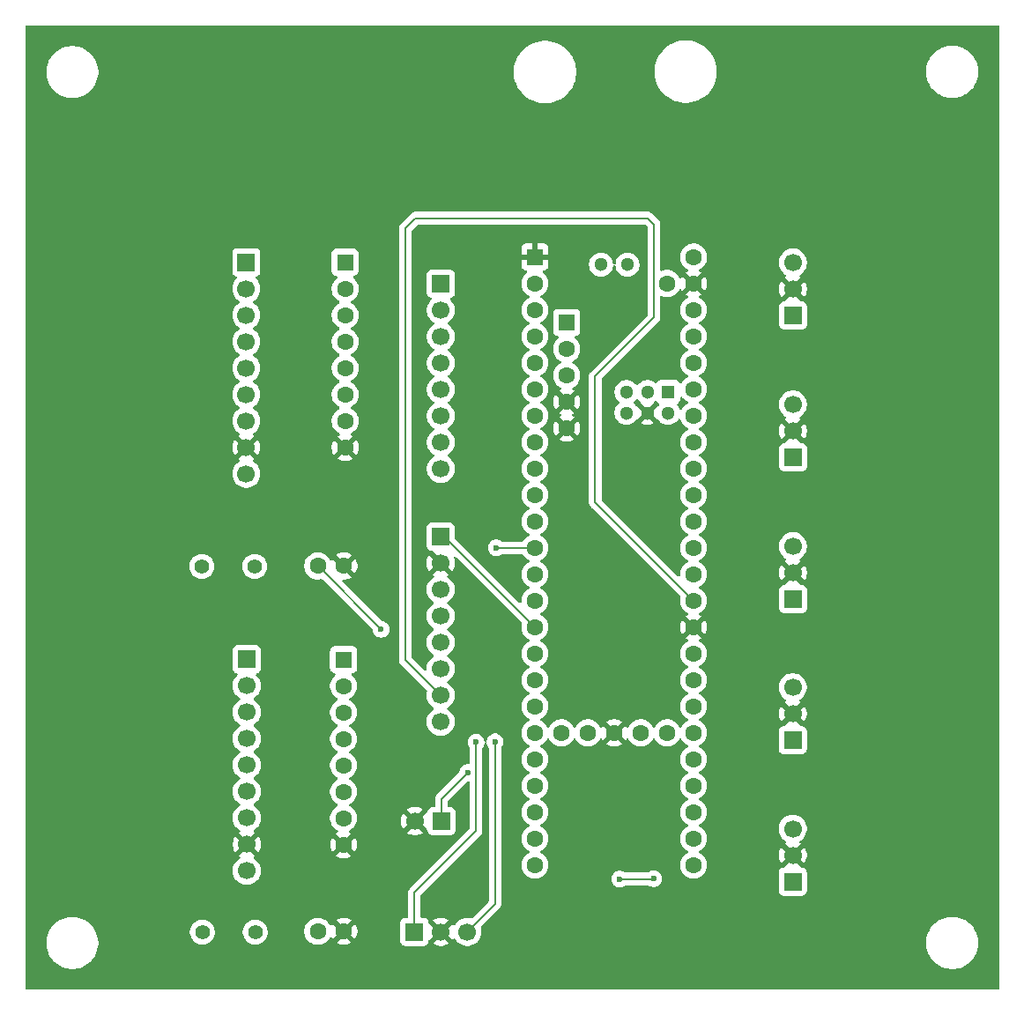
<source format=gbl>
G04 #@! TF.GenerationSoftware,KiCad,Pcbnew,9.0.4*
G04 #@! TF.CreationDate,2025-09-25T22:40:15-06:00*
G04 #@! TF.ProjectId,Teensy_Controler,5465656e-7379-45f4-936f-6e74726f6c65,rev?*
G04 #@! TF.SameCoordinates,Original*
G04 #@! TF.FileFunction,Copper,L2,Bot*
G04 #@! TF.FilePolarity,Positive*
%FSLAX46Y46*%
G04 Gerber Fmt 4.6, Leading zero omitted, Abs format (unit mm)*
G04 Created by KiCad (PCBNEW 9.0.4) date 2025-09-25 22:40:15*
%MOMM*%
%LPD*%
G01*
G04 APERTURE LIST*
G04 #@! TA.AperFunction,ComponentPad*
%ADD10R,1.700000X1.700000*%
G04 #@! TD*
G04 #@! TA.AperFunction,ComponentPad*
%ADD11C,1.700000*%
G04 #@! TD*
G04 #@! TA.AperFunction,ComponentPad*
%ADD12C,1.600000*%
G04 #@! TD*
G04 #@! TA.AperFunction,ComponentPad*
%ADD13C,1.400000*%
G04 #@! TD*
G04 #@! TA.AperFunction,ComponentPad*
%ADD14R,1.600000X1.600000*%
G04 #@! TD*
G04 #@! TA.AperFunction,ComponentPad*
%ADD15R,1.300000X1.300000*%
G04 #@! TD*
G04 #@! TA.AperFunction,ComponentPad*
%ADD16C,1.300000*%
G04 #@! TD*
G04 #@! TA.AperFunction,ViaPad*
%ADD17C,0.600000*%
G04 #@! TD*
G04 #@! TA.AperFunction,Conductor*
%ADD18C,0.200000*%
G04 #@! TD*
G04 APERTURE END LIST*
D10*
X123418600Y-127000000D03*
D11*
X125958600Y-127000000D03*
X128498600Y-127000000D03*
D12*
X116636800Y-91846400D03*
X114136800Y-91846400D03*
D10*
X126009400Y-116357400D03*
D11*
X123469400Y-116357400D03*
D10*
X159766000Y-122174000D03*
D11*
X159766000Y-119634000D03*
X159766000Y-117094000D03*
D13*
X103047800Y-127025400D03*
X108127800Y-127025400D03*
D10*
X125933200Y-89027000D03*
D11*
X125933200Y-91567000D03*
X125933200Y-94107000D03*
X125933200Y-96647000D03*
X125933200Y-99187000D03*
X125933200Y-101727000D03*
X125933200Y-104267000D03*
X125933200Y-106807000D03*
D10*
X159791400Y-67767200D03*
D11*
X159791400Y-65227200D03*
X159791400Y-62687200D03*
D10*
X107315000Y-100812600D03*
D11*
X107315000Y-103352600D03*
X107315000Y-105892600D03*
X107315000Y-108432600D03*
X107315000Y-110972600D03*
X107315000Y-113512600D03*
X107315000Y-116052600D03*
X107315000Y-118592600D03*
X107315000Y-121132600D03*
D10*
X159791400Y-95021400D03*
D11*
X159791400Y-92481400D03*
X159791400Y-89941400D03*
D12*
X116636800Y-126949200D03*
X114136800Y-126949200D03*
D10*
X159791400Y-81407000D03*
D11*
X159791400Y-78867000D03*
X159791400Y-76327000D03*
D13*
X102997000Y-91871800D03*
X108077000Y-91871800D03*
D10*
X125958600Y-64719200D03*
D11*
X125958600Y-67259200D03*
X125958600Y-69799200D03*
X125958600Y-72339200D03*
X125958600Y-74879200D03*
X125958600Y-77419200D03*
X125958600Y-79959200D03*
X125958600Y-82499200D03*
D14*
X116763800Y-62661800D03*
D12*
X116763800Y-65201800D03*
X116763800Y-67741800D03*
X116763800Y-70281800D03*
X116763800Y-72821800D03*
X116763800Y-75361800D03*
X116763800Y-77901800D03*
X116763800Y-80441800D03*
D14*
X116611400Y-100838000D03*
D12*
X116611400Y-103378000D03*
X116611400Y-105918000D03*
X116611400Y-108458000D03*
X116611400Y-110998000D03*
X116611400Y-113538000D03*
X116611400Y-116078000D03*
X116611400Y-118618000D03*
D10*
X107264200Y-62661800D03*
D11*
X107264200Y-65201800D03*
X107264200Y-67741800D03*
X107264200Y-70281800D03*
X107264200Y-72821800D03*
X107264200Y-75361800D03*
X107264200Y-77901800D03*
X107264200Y-80441800D03*
X107264200Y-82981800D03*
D14*
X135001000Y-62153800D03*
D12*
X135001000Y-64693800D03*
X135001000Y-67233800D03*
X135001000Y-69773800D03*
X135001000Y-72313800D03*
X135001000Y-74853800D03*
X135001000Y-77393800D03*
X135001000Y-79933800D03*
X135001000Y-82473800D03*
X135001000Y-85013800D03*
X135001000Y-87553800D03*
X135001000Y-90093800D03*
X135001000Y-92633800D03*
X135001000Y-95173800D03*
X135001000Y-97713800D03*
X135001000Y-100253800D03*
X135001000Y-102793800D03*
X135001000Y-105333800D03*
X135001000Y-107873800D03*
X135001000Y-110413800D03*
X135001000Y-112953800D03*
X135001000Y-115493800D03*
X135001000Y-118033800D03*
X135001000Y-120573800D03*
X150241000Y-120573800D03*
X150241000Y-118033800D03*
X150241000Y-115493800D03*
X150241000Y-112953800D03*
X150241000Y-110413800D03*
X150241000Y-107873800D03*
X150241000Y-105333800D03*
X150241000Y-102793800D03*
X150241000Y-100253800D03*
X150241000Y-97713800D03*
X150241000Y-95173800D03*
X150241000Y-92633800D03*
X150241000Y-90093800D03*
X150241000Y-87553800D03*
X150241000Y-85013800D03*
X150241000Y-82473800D03*
X150241000Y-79933800D03*
X150241000Y-77393800D03*
X150241000Y-74853800D03*
X150241000Y-72313800D03*
X150241000Y-69773800D03*
X150241000Y-67233800D03*
X150241000Y-64693800D03*
X150241000Y-62153800D03*
X147701000Y-64693800D03*
X137541000Y-107873800D03*
X140081000Y-107873800D03*
X142621000Y-107873800D03*
X145161000Y-107873800D03*
X147701000Y-107873800D03*
D14*
X138051800Y-68453000D03*
D12*
X138051800Y-70993000D03*
X138051800Y-73533000D03*
X138051800Y-76073000D03*
X138051800Y-78613000D03*
D15*
X147802600Y-75123800D03*
D16*
X145802600Y-75123800D03*
X143802600Y-75123800D03*
X143802600Y-77123800D03*
X145802600Y-77123800D03*
X147802600Y-77123800D03*
X143891000Y-62883800D03*
X141351000Y-62883800D03*
D10*
X159766000Y-108585000D03*
D11*
X159766000Y-106045000D03*
X159766000Y-103505000D03*
D17*
X146392900Y-121881900D03*
X120218200Y-97927800D03*
X143129000Y-121920000D03*
X131165600Y-108737400D03*
X129336800Y-108788200D03*
X131292600Y-90093800D03*
X128549400Y-111683800D03*
D18*
X143129000Y-121920000D02*
X146354800Y-121920000D01*
X114136800Y-91846400D02*
X120218200Y-97927800D01*
X146354800Y-121920000D02*
X146392900Y-121881900D01*
X116916200Y-91567000D02*
X116636800Y-91846400D01*
X116611400Y-126923800D02*
X116636800Y-126949200D01*
X116586000Y-118592600D02*
X116611400Y-118618000D01*
X116763800Y-91719400D02*
X116636800Y-91846400D01*
X131165600Y-124333000D02*
X128498600Y-127000000D01*
X131165600Y-108737400D02*
X131165600Y-124333000D01*
X129336800Y-117297200D02*
X123418600Y-123215400D01*
X129336800Y-108788200D02*
X129336800Y-117297200D01*
X123418600Y-123215400D02*
X123418600Y-127000000D01*
X125933200Y-89027000D02*
X126314200Y-89027000D01*
X126314200Y-89027000D02*
X135001000Y-97713800D01*
X131292600Y-90093800D02*
X135001000Y-90093800D01*
X123494800Y-58420000D02*
X145821400Y-58420000D01*
X125933200Y-104267000D02*
X122529600Y-100863400D01*
X140792200Y-85725000D02*
X150241000Y-95173800D01*
X140792200Y-73609200D02*
X140792200Y-85725000D01*
X145821400Y-58420000D02*
X146431000Y-59029600D01*
X146431000Y-67970400D02*
X140792200Y-73609200D01*
X122529600Y-100863400D02*
X122529600Y-59385200D01*
X122529600Y-59385200D02*
X123494800Y-58420000D01*
X146431000Y-59029600D02*
X146431000Y-67970400D01*
X126009400Y-114223800D02*
X128549400Y-111683800D01*
X126009400Y-116357400D02*
X126009400Y-114223800D01*
G04 #@! TA.AperFunction,Conductor*
G36*
X130297505Y-108787694D02*
G01*
X130354177Y-108828560D01*
X130377869Y-108880439D01*
X130395861Y-108970891D01*
X130395864Y-108970901D01*
X130456202Y-109116572D01*
X130456209Y-109116585D01*
X130544202Y-109248274D01*
X130565080Y-109314951D01*
X130565100Y-109317165D01*
X130565100Y-124032902D01*
X130545415Y-124099941D01*
X130528781Y-124120583D01*
X128983122Y-125666241D01*
X128921799Y-125699726D01*
X128857123Y-125696491D01*
X128814845Y-125682754D01*
X128672690Y-125660239D01*
X128604887Y-125649500D01*
X128392313Y-125649500D01*
X128343642Y-125657208D01*
X128182360Y-125682753D01*
X127980185Y-125748444D01*
X127790779Y-125844951D01*
X127618813Y-125969890D01*
X127468490Y-126120213D01*
X127343549Y-126292182D01*
X127338802Y-126301499D01*
X127290827Y-126352293D01*
X127223005Y-126369087D01*
X127156871Y-126346548D01*
X127117834Y-126301495D01*
X127113226Y-126292452D01*
X127073870Y-126238282D01*
X127073869Y-126238282D01*
X126441562Y-126870590D01*
X126424525Y-126807007D01*
X126358699Y-126692993D01*
X126265607Y-126599901D01*
X126151593Y-126534075D01*
X126088009Y-126517037D01*
X126720316Y-125884728D01*
X126666150Y-125845375D01*
X126476817Y-125748904D01*
X126274729Y-125683242D01*
X126064846Y-125650000D01*
X125852354Y-125650000D01*
X125642472Y-125683242D01*
X125642469Y-125683242D01*
X125440382Y-125748904D01*
X125251039Y-125845380D01*
X125196882Y-125884727D01*
X125196882Y-125884728D01*
X125829191Y-126517037D01*
X125765607Y-126534075D01*
X125651593Y-126599901D01*
X125558501Y-126692993D01*
X125492675Y-126807007D01*
X125475637Y-126870591D01*
X124805418Y-126200372D01*
X124771933Y-126139049D01*
X124771930Y-126139036D01*
X124769099Y-126126015D01*
X124769099Y-126102128D01*
X124762691Y-126042517D01*
X124730883Y-125957234D01*
X124712398Y-125907673D01*
X124712393Y-125907664D01*
X124626147Y-125792455D01*
X124626144Y-125792452D01*
X124510935Y-125706206D01*
X124510928Y-125706202D01*
X124376082Y-125655908D01*
X124376083Y-125655908D01*
X124316483Y-125649501D01*
X124316481Y-125649500D01*
X124316473Y-125649500D01*
X124316465Y-125649500D01*
X124143100Y-125649500D01*
X124076061Y-125629815D01*
X124030306Y-125577011D01*
X124019100Y-125525500D01*
X124019100Y-123515497D01*
X124038785Y-123448458D01*
X124055419Y-123427816D01*
X126869050Y-120614185D01*
X129817320Y-117665916D01*
X129896377Y-117528984D01*
X129937301Y-117376257D01*
X129937301Y-117218142D01*
X129937301Y-117210547D01*
X129937300Y-117210529D01*
X129937300Y-109367965D01*
X129956985Y-109300926D01*
X129958198Y-109299074D01*
X129992533Y-109247689D01*
X130046194Y-109167379D01*
X130106537Y-109021697D01*
X130134635Y-108880440D01*
X130167020Y-108818529D01*
X130227735Y-108783955D01*
X130297505Y-108787694D01*
G37*
G04 #@! TD.AperFunction*
G04 #@! TA.AperFunction,Conductor*
G36*
X145588342Y-59040185D02*
G01*
X145608984Y-59056819D01*
X145794181Y-59242016D01*
X145827666Y-59303339D01*
X145830500Y-59329697D01*
X145830500Y-67670302D01*
X145810815Y-67737341D01*
X145794181Y-67757983D01*
X140311681Y-73240482D01*
X140311679Y-73240484D01*
X140285187Y-73286370D01*
X140273990Y-73305766D01*
X140254102Y-73340212D01*
X140232623Y-73377414D01*
X140232623Y-73377415D01*
X140191699Y-73530143D01*
X140191699Y-73530145D01*
X140191699Y-73698246D01*
X140191700Y-73698259D01*
X140191700Y-85638330D01*
X140191699Y-85638348D01*
X140191699Y-85804054D01*
X140191698Y-85804054D01*
X140232623Y-85956785D01*
X140261558Y-86006900D01*
X140261559Y-86006904D01*
X140261560Y-86006904D01*
X140311679Y-86093714D01*
X140311681Y-86093717D01*
X140430549Y-86212585D01*
X140430555Y-86212590D01*
X148946922Y-94728957D01*
X148980407Y-94790280D01*
X148977173Y-94854955D01*
X148972522Y-94869268D01*
X148940500Y-95071448D01*
X148940500Y-95276151D01*
X148972522Y-95478334D01*
X149035781Y-95673023D01*
X149128715Y-95855413D01*
X149249028Y-96021013D01*
X149393786Y-96165771D01*
X149559385Y-96286084D01*
X149559387Y-96286085D01*
X149559390Y-96286087D01*
X149616514Y-96315193D01*
X149652630Y-96333595D01*
X149703426Y-96381570D01*
X149720221Y-96449391D01*
X149697684Y-96515525D01*
X149652630Y-96554565D01*
X149559644Y-96601943D01*
X149515077Y-96634323D01*
X149515077Y-96634324D01*
X150070766Y-97190012D01*
X150028708Y-97201282D01*
X149903292Y-97273690D01*
X149800890Y-97376092D01*
X149728482Y-97501508D01*
X149717212Y-97543565D01*
X149161524Y-96987877D01*
X149161523Y-96987877D01*
X149129143Y-97032444D01*
X149036244Y-97214768D01*
X148973009Y-97409382D01*
X148941000Y-97611482D01*
X148941000Y-97816117D01*
X148973009Y-98018217D01*
X149036244Y-98212831D01*
X149129141Y-98395150D01*
X149129147Y-98395159D01*
X149161523Y-98439721D01*
X149161524Y-98439722D01*
X149717212Y-97884034D01*
X149728482Y-97926092D01*
X149800890Y-98051508D01*
X149903292Y-98153910D01*
X150028708Y-98226318D01*
X150070765Y-98237587D01*
X149515076Y-98793274D01*
X149559652Y-98825661D01*
X149652628Y-98873034D01*
X149703425Y-98921008D01*
X149720220Y-98988829D01*
X149697683Y-99054964D01*
X149652630Y-99094003D01*
X149559388Y-99141513D01*
X149393786Y-99261828D01*
X149249028Y-99406586D01*
X149128715Y-99572186D01*
X149035781Y-99754576D01*
X148972522Y-99949265D01*
X148940500Y-100151448D01*
X148940500Y-100356151D01*
X148972522Y-100558334D01*
X149035781Y-100753023D01*
X149128715Y-100935413D01*
X149249028Y-101101013D01*
X149393786Y-101245771D01*
X149548749Y-101358356D01*
X149559390Y-101366087D01*
X149647060Y-101410757D01*
X149652080Y-101413315D01*
X149702876Y-101461290D01*
X149719671Y-101529111D01*
X149697134Y-101595246D01*
X149652080Y-101634285D01*
X149559386Y-101681515D01*
X149393786Y-101801828D01*
X149249028Y-101946586D01*
X149128715Y-102112186D01*
X149035781Y-102294576D01*
X148972522Y-102489265D01*
X148940500Y-102691448D01*
X148940500Y-102896151D01*
X148972522Y-103098334D01*
X149035781Y-103293023D01*
X149128715Y-103475413D01*
X149249028Y-103641013D01*
X149393786Y-103785771D01*
X149548749Y-103898356D01*
X149559390Y-103906087D01*
X149647060Y-103950757D01*
X149652080Y-103953315D01*
X149702876Y-104001290D01*
X149719671Y-104069111D01*
X149697134Y-104135246D01*
X149652080Y-104174285D01*
X149559386Y-104221515D01*
X149393786Y-104341828D01*
X149249028Y-104486586D01*
X149128715Y-104652186D01*
X149035781Y-104834576D01*
X148972522Y-105029265D01*
X148940500Y-105231448D01*
X148940500Y-105436151D01*
X148972522Y-105638334D01*
X149035781Y-105833023D01*
X149128715Y-106015413D01*
X149249028Y-106181013D01*
X149393786Y-106325771D01*
X149548749Y-106438356D01*
X149559390Y-106446087D01*
X149647060Y-106490757D01*
X149652080Y-106493315D01*
X149702876Y-106541290D01*
X149719671Y-106609111D01*
X149697134Y-106675246D01*
X149652080Y-106714285D01*
X149559386Y-106761515D01*
X149393786Y-106881828D01*
X149249028Y-107026586D01*
X149128715Y-107192186D01*
X149081485Y-107284880D01*
X149033510Y-107335676D01*
X148965689Y-107352471D01*
X148899554Y-107329934D01*
X148860515Y-107284880D01*
X148854505Y-107273084D01*
X148813287Y-107192190D01*
X148791789Y-107162600D01*
X148692971Y-107026586D01*
X148548213Y-106881828D01*
X148382613Y-106761515D01*
X148382612Y-106761514D01*
X148382610Y-106761513D01*
X148325653Y-106732491D01*
X148200223Y-106668581D01*
X148005534Y-106605322D01*
X147830995Y-106577678D01*
X147803352Y-106573300D01*
X147598648Y-106573300D01*
X147574329Y-106577151D01*
X147396465Y-106605322D01*
X147201776Y-106668581D01*
X147019386Y-106761515D01*
X146853786Y-106881828D01*
X146709028Y-107026586D01*
X146588715Y-107192186D01*
X146541485Y-107284880D01*
X146493510Y-107335676D01*
X146425689Y-107352471D01*
X146359554Y-107329934D01*
X146320515Y-107284880D01*
X146314505Y-107273084D01*
X146273287Y-107192190D01*
X146251789Y-107162600D01*
X146152971Y-107026586D01*
X146008213Y-106881828D01*
X145842613Y-106761515D01*
X145842612Y-106761514D01*
X145842610Y-106761513D01*
X145785653Y-106732491D01*
X145660223Y-106668581D01*
X145465534Y-106605322D01*
X145290995Y-106577678D01*
X145263352Y-106573300D01*
X145058648Y-106573300D01*
X145034329Y-106577151D01*
X144856465Y-106605322D01*
X144661776Y-106668581D01*
X144479386Y-106761515D01*
X144313786Y-106881828D01*
X144169028Y-107026586D01*
X144048713Y-107192188D01*
X144001203Y-107285430D01*
X143953228Y-107336226D01*
X143885407Y-107353020D01*
X143819272Y-107330482D01*
X143780234Y-107285428D01*
X143732861Y-107192452D01*
X143700474Y-107147877D01*
X143700474Y-107147876D01*
X143144787Y-107703564D01*
X143133518Y-107661508D01*
X143061110Y-107536092D01*
X142958708Y-107433690D01*
X142833292Y-107361282D01*
X142791233Y-107350012D01*
X143346922Y-106794324D01*
X143346921Y-106794323D01*
X143302359Y-106761947D01*
X143302350Y-106761941D01*
X143120031Y-106669044D01*
X142925417Y-106605809D01*
X142723317Y-106573800D01*
X142518683Y-106573800D01*
X142316582Y-106605809D01*
X142121968Y-106669044D01*
X141939644Y-106761943D01*
X141895077Y-106794323D01*
X141895077Y-106794324D01*
X142450766Y-107350012D01*
X142408708Y-107361282D01*
X142283292Y-107433690D01*
X142180890Y-107536092D01*
X142108482Y-107661508D01*
X142097212Y-107703565D01*
X141541524Y-107147877D01*
X141541523Y-107147877D01*
X141509143Y-107192444D01*
X141461765Y-107285430D01*
X141413790Y-107336226D01*
X141345969Y-107353021D01*
X141279834Y-107330483D01*
X141240795Y-107285430D01*
X141240515Y-107284880D01*
X141193287Y-107192190D01*
X141193285Y-107192187D01*
X141193284Y-107192185D01*
X141072971Y-107026586D01*
X140928213Y-106881828D01*
X140762613Y-106761515D01*
X140762612Y-106761514D01*
X140762610Y-106761513D01*
X140705653Y-106732491D01*
X140580223Y-106668581D01*
X140385534Y-106605322D01*
X140210995Y-106577678D01*
X140183352Y-106573300D01*
X139978648Y-106573300D01*
X139954329Y-106577151D01*
X139776465Y-106605322D01*
X139581776Y-106668581D01*
X139399386Y-106761515D01*
X139233786Y-106881828D01*
X139089028Y-107026586D01*
X138968715Y-107192186D01*
X138921485Y-107284880D01*
X138873510Y-107335676D01*
X138805689Y-107352471D01*
X138739554Y-107329934D01*
X138700515Y-107284880D01*
X138694505Y-107273084D01*
X138653287Y-107192190D01*
X138631789Y-107162600D01*
X138532971Y-107026586D01*
X138388213Y-106881828D01*
X138222613Y-106761515D01*
X138222612Y-106761514D01*
X138222610Y-106761513D01*
X138165653Y-106732491D01*
X138040223Y-106668581D01*
X137845534Y-106605322D01*
X137670995Y-106577678D01*
X137643352Y-106573300D01*
X137438648Y-106573300D01*
X137414329Y-106577151D01*
X137236465Y-106605322D01*
X137041776Y-106668581D01*
X136859386Y-106761515D01*
X136693786Y-106881828D01*
X136549028Y-107026586D01*
X136428715Y-107192186D01*
X136381485Y-107284880D01*
X136333510Y-107335676D01*
X136265689Y-107352471D01*
X136199554Y-107329934D01*
X136160515Y-107284880D01*
X136154505Y-107273084D01*
X136113287Y-107192190D01*
X136091789Y-107162600D01*
X135992971Y-107026586D01*
X135848213Y-106881828D01*
X135682614Y-106761515D01*
X135665019Y-106752550D01*
X135589917Y-106714283D01*
X135539123Y-106666311D01*
X135522328Y-106598490D01*
X135544865Y-106532355D01*
X135589917Y-106493316D01*
X135682610Y-106446087D01*
X135748034Y-106398554D01*
X135848213Y-106325771D01*
X135848215Y-106325768D01*
X135848219Y-106325766D01*
X135992966Y-106181019D01*
X135992968Y-106181015D01*
X135992971Y-106181013D01*
X136052426Y-106099179D01*
X136113287Y-106015410D01*
X136206220Y-105833019D01*
X136269477Y-105638334D01*
X136301500Y-105436152D01*
X136301500Y-105231448D01*
X136276053Y-105070786D01*
X136269477Y-105029265D01*
X136224348Y-104890373D01*
X136206220Y-104834581D01*
X136206218Y-104834578D01*
X136206218Y-104834576D01*
X136166465Y-104756557D01*
X136113287Y-104652190D01*
X136091789Y-104622600D01*
X135992971Y-104486586D01*
X135848213Y-104341828D01*
X135682614Y-104221515D01*
X135665541Y-104212816D01*
X135589917Y-104174283D01*
X135539123Y-104126311D01*
X135522328Y-104058490D01*
X135544865Y-103992355D01*
X135589917Y-103953316D01*
X135682610Y-103906087D01*
X135799389Y-103821243D01*
X135848213Y-103785771D01*
X135848215Y-103785768D01*
X135848219Y-103785766D01*
X135992966Y-103641019D01*
X135992968Y-103641015D01*
X135992971Y-103641013D01*
X136109696Y-103480352D01*
X136113287Y-103475410D01*
X136206220Y-103293019D01*
X136269477Y-103098334D01*
X136301500Y-102896152D01*
X136301500Y-102691448D01*
X136276053Y-102530786D01*
X136269477Y-102489265D01*
X136215290Y-102322496D01*
X136206220Y-102294581D01*
X136206218Y-102294578D01*
X136206218Y-102294576D01*
X136168315Y-102220188D01*
X136113287Y-102112190D01*
X136105556Y-102101549D01*
X135992971Y-101946586D01*
X135848213Y-101801828D01*
X135682614Y-101681515D01*
X135676006Y-101678148D01*
X135589917Y-101634283D01*
X135539123Y-101586311D01*
X135522328Y-101518490D01*
X135544865Y-101452355D01*
X135589917Y-101413316D01*
X135682610Y-101366087D01*
X135713121Y-101343920D01*
X135848213Y-101245771D01*
X135848215Y-101245768D01*
X135848219Y-101245766D01*
X135992966Y-101101019D01*
X135992968Y-101101015D01*
X135992971Y-101101013D01*
X136052426Y-101019179D01*
X136113287Y-100935410D01*
X136206220Y-100753019D01*
X136269477Y-100558334D01*
X136301500Y-100356152D01*
X136301500Y-100151448D01*
X136269477Y-99949266D01*
X136251786Y-99894820D01*
X136219570Y-99795669D01*
X136206220Y-99754581D01*
X136206218Y-99754578D01*
X136206218Y-99754576D01*
X136168449Y-99680452D01*
X136113287Y-99572190D01*
X136088084Y-99537501D01*
X135992971Y-99406586D01*
X135848213Y-99261828D01*
X135682614Y-99141515D01*
X135676006Y-99138148D01*
X135589917Y-99094283D01*
X135539123Y-99046311D01*
X135522328Y-98978490D01*
X135544865Y-98912355D01*
X135589917Y-98873316D01*
X135682610Y-98826087D01*
X135727774Y-98793274D01*
X135848213Y-98705771D01*
X135848215Y-98705768D01*
X135848219Y-98705766D01*
X135992966Y-98561019D01*
X135992968Y-98561015D01*
X135992971Y-98561013D01*
X136052426Y-98479179D01*
X136113287Y-98395410D01*
X136206220Y-98213019D01*
X136269477Y-98018334D01*
X136301500Y-97816152D01*
X136301500Y-97611448D01*
X136270782Y-97417507D01*
X136269477Y-97409265D01*
X136223888Y-97268957D01*
X136206220Y-97214581D01*
X136206218Y-97214578D01*
X136206218Y-97214576D01*
X136145176Y-97094776D01*
X136113287Y-97032190D01*
X136081092Y-96987877D01*
X135992971Y-96866586D01*
X135848213Y-96721828D01*
X135682614Y-96601515D01*
X135676006Y-96598148D01*
X135589917Y-96554283D01*
X135539123Y-96506311D01*
X135522328Y-96438490D01*
X135544865Y-96372355D01*
X135589917Y-96333316D01*
X135682610Y-96286087D01*
X135761257Y-96228947D01*
X135848213Y-96165771D01*
X135848215Y-96165768D01*
X135848219Y-96165766D01*
X135992966Y-96021019D01*
X135992968Y-96021015D01*
X135992971Y-96021013D01*
X136066890Y-95919270D01*
X136113287Y-95855410D01*
X136206220Y-95673019D01*
X136269477Y-95478334D01*
X136301500Y-95276152D01*
X136301500Y-95071448D01*
X136269477Y-94869266D01*
X136251786Y-94814820D01*
X136206218Y-94674576D01*
X136172503Y-94608407D01*
X136113287Y-94492190D01*
X136105556Y-94481549D01*
X135992971Y-94326586D01*
X135848213Y-94181828D01*
X135682614Y-94061515D01*
X135676006Y-94058148D01*
X135589917Y-94014283D01*
X135539123Y-93966311D01*
X135522328Y-93898490D01*
X135544865Y-93832355D01*
X135589917Y-93793316D01*
X135682610Y-93746087D01*
X135777277Y-93677308D01*
X135848213Y-93625771D01*
X135848215Y-93625768D01*
X135848219Y-93625766D01*
X135992966Y-93481019D01*
X135992968Y-93481015D01*
X135992971Y-93481013D01*
X136082285Y-93358081D01*
X136113287Y-93315410D01*
X136206220Y-93133019D01*
X136269477Y-92938334D01*
X136301500Y-92736152D01*
X136301500Y-92531448D01*
X136269477Y-92329266D01*
X136269476Y-92329264D01*
X136233695Y-92219141D01*
X136206220Y-92134581D01*
X136206218Y-92134578D01*
X136206218Y-92134576D01*
X136171786Y-92067000D01*
X136113287Y-91952190D01*
X136074687Y-91899061D01*
X135992971Y-91786586D01*
X135848213Y-91641828D01*
X135682614Y-91521515D01*
X135676006Y-91518148D01*
X135589917Y-91474283D01*
X135539123Y-91426311D01*
X135522328Y-91358490D01*
X135544865Y-91292355D01*
X135589917Y-91253316D01*
X135682610Y-91206087D01*
X135703770Y-91190713D01*
X135848213Y-91085771D01*
X135848215Y-91085768D01*
X135848219Y-91085766D01*
X135992966Y-90941019D01*
X135992968Y-90941015D01*
X135992971Y-90941013D01*
X136049259Y-90863538D01*
X136113287Y-90775410D01*
X136206220Y-90593019D01*
X136269477Y-90398334D01*
X136301500Y-90196152D01*
X136301500Y-89991448D01*
X136290955Y-89924870D01*
X136269477Y-89789265D01*
X136240127Y-89698937D01*
X136206220Y-89594581D01*
X136206218Y-89594578D01*
X136206218Y-89594576D01*
X136172503Y-89528407D01*
X136113287Y-89412190D01*
X136093098Y-89384402D01*
X135992971Y-89246586D01*
X135848213Y-89101828D01*
X135682614Y-88981515D01*
X135676006Y-88978148D01*
X135589917Y-88934283D01*
X135539123Y-88886311D01*
X135522328Y-88818490D01*
X135544865Y-88752355D01*
X135589917Y-88713316D01*
X135682610Y-88666087D01*
X135703770Y-88650713D01*
X135848213Y-88545771D01*
X135848215Y-88545768D01*
X135848219Y-88545766D01*
X135992966Y-88401019D01*
X135992968Y-88401015D01*
X135992971Y-88401013D01*
X136045732Y-88328390D01*
X136113287Y-88235410D01*
X136206220Y-88053019D01*
X136269477Y-87858334D01*
X136301500Y-87656152D01*
X136301500Y-87451448D01*
X136269477Y-87249266D01*
X136206220Y-87054581D01*
X136206218Y-87054578D01*
X136206218Y-87054576D01*
X136172503Y-86988407D01*
X136113287Y-86872190D01*
X136105556Y-86861549D01*
X135992971Y-86706586D01*
X135848213Y-86561828D01*
X135682614Y-86441515D01*
X135676006Y-86438148D01*
X135589917Y-86394283D01*
X135539123Y-86346311D01*
X135522328Y-86278490D01*
X135544865Y-86212355D01*
X135589917Y-86173316D01*
X135682610Y-86126087D01*
X135727168Y-86093714D01*
X135848213Y-86005771D01*
X135848215Y-86005768D01*
X135848219Y-86005766D01*
X135992966Y-85861019D01*
X135992968Y-85861015D01*
X135992971Y-85861013D01*
X136045732Y-85788390D01*
X136113287Y-85695410D01*
X136206220Y-85513019D01*
X136269477Y-85318334D01*
X136301500Y-85116152D01*
X136301500Y-84911448D01*
X136269477Y-84709266D01*
X136206220Y-84514581D01*
X136206218Y-84514578D01*
X136206218Y-84514576D01*
X136172503Y-84448407D01*
X136113287Y-84332190D01*
X136089207Y-84299046D01*
X135992971Y-84166586D01*
X135848213Y-84021828D01*
X135682614Y-83901515D01*
X135676006Y-83898148D01*
X135589917Y-83854283D01*
X135539123Y-83806311D01*
X135522328Y-83738490D01*
X135544865Y-83672355D01*
X135589917Y-83633316D01*
X135682610Y-83586087D01*
X135760766Y-83529304D01*
X135848213Y-83465771D01*
X135848215Y-83465768D01*
X135848219Y-83465766D01*
X135992966Y-83321019D01*
X135992968Y-83321015D01*
X135992971Y-83321013D01*
X136075793Y-83207016D01*
X136113287Y-83155410D01*
X136206220Y-82973019D01*
X136269477Y-82778334D01*
X136301500Y-82576152D01*
X136301500Y-82371448D01*
X136271646Y-82182960D01*
X136269477Y-82169265D01*
X136240127Y-82078937D01*
X136206220Y-81974581D01*
X136206218Y-81974578D01*
X136206218Y-81974576D01*
X136172503Y-81908407D01*
X136113287Y-81792190D01*
X136076677Y-81741800D01*
X135992971Y-81626586D01*
X135848213Y-81481828D01*
X135682614Y-81361515D01*
X135639768Y-81339684D01*
X135589917Y-81314283D01*
X135539123Y-81266311D01*
X135522328Y-81198490D01*
X135544865Y-81132355D01*
X135589917Y-81093316D01*
X135682610Y-81046087D01*
X135760766Y-80989304D01*
X135848213Y-80925771D01*
X135848215Y-80925768D01*
X135848219Y-80925766D01*
X135992966Y-80781019D01*
X135992968Y-80781015D01*
X135992971Y-80781013D01*
X136075793Y-80667016D01*
X136113287Y-80615410D01*
X136206220Y-80433019D01*
X136269477Y-80238334D01*
X136301500Y-80036152D01*
X136301500Y-79831448D01*
X136286105Y-79734249D01*
X136275076Y-79664613D01*
X136271645Y-79642957D01*
X136269477Y-79629266D01*
X136206220Y-79434581D01*
X136206218Y-79434578D01*
X136206218Y-79434576D01*
X136157479Y-79338922D01*
X136113287Y-79252190D01*
X136077040Y-79202300D01*
X135992971Y-79086586D01*
X135848213Y-78941828D01*
X135682614Y-78821515D01*
X135648531Y-78804149D01*
X135589917Y-78774283D01*
X135539123Y-78726311D01*
X135522328Y-78658490D01*
X135544865Y-78592355D01*
X135589917Y-78553316D01*
X135682610Y-78506087D01*
X135698599Y-78494469D01*
X135821061Y-78405498D01*
X135821062Y-78405497D01*
X135848215Y-78385769D01*
X135848215Y-78385768D01*
X135848219Y-78385766D01*
X135992966Y-78241019D01*
X135992968Y-78241015D01*
X135992971Y-78241013D01*
X136089757Y-78107796D01*
X136113287Y-78075410D01*
X136206220Y-77893019D01*
X136269477Y-77698334D01*
X136301500Y-77496152D01*
X136301500Y-77291448D01*
X136283288Y-77176461D01*
X136275076Y-77124613D01*
X136271645Y-77102957D01*
X136269477Y-77089266D01*
X136206220Y-76894581D01*
X136206218Y-76894578D01*
X136206218Y-76894576D01*
X136172503Y-76828407D01*
X136113287Y-76712190D01*
X136100297Y-76694311D01*
X135992971Y-76546586D01*
X135848213Y-76401828D01*
X135682614Y-76281515D01*
X135648531Y-76264149D01*
X135589917Y-76234283D01*
X135539123Y-76186311D01*
X135522328Y-76118490D01*
X135544865Y-76052355D01*
X135589917Y-76013316D01*
X135682610Y-75966087D01*
X135799334Y-75881283D01*
X135821061Y-75865498D01*
X135821062Y-75865497D01*
X135848215Y-75845769D01*
X135848215Y-75845768D01*
X135848219Y-75845766D01*
X135992966Y-75701019D01*
X135992968Y-75701015D01*
X135992971Y-75701013D01*
X136075793Y-75587016D01*
X136113287Y-75535410D01*
X136206220Y-75353019D01*
X136269477Y-75158334D01*
X136301500Y-74956152D01*
X136301500Y-74751448D01*
X136286062Y-74653979D01*
X136269477Y-74549265D01*
X136214548Y-74380213D01*
X136206220Y-74354581D01*
X136206218Y-74354578D01*
X136206218Y-74354576D01*
X136169375Y-74282268D01*
X136113287Y-74172190D01*
X136089759Y-74139806D01*
X135992971Y-74006586D01*
X135848213Y-73861828D01*
X135682614Y-73741515D01*
X135639768Y-73719684D01*
X135589917Y-73694283D01*
X135539123Y-73646311D01*
X135522328Y-73578490D01*
X135544865Y-73512355D01*
X135589917Y-73473316D01*
X135682610Y-73426087D01*
X135760766Y-73369304D01*
X135848213Y-73305771D01*
X135848220Y-73305765D01*
X135913503Y-73240482D01*
X135992966Y-73161019D01*
X135992968Y-73161015D01*
X135992971Y-73161013D01*
X136085409Y-73033781D01*
X136113287Y-72995410D01*
X136206220Y-72813019D01*
X136269477Y-72618334D01*
X136301500Y-72416152D01*
X136301500Y-72211448D01*
X136286062Y-72113979D01*
X136269477Y-72009265D01*
X136211174Y-71829828D01*
X136206220Y-71814581D01*
X136206218Y-71814578D01*
X136206218Y-71814576D01*
X136152685Y-71709513D01*
X136113287Y-71632190D01*
X136100297Y-71614311D01*
X135992971Y-71466586D01*
X135848213Y-71321828D01*
X135682614Y-71201515D01*
X135639768Y-71179684D01*
X135589917Y-71154283D01*
X135539123Y-71106311D01*
X135522328Y-71038490D01*
X135544865Y-70972355D01*
X135589917Y-70933316D01*
X135682610Y-70886087D01*
X135760766Y-70829304D01*
X135848213Y-70765771D01*
X135848215Y-70765768D01*
X135848219Y-70765766D01*
X135992966Y-70621019D01*
X135992968Y-70621015D01*
X135992971Y-70621013D01*
X136085409Y-70493781D01*
X136113287Y-70455410D01*
X136206220Y-70273019D01*
X136269477Y-70078334D01*
X136301500Y-69876152D01*
X136301500Y-69671448D01*
X136271646Y-69482960D01*
X136269477Y-69469265D01*
X136214766Y-69300883D01*
X136206220Y-69274581D01*
X136206218Y-69274578D01*
X136206218Y-69274576D01*
X136152685Y-69169513D01*
X136113287Y-69092190D01*
X136090624Y-69060997D01*
X135992971Y-68926586D01*
X135848213Y-68781828D01*
X135682614Y-68661515D01*
X135639768Y-68639684D01*
X135589917Y-68614283D01*
X135539123Y-68566311D01*
X135522328Y-68498490D01*
X135544865Y-68432355D01*
X135589917Y-68393316D01*
X135682610Y-68346087D01*
X135760766Y-68289304D01*
X135848213Y-68225771D01*
X135848215Y-68225768D01*
X135848219Y-68225766D01*
X135992966Y-68081019D01*
X135992968Y-68081015D01*
X135992971Y-68081013D01*
X136075793Y-67967016D01*
X136113287Y-67915410D01*
X136206220Y-67733019D01*
X136247772Y-67605135D01*
X136751300Y-67605135D01*
X136751300Y-69300870D01*
X136751301Y-69300876D01*
X136757708Y-69360483D01*
X136808002Y-69495328D01*
X136808006Y-69495335D01*
X136894252Y-69610544D01*
X136894255Y-69610547D01*
X137009464Y-69696793D01*
X137009471Y-69696797D01*
X137054418Y-69713561D01*
X137144317Y-69747091D01*
X137181241Y-69751060D01*
X137245789Y-69777796D01*
X137285638Y-69835188D01*
X137288133Y-69905013D01*
X137252481Y-69965102D01*
X137240871Y-69974666D01*
X137204584Y-70001030D01*
X137059828Y-70145786D01*
X136939515Y-70311386D01*
X136846581Y-70493776D01*
X136783322Y-70688465D01*
X136751300Y-70890648D01*
X136751300Y-71095351D01*
X136783322Y-71297534D01*
X136846581Y-71492223D01*
X136939515Y-71674613D01*
X137059828Y-71840213D01*
X137204586Y-71984971D01*
X137359549Y-72097556D01*
X137370190Y-72105287D01*
X137438691Y-72140190D01*
X137462880Y-72152515D01*
X137513676Y-72200490D01*
X137530471Y-72268311D01*
X137507934Y-72334446D01*
X137462880Y-72373485D01*
X137370186Y-72420715D01*
X137204586Y-72541028D01*
X137059828Y-72685786D01*
X136939515Y-72851386D01*
X136846581Y-73033776D01*
X136783322Y-73228465D01*
X136751300Y-73430648D01*
X136751300Y-73635351D01*
X136783322Y-73837534D01*
X136846581Y-74032223D01*
X136939515Y-74214613D01*
X137059828Y-74380213D01*
X137204586Y-74524971D01*
X137370185Y-74645284D01*
X137370187Y-74645285D01*
X137370190Y-74645287D01*
X137463430Y-74692795D01*
X137514226Y-74740770D01*
X137531021Y-74808591D01*
X137508484Y-74874725D01*
X137463430Y-74913765D01*
X137370444Y-74961143D01*
X137325877Y-74993523D01*
X137325877Y-74993524D01*
X137881566Y-75549212D01*
X137839508Y-75560482D01*
X137714092Y-75632890D01*
X137611690Y-75735292D01*
X137539282Y-75860708D01*
X137528012Y-75902765D01*
X136972324Y-75347077D01*
X136972323Y-75347077D01*
X136939943Y-75391644D01*
X136847044Y-75573968D01*
X136783809Y-75768582D01*
X136751800Y-75970682D01*
X136751800Y-76175317D01*
X136783809Y-76377417D01*
X136847044Y-76572031D01*
X136939941Y-76754350D01*
X136939947Y-76754359D01*
X136972323Y-76798921D01*
X136972324Y-76798922D01*
X137528012Y-76243234D01*
X137539282Y-76285292D01*
X137611690Y-76410708D01*
X137714092Y-76513110D01*
X137839508Y-76585518D01*
X137881565Y-76596787D01*
X137325876Y-77152474D01*
X137370450Y-77184859D01*
X137463980Y-77232515D01*
X137514776Y-77280489D01*
X137531571Y-77348310D01*
X137509034Y-77414445D01*
X137463980Y-77453485D01*
X137370444Y-77501143D01*
X137325877Y-77533523D01*
X137325877Y-77533524D01*
X137881566Y-78089212D01*
X137839508Y-78100482D01*
X137714092Y-78172890D01*
X137611690Y-78275292D01*
X137539282Y-78400708D01*
X137528012Y-78442765D01*
X136972324Y-77887077D01*
X136972323Y-77887077D01*
X136939943Y-77931644D01*
X136847044Y-78113968D01*
X136783809Y-78308582D01*
X136751800Y-78510682D01*
X136751800Y-78715317D01*
X136783809Y-78917417D01*
X136847044Y-79112031D01*
X136939941Y-79294350D01*
X136939947Y-79294359D01*
X136972323Y-79338921D01*
X136972324Y-79338922D01*
X137528012Y-78783234D01*
X137539282Y-78825292D01*
X137611690Y-78950708D01*
X137714092Y-79053110D01*
X137839508Y-79125518D01*
X137881565Y-79136787D01*
X137325876Y-79692474D01*
X137370450Y-79724859D01*
X137552768Y-79817755D01*
X137747382Y-79880990D01*
X137949483Y-79913000D01*
X138154117Y-79913000D01*
X138356217Y-79880990D01*
X138550831Y-79817755D01*
X138733149Y-79724859D01*
X138777721Y-79692474D01*
X138222034Y-79136787D01*
X138264092Y-79125518D01*
X138389508Y-79053110D01*
X138491910Y-78950708D01*
X138564318Y-78825292D01*
X138575587Y-78783235D01*
X139131274Y-79338922D01*
X139131274Y-79338921D01*
X139163659Y-79294349D01*
X139256555Y-79112031D01*
X139319790Y-78917417D01*
X139351800Y-78715317D01*
X139351800Y-78510682D01*
X139319790Y-78308582D01*
X139256555Y-78113968D01*
X139163659Y-77931650D01*
X139131274Y-77887077D01*
X139131274Y-77887076D01*
X138575587Y-78442764D01*
X138564318Y-78400708D01*
X138491910Y-78275292D01*
X138389508Y-78172890D01*
X138264092Y-78100482D01*
X138222033Y-78089212D01*
X138777722Y-77533524D01*
X138777721Y-77533523D01*
X138733159Y-77501147D01*
X138733150Y-77501141D01*
X138639619Y-77453485D01*
X138588823Y-77405511D01*
X138572028Y-77337690D01*
X138594565Y-77271555D01*
X138639620Y-77232515D01*
X138733146Y-77184861D01*
X138733147Y-77184861D01*
X138777721Y-77152474D01*
X138222034Y-76596787D01*
X138264092Y-76585518D01*
X138389508Y-76513110D01*
X138491910Y-76410708D01*
X138564318Y-76285292D01*
X138575587Y-76243235D01*
X139131274Y-76798922D01*
X139131274Y-76798921D01*
X139163659Y-76754349D01*
X139256555Y-76572031D01*
X139319790Y-76377417D01*
X139351800Y-76175317D01*
X139351800Y-75970682D01*
X139319790Y-75768582D01*
X139256555Y-75573968D01*
X139163659Y-75391650D01*
X139131274Y-75347077D01*
X139131274Y-75347076D01*
X138575587Y-75902764D01*
X138564318Y-75860708D01*
X138491910Y-75735292D01*
X138389508Y-75632890D01*
X138264092Y-75560482D01*
X138222033Y-75549212D01*
X138777722Y-74993524D01*
X138777721Y-74993523D01*
X138733159Y-74961147D01*
X138733150Y-74961141D01*
X138640169Y-74913765D01*
X138589373Y-74865790D01*
X138572578Y-74797969D01*
X138595115Y-74731835D01*
X138640170Y-74692795D01*
X138733410Y-74645287D01*
X138782944Y-74609298D01*
X138899013Y-74524971D01*
X138899015Y-74524968D01*
X138899019Y-74524966D01*
X139043766Y-74380219D01*
X139043768Y-74380215D01*
X139043771Y-74380213D01*
X139128363Y-74263780D01*
X139164087Y-74214610D01*
X139257020Y-74032219D01*
X139320277Y-73837534D01*
X139352300Y-73635352D01*
X139352300Y-73430648D01*
X139342584Y-73369304D01*
X139320277Y-73228465D01*
X139287092Y-73126334D01*
X139257020Y-73033781D01*
X139257018Y-73033778D01*
X139257018Y-73033776D01*
X139203166Y-72928087D01*
X139164087Y-72851390D01*
X139136209Y-72813019D01*
X139043771Y-72685786D01*
X138899013Y-72541028D01*
X138733414Y-72420715D01*
X138724457Y-72416151D01*
X138640717Y-72373483D01*
X138589923Y-72325511D01*
X138573128Y-72257690D01*
X138595665Y-72191555D01*
X138640717Y-72152516D01*
X138733410Y-72105287D01*
X138754570Y-72089913D01*
X138899013Y-71984971D01*
X138899015Y-71984968D01*
X138899019Y-71984966D01*
X139043766Y-71840219D01*
X139043768Y-71840215D01*
X139043771Y-71840213D01*
X139138727Y-71709515D01*
X139164087Y-71674610D01*
X139257020Y-71492219D01*
X139320277Y-71297534D01*
X139352300Y-71095352D01*
X139352300Y-70890648D01*
X139342584Y-70829304D01*
X139320277Y-70688465D01*
X139287092Y-70586334D01*
X139257020Y-70493781D01*
X139257018Y-70493778D01*
X139257018Y-70493776D01*
X139203166Y-70388087D01*
X139164087Y-70311390D01*
X139136209Y-70273019D01*
X139043771Y-70145786D01*
X138899019Y-70001034D01*
X138866305Y-69977266D01*
X138862729Y-69974668D01*
X138820064Y-69919339D01*
X138814085Y-69849726D01*
X138846690Y-69787931D01*
X138907528Y-69753573D01*
X138922362Y-69751060D01*
X138959283Y-69747091D01*
X139094128Y-69696797D01*
X139094127Y-69696797D01*
X139094131Y-69696796D01*
X139209346Y-69610546D01*
X139295596Y-69495331D01*
X139345891Y-69360483D01*
X139352300Y-69300873D01*
X139352299Y-67605128D01*
X139345891Y-67545517D01*
X139343212Y-67538335D01*
X139295597Y-67410671D01*
X139295593Y-67410664D01*
X139209347Y-67295455D01*
X139209344Y-67295452D01*
X139094135Y-67209206D01*
X139094128Y-67209202D01*
X138959282Y-67158908D01*
X138959283Y-67158908D01*
X138899683Y-67152501D01*
X138899681Y-67152500D01*
X138899673Y-67152500D01*
X138899664Y-67152500D01*
X137203929Y-67152500D01*
X137203923Y-67152501D01*
X137144316Y-67158908D01*
X137009471Y-67209202D01*
X137009464Y-67209206D01*
X136894255Y-67295452D01*
X136894252Y-67295455D01*
X136808006Y-67410664D01*
X136808002Y-67410671D01*
X136757708Y-67545517D01*
X136754491Y-67575443D01*
X136751301Y-67605123D01*
X136751300Y-67605135D01*
X136247772Y-67605135D01*
X136267144Y-67545516D01*
X136269475Y-67538341D01*
X136269475Y-67538339D01*
X136269477Y-67538334D01*
X136301500Y-67336152D01*
X136301500Y-67131448D01*
X136271646Y-66942960D01*
X136269477Y-66929265D01*
X136211174Y-66749828D01*
X136206220Y-66734581D01*
X136206218Y-66734578D01*
X136206218Y-66734576D01*
X136152685Y-66629513D01*
X136113287Y-66552190D01*
X136100297Y-66534311D01*
X135992971Y-66386586D01*
X135848213Y-66241828D01*
X135682614Y-66121515D01*
X135648005Y-66103881D01*
X135589917Y-66074283D01*
X135539123Y-66026311D01*
X135522328Y-65958490D01*
X135544865Y-65892355D01*
X135589917Y-65853316D01*
X135682610Y-65806087D01*
X135791190Y-65727200D01*
X135848213Y-65685771D01*
X135848215Y-65685768D01*
X135848219Y-65685766D01*
X135992966Y-65541019D01*
X135992968Y-65541015D01*
X135992971Y-65541013D01*
X136045732Y-65468390D01*
X136113287Y-65375410D01*
X136206220Y-65193019D01*
X136269477Y-64998334D01*
X136301500Y-64796152D01*
X136301500Y-64591448D01*
X136281549Y-64465482D01*
X136269477Y-64389265D01*
X136211176Y-64209834D01*
X136206220Y-64194581D01*
X136206218Y-64194578D01*
X136206218Y-64194576D01*
X136172366Y-64128139D01*
X136113287Y-64012190D01*
X136105556Y-64001549D01*
X135992971Y-63846586D01*
X135848217Y-63701832D01*
X135848212Y-63701828D01*
X135811325Y-63675028D01*
X135768659Y-63619698D01*
X135762680Y-63550085D01*
X135795286Y-63488290D01*
X135856124Y-63453933D01*
X135870956Y-63451420D01*
X135908379Y-63447396D01*
X136043086Y-63397154D01*
X136043093Y-63397150D01*
X136158187Y-63310990D01*
X136158190Y-63310987D01*
X136244350Y-63195893D01*
X136244354Y-63195886D01*
X136294596Y-63061179D01*
X136294598Y-63061172D01*
X136300999Y-63001644D01*
X136301000Y-63001627D01*
X136301000Y-62793248D01*
X140200500Y-62793248D01*
X140200500Y-62974351D01*
X140228829Y-63153210D01*
X140284787Y-63325436D01*
X140284788Y-63325439D01*
X140340664Y-63435100D01*
X140366900Y-63486590D01*
X140367006Y-63486797D01*
X140473441Y-63633294D01*
X140473445Y-63633299D01*
X140601500Y-63761354D01*
X140601505Y-63761358D01*
X140712842Y-63842248D01*
X140748006Y-63867796D01*
X140853484Y-63921540D01*
X140909360Y-63950011D01*
X140909363Y-63950012D01*
X140995476Y-63977991D01*
X141081591Y-64005971D01*
X141164429Y-64019091D01*
X141260449Y-64034300D01*
X141260454Y-64034300D01*
X141441551Y-64034300D01*
X141531909Y-64019988D01*
X141620409Y-64005971D01*
X141792639Y-63950011D01*
X141953994Y-63867796D01*
X142100501Y-63761353D01*
X142228553Y-63633301D01*
X142334996Y-63486794D01*
X142417211Y-63325439D01*
X142473171Y-63153209D01*
X142496892Y-63003443D01*
X142498527Y-62993121D01*
X142528456Y-62929986D01*
X142587768Y-62893055D01*
X142657630Y-62894053D01*
X142715863Y-62932663D01*
X142743473Y-62993121D01*
X142768829Y-63153210D01*
X142824787Y-63325436D01*
X142824788Y-63325439D01*
X142880664Y-63435100D01*
X142906900Y-63486590D01*
X142907006Y-63486797D01*
X143013441Y-63633294D01*
X143013445Y-63633299D01*
X143141500Y-63761354D01*
X143141505Y-63761358D01*
X143252842Y-63842248D01*
X143288006Y-63867796D01*
X143393484Y-63921540D01*
X143449360Y-63950011D01*
X143449363Y-63950012D01*
X143535476Y-63977991D01*
X143621591Y-64005971D01*
X143704429Y-64019091D01*
X143800449Y-64034300D01*
X143800454Y-64034300D01*
X143981551Y-64034300D01*
X144071909Y-64019988D01*
X144160409Y-64005971D01*
X144332639Y-63950011D01*
X144493994Y-63867796D01*
X144640501Y-63761353D01*
X144768553Y-63633301D01*
X144874996Y-63486794D01*
X144957211Y-63325439D01*
X145013171Y-63153209D01*
X145036892Y-63003443D01*
X145041500Y-62974351D01*
X145041500Y-62793248D01*
X145021395Y-62666318D01*
X145013171Y-62614391D01*
X144957211Y-62442161D01*
X144957211Y-62442160D01*
X144920932Y-62370960D01*
X144874996Y-62280806D01*
X144793611Y-62168788D01*
X144768558Y-62134305D01*
X144768554Y-62134300D01*
X144640499Y-62006245D01*
X144640494Y-62006241D01*
X144493997Y-61899806D01*
X144493996Y-61899805D01*
X144493994Y-61899804D01*
X144442300Y-61873464D01*
X144332639Y-61817588D01*
X144332636Y-61817587D01*
X144160410Y-61761629D01*
X143981551Y-61733300D01*
X143981546Y-61733300D01*
X143800454Y-61733300D01*
X143800449Y-61733300D01*
X143621589Y-61761629D01*
X143449363Y-61817587D01*
X143449360Y-61817588D01*
X143288002Y-61899806D01*
X143141505Y-62006241D01*
X143141500Y-62006245D01*
X143013445Y-62134300D01*
X143013441Y-62134305D01*
X142907006Y-62280802D01*
X142824788Y-62442160D01*
X142824787Y-62442163D01*
X142768829Y-62614389D01*
X142743473Y-62774478D01*
X142713544Y-62837613D01*
X142654232Y-62874544D01*
X142584369Y-62873546D01*
X142526137Y-62834936D01*
X142498527Y-62774478D01*
X142481395Y-62666318D01*
X142473171Y-62614391D01*
X142417211Y-62442161D01*
X142417211Y-62442160D01*
X142380932Y-62370960D01*
X142334996Y-62280806D01*
X142253611Y-62168788D01*
X142228558Y-62134305D01*
X142228554Y-62134300D01*
X142100499Y-62006245D01*
X142100494Y-62006241D01*
X141953997Y-61899806D01*
X141953996Y-61899805D01*
X141953994Y-61899804D01*
X141902300Y-61873464D01*
X141792639Y-61817588D01*
X141792636Y-61817587D01*
X141620410Y-61761629D01*
X141441551Y-61733300D01*
X141441546Y-61733300D01*
X141260454Y-61733300D01*
X141260449Y-61733300D01*
X141081589Y-61761629D01*
X140909363Y-61817587D01*
X140909360Y-61817588D01*
X140748002Y-61899806D01*
X140601505Y-62006241D01*
X140601500Y-62006245D01*
X140473445Y-62134300D01*
X140473441Y-62134305D01*
X140367006Y-62280802D01*
X140284788Y-62442160D01*
X140284787Y-62442163D01*
X140228829Y-62614389D01*
X140200500Y-62793248D01*
X136301000Y-62793248D01*
X136301000Y-62403800D01*
X135491748Y-62403800D01*
X135513518Y-62366092D01*
X135551000Y-62226209D01*
X135551000Y-62081391D01*
X135513518Y-61941508D01*
X135491748Y-61903800D01*
X136301000Y-61903800D01*
X136301000Y-61305972D01*
X136300999Y-61305955D01*
X136294598Y-61246427D01*
X136294596Y-61246420D01*
X136244354Y-61111713D01*
X136244350Y-61111706D01*
X136158190Y-60996612D01*
X136158187Y-60996609D01*
X136043093Y-60910449D01*
X136043086Y-60910445D01*
X135908379Y-60860203D01*
X135908372Y-60860201D01*
X135848844Y-60853800D01*
X135251000Y-60853800D01*
X135251000Y-61663052D01*
X135213292Y-61641282D01*
X135073409Y-61603800D01*
X134928591Y-61603800D01*
X134788708Y-61641282D01*
X134751000Y-61663052D01*
X134751000Y-60853800D01*
X134153155Y-60853800D01*
X134093627Y-60860201D01*
X134093620Y-60860203D01*
X133958913Y-60910445D01*
X133958906Y-60910449D01*
X133843812Y-60996609D01*
X133843809Y-60996612D01*
X133757649Y-61111706D01*
X133757645Y-61111713D01*
X133707403Y-61246420D01*
X133707401Y-61246427D01*
X133701000Y-61305955D01*
X133701000Y-61903800D01*
X134510252Y-61903800D01*
X134488482Y-61941508D01*
X134451000Y-62081391D01*
X134451000Y-62226209D01*
X134488482Y-62366092D01*
X134510252Y-62403800D01*
X133701000Y-62403800D01*
X133701000Y-63001644D01*
X133707401Y-63061172D01*
X133707403Y-63061179D01*
X133757645Y-63195886D01*
X133757649Y-63195893D01*
X133843809Y-63310987D01*
X133843812Y-63310990D01*
X133958906Y-63397150D01*
X133958913Y-63397154D01*
X134093620Y-63447396D01*
X134131043Y-63451420D01*
X134195595Y-63478158D01*
X134235443Y-63535550D01*
X134237937Y-63605376D01*
X134202285Y-63665465D01*
X134190675Y-63675027D01*
X134153789Y-63701826D01*
X134153782Y-63701832D01*
X134009028Y-63846586D01*
X133888715Y-64012186D01*
X133795781Y-64194576D01*
X133732522Y-64389265D01*
X133700500Y-64591448D01*
X133700500Y-64796151D01*
X133732522Y-64998334D01*
X133795781Y-65193023D01*
X133846736Y-65293026D01*
X133888585Y-65375159D01*
X133888715Y-65375413D01*
X134009028Y-65541013D01*
X134153786Y-65685771D01*
X134274226Y-65773274D01*
X134319390Y-65806087D01*
X134410840Y-65852683D01*
X134412080Y-65853315D01*
X134462876Y-65901290D01*
X134479671Y-65969111D01*
X134457134Y-66035246D01*
X134412080Y-66074285D01*
X134319386Y-66121515D01*
X134153786Y-66241828D01*
X134009028Y-66386586D01*
X133888715Y-66552186D01*
X133795781Y-66734576D01*
X133732522Y-66929265D01*
X133700500Y-67131448D01*
X133700500Y-67336151D01*
X133732522Y-67538334D01*
X133795781Y-67733023D01*
X133818501Y-67777612D01*
X133876450Y-67891343D01*
X133888715Y-67915413D01*
X134009028Y-68081013D01*
X134153786Y-68225771D01*
X134308749Y-68338356D01*
X134319390Y-68346087D01*
X134410840Y-68392683D01*
X134412080Y-68393315D01*
X134462876Y-68441290D01*
X134479671Y-68509111D01*
X134457134Y-68575246D01*
X134412080Y-68614285D01*
X134319386Y-68661515D01*
X134153786Y-68781828D01*
X134009028Y-68926586D01*
X133888715Y-69092186D01*
X133795781Y-69274576D01*
X133732522Y-69469265D01*
X133711787Y-69600186D01*
X133700500Y-69671448D01*
X133700500Y-69876152D01*
X133704878Y-69903795D01*
X133732522Y-70078334D01*
X133795781Y-70273023D01*
X133888715Y-70455413D01*
X134009028Y-70621013D01*
X134153786Y-70765771D01*
X134308749Y-70878356D01*
X134319390Y-70886087D01*
X134410840Y-70932683D01*
X134412080Y-70933315D01*
X134462876Y-70981290D01*
X134479671Y-71049111D01*
X134457134Y-71115246D01*
X134412080Y-71154285D01*
X134319386Y-71201515D01*
X134153786Y-71321828D01*
X134009028Y-71466586D01*
X133888715Y-71632186D01*
X133795781Y-71814576D01*
X133732522Y-72009265D01*
X133711787Y-72140186D01*
X133700500Y-72211448D01*
X133700500Y-72416152D01*
X133701223Y-72420715D01*
X133732522Y-72618334D01*
X133795781Y-72813023D01*
X133888715Y-72995413D01*
X134009028Y-73161013D01*
X134153786Y-73305771D01*
X134252398Y-73377415D01*
X134319390Y-73426087D01*
X134410840Y-73472683D01*
X134412080Y-73473315D01*
X134462876Y-73521290D01*
X134479671Y-73589111D01*
X134457134Y-73655246D01*
X134412080Y-73694285D01*
X134319386Y-73741515D01*
X134153786Y-73861828D01*
X134009028Y-74006586D01*
X133888715Y-74172186D01*
X133795781Y-74354576D01*
X133732522Y-74549265D01*
X133700500Y-74751448D01*
X133700500Y-74956151D01*
X133732522Y-75158334D01*
X133795781Y-75353023D01*
X133888715Y-75535413D01*
X134009028Y-75701013D01*
X134153786Y-75845771D01*
X134308749Y-75958356D01*
X134319390Y-75966087D01*
X134407060Y-76010757D01*
X134412080Y-76013315D01*
X134462876Y-76061290D01*
X134479671Y-76129111D01*
X134457134Y-76195246D01*
X134412080Y-76234285D01*
X134319386Y-76281515D01*
X134153786Y-76401828D01*
X134009028Y-76546586D01*
X133888715Y-76712186D01*
X133795781Y-76894576D01*
X133732522Y-77089265D01*
X133700500Y-77291448D01*
X133700500Y-77496151D01*
X133732522Y-77698334D01*
X133795781Y-77893023D01*
X133888715Y-78075413D01*
X134009028Y-78241013D01*
X134153786Y-78385771D01*
X134308749Y-78498356D01*
X134319390Y-78506087D01*
X134407285Y-78550872D01*
X134412080Y-78553315D01*
X134462876Y-78601290D01*
X134479671Y-78669111D01*
X134457134Y-78735246D01*
X134412080Y-78774285D01*
X134319386Y-78821515D01*
X134153786Y-78941828D01*
X134009028Y-79086586D01*
X133888715Y-79252186D01*
X133795781Y-79434576D01*
X133732522Y-79629265D01*
X133700500Y-79831448D01*
X133700500Y-80036151D01*
X133732522Y-80238334D01*
X133795781Y-80433023D01*
X133888715Y-80615413D01*
X134009028Y-80781013D01*
X134153786Y-80925771D01*
X134308749Y-81038356D01*
X134319390Y-81046087D01*
X134410840Y-81092683D01*
X134412080Y-81093315D01*
X134462876Y-81141290D01*
X134479671Y-81209111D01*
X134457134Y-81275246D01*
X134412080Y-81314285D01*
X134319386Y-81361515D01*
X134153786Y-81481828D01*
X134009028Y-81626586D01*
X133888715Y-81792186D01*
X133795781Y-81974576D01*
X133732522Y-82169265D01*
X133700500Y-82371448D01*
X133700500Y-82576151D01*
X133732522Y-82778334D01*
X133795781Y-82973023D01*
X133888715Y-83155413D01*
X134009028Y-83321013D01*
X134153786Y-83465771D01*
X134308749Y-83578356D01*
X134319390Y-83586087D01*
X134410840Y-83632683D01*
X134412080Y-83633315D01*
X134462876Y-83681290D01*
X134479671Y-83749111D01*
X134457134Y-83815246D01*
X134412080Y-83854285D01*
X134319386Y-83901515D01*
X134153786Y-84021828D01*
X134009028Y-84166586D01*
X133888715Y-84332186D01*
X133795781Y-84514576D01*
X133732522Y-84709265D01*
X133700500Y-84911448D01*
X133700500Y-85116151D01*
X133732522Y-85318334D01*
X133795781Y-85513023D01*
X133888715Y-85695413D01*
X134009028Y-85861013D01*
X134153786Y-86005771D01*
X134274836Y-86093717D01*
X134319390Y-86126087D01*
X134410840Y-86172683D01*
X134412080Y-86173315D01*
X134462876Y-86221290D01*
X134479671Y-86289111D01*
X134457134Y-86355246D01*
X134412080Y-86394285D01*
X134319386Y-86441515D01*
X134153786Y-86561828D01*
X134009028Y-86706586D01*
X133888715Y-86872186D01*
X133795781Y-87054576D01*
X133732522Y-87249265D01*
X133700500Y-87451448D01*
X133700500Y-87656151D01*
X133732522Y-87858334D01*
X133795781Y-88053023D01*
X133888715Y-88235413D01*
X134009028Y-88401013D01*
X134153786Y-88545771D01*
X134308749Y-88658356D01*
X134319390Y-88666087D01*
X134410840Y-88712683D01*
X134412080Y-88713315D01*
X134462876Y-88761290D01*
X134479671Y-88829111D01*
X134457134Y-88895246D01*
X134412080Y-88934285D01*
X134319386Y-88981515D01*
X134153786Y-89101828D01*
X134009028Y-89246586D01*
X133888715Y-89412185D01*
X133881883Y-89425595D01*
X133833909Y-89476391D01*
X133771398Y-89493300D01*
X131872366Y-89493300D01*
X131805327Y-89473615D01*
X131803475Y-89472402D01*
X131671785Y-89384409D01*
X131671772Y-89384402D01*
X131526101Y-89324064D01*
X131526089Y-89324061D01*
X131371445Y-89293300D01*
X131371442Y-89293300D01*
X131213758Y-89293300D01*
X131213755Y-89293300D01*
X131059110Y-89324061D01*
X131059098Y-89324064D01*
X130913427Y-89384402D01*
X130913414Y-89384409D01*
X130782311Y-89472010D01*
X130782307Y-89472013D01*
X130670813Y-89583507D01*
X130670810Y-89583511D01*
X130583209Y-89714614D01*
X130583202Y-89714627D01*
X130522864Y-89860298D01*
X130522861Y-89860310D01*
X130492100Y-90014953D01*
X130492100Y-90172646D01*
X130522861Y-90327289D01*
X130522864Y-90327301D01*
X130583202Y-90472972D01*
X130583209Y-90472985D01*
X130670810Y-90604088D01*
X130670813Y-90604092D01*
X130782307Y-90715586D01*
X130782311Y-90715589D01*
X130913414Y-90803190D01*
X130913427Y-90803197D01*
X131037126Y-90854434D01*
X131059103Y-90863537D01*
X131213753Y-90894299D01*
X131213756Y-90894300D01*
X131213758Y-90894300D01*
X131371444Y-90894300D01*
X131371445Y-90894299D01*
X131526097Y-90863537D01*
X131671779Y-90803194D01*
X131726061Y-90766924D01*
X131803475Y-90715198D01*
X131870153Y-90694320D01*
X131872366Y-90694300D01*
X133771398Y-90694300D01*
X133838437Y-90713985D01*
X133881883Y-90762005D01*
X133888715Y-90775414D01*
X134009028Y-90941013D01*
X134153786Y-91085771D01*
X134301318Y-91192957D01*
X134319390Y-91206087D01*
X134407285Y-91250872D01*
X134412080Y-91253315D01*
X134462876Y-91301290D01*
X134479671Y-91369111D01*
X134457134Y-91435246D01*
X134412080Y-91474285D01*
X134319386Y-91521515D01*
X134153786Y-91641828D01*
X134009028Y-91786586D01*
X133888715Y-91952186D01*
X133795781Y-92134576D01*
X133732522Y-92329265D01*
X133700500Y-92531448D01*
X133700500Y-92736151D01*
X133732522Y-92938334D01*
X133795781Y-93133023D01*
X133824278Y-93188950D01*
X133879209Y-93296758D01*
X133888715Y-93315413D01*
X134009028Y-93481013D01*
X134153786Y-93625771D01*
X134293947Y-93727602D01*
X134319390Y-93746087D01*
X134407060Y-93790757D01*
X134412080Y-93793315D01*
X134462876Y-93841290D01*
X134479671Y-93909111D01*
X134457134Y-93975246D01*
X134412080Y-94014285D01*
X134319386Y-94061515D01*
X134153786Y-94181828D01*
X134009028Y-94326586D01*
X133888715Y-94492186D01*
X133795781Y-94674576D01*
X133732522Y-94869265D01*
X133700500Y-95071448D01*
X133700500Y-95264703D01*
X133680815Y-95331742D01*
X133628011Y-95377497D01*
X133558853Y-95387441D01*
X133495297Y-95358416D01*
X133488819Y-95352384D01*
X127320018Y-89183583D01*
X127286533Y-89122260D01*
X127283699Y-89095902D01*
X127283699Y-88129129D01*
X127283698Y-88129123D01*
X127283697Y-88129116D01*
X127277291Y-88069517D01*
X127271139Y-88053023D01*
X127226997Y-87934671D01*
X127226993Y-87934664D01*
X127140747Y-87819455D01*
X127140744Y-87819452D01*
X127025535Y-87733206D01*
X127025528Y-87733202D01*
X126890682Y-87682908D01*
X126890683Y-87682908D01*
X126831083Y-87676501D01*
X126831081Y-87676500D01*
X126831073Y-87676500D01*
X126831064Y-87676500D01*
X125035329Y-87676500D01*
X125035323Y-87676501D01*
X124975716Y-87682908D01*
X124840871Y-87733202D01*
X124840864Y-87733206D01*
X124725655Y-87819452D01*
X124725652Y-87819455D01*
X124639406Y-87934664D01*
X124639402Y-87934671D01*
X124589108Y-88069517D01*
X124582701Y-88129116D01*
X124582701Y-88129123D01*
X124582700Y-88129135D01*
X124582700Y-89924870D01*
X124582701Y-89924876D01*
X124589108Y-89984483D01*
X124639402Y-90119328D01*
X124639406Y-90119335D01*
X124725652Y-90234544D01*
X124725655Y-90234547D01*
X124840864Y-90320793D01*
X124840871Y-90320797D01*
X124885818Y-90337561D01*
X124975717Y-90371091D01*
X125035327Y-90377500D01*
X125045885Y-90377499D01*
X125112923Y-90397179D01*
X125133572Y-90413818D01*
X125803791Y-91084037D01*
X125740207Y-91101075D01*
X125626193Y-91166901D01*
X125533101Y-91259993D01*
X125467275Y-91374007D01*
X125450237Y-91437591D01*
X124817928Y-90805282D01*
X124817927Y-90805282D01*
X124778580Y-90859439D01*
X124682104Y-91048782D01*
X124616442Y-91250869D01*
X124616442Y-91250872D01*
X124583200Y-91460753D01*
X124583200Y-91673246D01*
X124616442Y-91883127D01*
X124616442Y-91883130D01*
X124682104Y-92085217D01*
X124778575Y-92274550D01*
X124817928Y-92328716D01*
X125450237Y-91696408D01*
X125467275Y-91759993D01*
X125533101Y-91874007D01*
X125626193Y-91967099D01*
X125740207Y-92032925D01*
X125803790Y-92049962D01*
X125171482Y-92682269D01*
X125171482Y-92682270D01*
X125225652Y-92721626D01*
X125225651Y-92721626D01*
X125234695Y-92726234D01*
X125285492Y-92774208D01*
X125302287Y-92842029D01*
X125279750Y-92908164D01*
X125234699Y-92947202D01*
X125225382Y-92951949D01*
X125053413Y-93076890D01*
X124903090Y-93227213D01*
X124778151Y-93399179D01*
X124681644Y-93588585D01*
X124615953Y-93790760D01*
X124597808Y-93905323D01*
X124582700Y-94000713D01*
X124582700Y-94213287D01*
X124615954Y-94423243D01*
X124638356Y-94492190D01*
X124681644Y-94625414D01*
X124778151Y-94814820D01*
X124903090Y-94986786D01*
X125053413Y-95137109D01*
X125225382Y-95262050D01*
X125234146Y-95266516D01*
X125284942Y-95314491D01*
X125301736Y-95382312D01*
X125279198Y-95448447D01*
X125234146Y-95487484D01*
X125225382Y-95491949D01*
X125053413Y-95616890D01*
X124903090Y-95767213D01*
X124778151Y-95939179D01*
X124681644Y-96128585D01*
X124615953Y-96330760D01*
X124597808Y-96445323D01*
X124582700Y-96540713D01*
X124582700Y-96753287D01*
X124615954Y-96963243D01*
X124681119Y-97163800D01*
X124681644Y-97165414D01*
X124778151Y-97354820D01*
X124903090Y-97526786D01*
X125053413Y-97677109D01*
X125225382Y-97802050D01*
X125234146Y-97806516D01*
X125284942Y-97854491D01*
X125301736Y-97922312D01*
X125279198Y-97988447D01*
X125234146Y-98027484D01*
X125225382Y-98031949D01*
X125053413Y-98156890D01*
X124903090Y-98307213D01*
X124778151Y-98479179D01*
X124681644Y-98668585D01*
X124615953Y-98870760D01*
X124582700Y-99080713D01*
X124582700Y-99293286D01*
X124610452Y-99468509D01*
X124615954Y-99503243D01*
X124638356Y-99572190D01*
X124681644Y-99705414D01*
X124778151Y-99894820D01*
X124903090Y-100066786D01*
X125053413Y-100217109D01*
X125225382Y-100342050D01*
X125234146Y-100346516D01*
X125284942Y-100394491D01*
X125301736Y-100462312D01*
X125279198Y-100528447D01*
X125234146Y-100567484D01*
X125225382Y-100571949D01*
X125053413Y-100696890D01*
X124903090Y-100847213D01*
X124778151Y-101019179D01*
X124681644Y-101208585D01*
X124615953Y-101410760D01*
X124582700Y-101620713D01*
X124582700Y-101767903D01*
X124563015Y-101834942D01*
X124510211Y-101880697D01*
X124441053Y-101890641D01*
X124377497Y-101861616D01*
X124371019Y-101855584D01*
X123166419Y-100650984D01*
X123132934Y-100589661D01*
X123130100Y-100563303D01*
X123130100Y-63821335D01*
X124608100Y-63821335D01*
X124608100Y-65617070D01*
X124608101Y-65617076D01*
X124614508Y-65676683D01*
X124664802Y-65811528D01*
X124664806Y-65811535D01*
X124751052Y-65926744D01*
X124751055Y-65926747D01*
X124866264Y-66012993D01*
X124866271Y-66012997D01*
X124997682Y-66062010D01*
X125053616Y-66103881D01*
X125078033Y-66169345D01*
X125063182Y-66237618D01*
X125042031Y-66265873D01*
X124928489Y-66379415D01*
X124803551Y-66551379D01*
X124707044Y-66740785D01*
X124641353Y-66942960D01*
X124622786Y-67060190D01*
X124608100Y-67152913D01*
X124608100Y-67365487D01*
X124617614Y-67425557D01*
X124639460Y-67563488D01*
X124641354Y-67575443D01*
X124692554Y-67733021D01*
X124707044Y-67777614D01*
X124803551Y-67967020D01*
X124928490Y-68138986D01*
X125078813Y-68289309D01*
X125250782Y-68414250D01*
X125259546Y-68418716D01*
X125310342Y-68466691D01*
X125327136Y-68534512D01*
X125304598Y-68600647D01*
X125259546Y-68639684D01*
X125250782Y-68644149D01*
X125078813Y-68769090D01*
X124928490Y-68919413D01*
X124803551Y-69091379D01*
X124707044Y-69280785D01*
X124641353Y-69482960D01*
X124611500Y-69671448D01*
X124608100Y-69692913D01*
X124608100Y-69905487D01*
X124641354Y-70115443D01*
X124705021Y-70311390D01*
X124707044Y-70317614D01*
X124803551Y-70507020D01*
X124928490Y-70678986D01*
X125078813Y-70829309D01*
X125250782Y-70954250D01*
X125259546Y-70958716D01*
X125310342Y-71006691D01*
X125327136Y-71074512D01*
X125304598Y-71140647D01*
X125259546Y-71179684D01*
X125250782Y-71184149D01*
X125078813Y-71309090D01*
X124928490Y-71459413D01*
X124803551Y-71631379D01*
X124707044Y-71820785D01*
X124641353Y-72022960D01*
X124613595Y-72198220D01*
X124608100Y-72232913D01*
X124608100Y-72445487D01*
X124641354Y-72655443D01*
X124705021Y-72851390D01*
X124707044Y-72857614D01*
X124803551Y-73047020D01*
X124928490Y-73218986D01*
X125078813Y-73369309D01*
X125250782Y-73494250D01*
X125259546Y-73498716D01*
X125310342Y-73546691D01*
X125327136Y-73614512D01*
X125304598Y-73680647D01*
X125259546Y-73719684D01*
X125250782Y-73724149D01*
X125078813Y-73849090D01*
X124928490Y-73999413D01*
X124803551Y-74171379D01*
X124707044Y-74360785D01*
X124641353Y-74562960D01*
X124614606Y-74731835D01*
X124608100Y-74772913D01*
X124608100Y-74985487D01*
X124641354Y-75195443D01*
X124705612Y-75393209D01*
X124707044Y-75397614D01*
X124803551Y-75587020D01*
X124928490Y-75758986D01*
X125078813Y-75909309D01*
X125250782Y-76034250D01*
X125259546Y-76038716D01*
X125310342Y-76086691D01*
X125327136Y-76154512D01*
X125304598Y-76220647D01*
X125259546Y-76259684D01*
X125250782Y-76264149D01*
X125078813Y-76389090D01*
X124928490Y-76539413D01*
X124803551Y-76711379D01*
X124707044Y-76900785D01*
X124641353Y-77102960D01*
X124608100Y-77312913D01*
X124608100Y-77525486D01*
X124639984Y-77726797D01*
X124641354Y-77735443D01*
X124686146Y-77873299D01*
X124707044Y-77937614D01*
X124803551Y-78127020D01*
X124928490Y-78298986D01*
X125078813Y-78449309D01*
X125250782Y-78574250D01*
X125259546Y-78578716D01*
X125310342Y-78626691D01*
X125327136Y-78694512D01*
X125304598Y-78760647D01*
X125259546Y-78799684D01*
X125250782Y-78804149D01*
X125078813Y-78929090D01*
X124928490Y-79079413D01*
X124803551Y-79251379D01*
X124707044Y-79440785D01*
X124641353Y-79642960D01*
X124611500Y-79831448D01*
X124608100Y-79852913D01*
X124608100Y-80065487D01*
X124617632Y-80125669D01*
X124629318Y-80199455D01*
X124641354Y-80275443D01*
X124697914Y-80449517D01*
X124707044Y-80477614D01*
X124803551Y-80667020D01*
X124928490Y-80838986D01*
X125078813Y-80989309D01*
X125250782Y-81114250D01*
X125259546Y-81118716D01*
X125310342Y-81166691D01*
X125327136Y-81234512D01*
X125304598Y-81300647D01*
X125259546Y-81339684D01*
X125250782Y-81344149D01*
X125078813Y-81469090D01*
X124928490Y-81619413D01*
X124803551Y-81791379D01*
X124707044Y-81980785D01*
X124641353Y-82182960D01*
X124612603Y-82364482D01*
X124608100Y-82392913D01*
X124608100Y-82605487D01*
X124609535Y-82614546D01*
X124641353Y-82815439D01*
X124707044Y-83017614D01*
X124803551Y-83207020D01*
X124928490Y-83378986D01*
X125078813Y-83529309D01*
X125250779Y-83654248D01*
X125250781Y-83654249D01*
X125250784Y-83654251D01*
X125440188Y-83750757D01*
X125642357Y-83816446D01*
X125852313Y-83849700D01*
X125852314Y-83849700D01*
X126064886Y-83849700D01*
X126064887Y-83849700D01*
X126274843Y-83816446D01*
X126477012Y-83750757D01*
X126666416Y-83654251D01*
X126695232Y-83633315D01*
X126838386Y-83529309D01*
X126838388Y-83529306D01*
X126838392Y-83529304D01*
X126988704Y-83378992D01*
X126988706Y-83378988D01*
X126988709Y-83378986D01*
X127113648Y-83207020D01*
X127113647Y-83207020D01*
X127113651Y-83207016D01*
X127210157Y-83017612D01*
X127275846Y-82815443D01*
X127309100Y-82605487D01*
X127309100Y-82392913D01*
X127275846Y-82182957D01*
X127210157Y-81980788D01*
X127113651Y-81791384D01*
X127113649Y-81791381D01*
X127113648Y-81791379D01*
X126988709Y-81619413D01*
X126838386Y-81469090D01*
X126666420Y-81344151D01*
X126665715Y-81343791D01*
X126657654Y-81339685D01*
X126606859Y-81291712D01*
X126590063Y-81223892D01*
X126612599Y-81157756D01*
X126657654Y-81118715D01*
X126666416Y-81114251D01*
X126695232Y-81093315D01*
X126838386Y-80989309D01*
X126838388Y-80989306D01*
X126838392Y-80989304D01*
X126988704Y-80838992D01*
X126988706Y-80838988D01*
X126988709Y-80838986D01*
X127113648Y-80667020D01*
X127113647Y-80667020D01*
X127113651Y-80667016D01*
X127210157Y-80477612D01*
X127275846Y-80275443D01*
X127309100Y-80065487D01*
X127309100Y-79852913D01*
X127275846Y-79642957D01*
X127210157Y-79440788D01*
X127113651Y-79251384D01*
X127113649Y-79251381D01*
X127113648Y-79251379D01*
X126988709Y-79079413D01*
X126838386Y-78929090D01*
X126666420Y-78804151D01*
X126660577Y-78801174D01*
X126657654Y-78799685D01*
X126606859Y-78751712D01*
X126590063Y-78683892D01*
X126612599Y-78617756D01*
X126657654Y-78578715D01*
X126666416Y-78574251D01*
X126712745Y-78540591D01*
X126838386Y-78449309D01*
X126838388Y-78449306D01*
X126838392Y-78449304D01*
X126988704Y-78298992D01*
X126988706Y-78298988D01*
X126988709Y-78298986D01*
X127113648Y-78127020D01*
X127113647Y-78127020D01*
X127113651Y-78127016D01*
X127210157Y-77937612D01*
X127275846Y-77735443D01*
X127309100Y-77525487D01*
X127309100Y-77312913D01*
X127275846Y-77102957D01*
X127210157Y-76900788D01*
X127113651Y-76711384D01*
X127113649Y-76711381D01*
X127113648Y-76711379D01*
X126988709Y-76539413D01*
X126838386Y-76389090D01*
X126666420Y-76264151D01*
X126663458Y-76262642D01*
X126657654Y-76259685D01*
X126606859Y-76211712D01*
X126590063Y-76143892D01*
X126612599Y-76077756D01*
X126657654Y-76038715D01*
X126666416Y-76034251D01*
X126753912Y-75970682D01*
X126838386Y-75909309D01*
X126838388Y-75909306D01*
X126838392Y-75909304D01*
X126988704Y-75758992D01*
X126988706Y-75758988D01*
X126988709Y-75758986D01*
X127113648Y-75587020D01*
X127113647Y-75587020D01*
X127113651Y-75587016D01*
X127210157Y-75397612D01*
X127275846Y-75195443D01*
X127309100Y-74985487D01*
X127309100Y-74772913D01*
X127275846Y-74562957D01*
X127210157Y-74360788D01*
X127113651Y-74171384D01*
X127113649Y-74171381D01*
X127113648Y-74171379D01*
X126988709Y-73999413D01*
X126838386Y-73849090D01*
X126666420Y-73724151D01*
X126665715Y-73723791D01*
X126657654Y-73719685D01*
X126606859Y-73671712D01*
X126590063Y-73603892D01*
X126612599Y-73537756D01*
X126657654Y-73498715D01*
X126666416Y-73494251D01*
X126753959Y-73430648D01*
X126838386Y-73369309D01*
X126838388Y-73369306D01*
X126838392Y-73369304D01*
X126988704Y-73218992D01*
X126988706Y-73218988D01*
X126988709Y-73218986D01*
X127113648Y-73047020D01*
X127113647Y-73047020D01*
X127113651Y-73047016D01*
X127210157Y-72857612D01*
X127275846Y-72655443D01*
X127309100Y-72445487D01*
X127309100Y-72232913D01*
X127275846Y-72022957D01*
X127210157Y-71820788D01*
X127113651Y-71631384D01*
X127113649Y-71631381D01*
X127113648Y-71631379D01*
X126988709Y-71459413D01*
X126838386Y-71309090D01*
X126666420Y-71184151D01*
X126665715Y-71183791D01*
X126657654Y-71179685D01*
X126606859Y-71131712D01*
X126590063Y-71063892D01*
X126612599Y-70997756D01*
X126657654Y-70958715D01*
X126666416Y-70954251D01*
X126753959Y-70890648D01*
X126838386Y-70829309D01*
X126838388Y-70829306D01*
X126838392Y-70829304D01*
X126988704Y-70678992D01*
X126988706Y-70678988D01*
X126988709Y-70678986D01*
X127113648Y-70507020D01*
X127113647Y-70507020D01*
X127113651Y-70507016D01*
X127210157Y-70317612D01*
X127275846Y-70115443D01*
X127309100Y-69905487D01*
X127309100Y-69692913D01*
X127275846Y-69482957D01*
X127210157Y-69280788D01*
X127113651Y-69091384D01*
X127113649Y-69091381D01*
X127113648Y-69091379D01*
X126988709Y-68919413D01*
X126838386Y-68769090D01*
X126666420Y-68644151D01*
X126665715Y-68643791D01*
X126657654Y-68639685D01*
X126606859Y-68591712D01*
X126590063Y-68523892D01*
X126612599Y-68457756D01*
X126657654Y-68418715D01*
X126666416Y-68414251D01*
X126695232Y-68393315D01*
X126838386Y-68289309D01*
X126838388Y-68289306D01*
X126838392Y-68289304D01*
X126988704Y-68138992D01*
X126988706Y-68138988D01*
X126988709Y-68138986D01*
X127113648Y-67967020D01*
X127113647Y-67967020D01*
X127113651Y-67967016D01*
X127210157Y-67777612D01*
X127275846Y-67575443D01*
X127309100Y-67365487D01*
X127309100Y-67152913D01*
X127275846Y-66942957D01*
X127210157Y-66740788D01*
X127113651Y-66551384D01*
X127113649Y-66551381D01*
X127113648Y-66551379D01*
X126988709Y-66379413D01*
X126875169Y-66265873D01*
X126841684Y-66204550D01*
X126846668Y-66134858D01*
X126888540Y-66078925D01*
X126919515Y-66062010D01*
X127050931Y-66012996D01*
X127166146Y-65926746D01*
X127252396Y-65811531D01*
X127302691Y-65676683D01*
X127309100Y-65617073D01*
X127309099Y-63821328D01*
X127302691Y-63761717D01*
X127302555Y-63761353D01*
X127252397Y-63626871D01*
X127252393Y-63626864D01*
X127166147Y-63511655D01*
X127166144Y-63511652D01*
X127050935Y-63425406D01*
X127050928Y-63425402D01*
X126916082Y-63375108D01*
X126916083Y-63375108D01*
X126856483Y-63368701D01*
X126856481Y-63368700D01*
X126856473Y-63368700D01*
X126856464Y-63368700D01*
X125060729Y-63368700D01*
X125060723Y-63368701D01*
X125001116Y-63375108D01*
X124866271Y-63425402D01*
X124866264Y-63425406D01*
X124751055Y-63511652D01*
X124751052Y-63511655D01*
X124664806Y-63626864D01*
X124664802Y-63626871D01*
X124614508Y-63761717D01*
X124608313Y-63819344D01*
X124608101Y-63821323D01*
X124608100Y-63821335D01*
X123130100Y-63821335D01*
X123130100Y-59685297D01*
X123149785Y-59618258D01*
X123166419Y-59597616D01*
X123707216Y-59056819D01*
X123768539Y-59023334D01*
X123794897Y-59020500D01*
X145521303Y-59020500D01*
X145588342Y-59040185D01*
G37*
G04 #@! TD.AperFunction*
G04 #@! TA.AperFunction,Conductor*
G36*
X149728482Y-64906092D02*
G01*
X149800890Y-65031508D01*
X149903292Y-65133910D01*
X150028708Y-65206318D01*
X150070765Y-65217587D01*
X149515076Y-65773274D01*
X149559652Y-65805661D01*
X149652628Y-65853034D01*
X149703425Y-65901008D01*
X149720220Y-65968829D01*
X149697683Y-66034964D01*
X149652630Y-66074003D01*
X149559388Y-66121513D01*
X149393786Y-66241828D01*
X149249028Y-66386586D01*
X149128715Y-66552186D01*
X149035781Y-66734576D01*
X148972522Y-66929265D01*
X148940500Y-67131448D01*
X148940500Y-67336151D01*
X148972522Y-67538334D01*
X149035781Y-67733023D01*
X149058501Y-67777612D01*
X149116450Y-67891343D01*
X149128715Y-67915413D01*
X149249028Y-68081013D01*
X149393786Y-68225771D01*
X149548749Y-68338356D01*
X149559390Y-68346087D01*
X149650840Y-68392683D01*
X149652080Y-68393315D01*
X149702876Y-68441290D01*
X149719671Y-68509111D01*
X149697134Y-68575246D01*
X149652080Y-68614285D01*
X149559386Y-68661515D01*
X149393786Y-68781828D01*
X149249028Y-68926586D01*
X149128715Y-69092186D01*
X149035781Y-69274576D01*
X148972522Y-69469265D01*
X148951787Y-69600186D01*
X148940500Y-69671448D01*
X148940500Y-69876152D01*
X148944878Y-69903795D01*
X148972522Y-70078334D01*
X149035781Y-70273023D01*
X149128715Y-70455413D01*
X149249028Y-70621013D01*
X149393786Y-70765771D01*
X149548749Y-70878356D01*
X149559390Y-70886087D01*
X149650840Y-70932683D01*
X149652080Y-70933315D01*
X149702876Y-70981290D01*
X149719671Y-71049111D01*
X149697134Y-71115246D01*
X149652080Y-71154285D01*
X149559386Y-71201515D01*
X149393786Y-71321828D01*
X149249028Y-71466586D01*
X149128715Y-71632186D01*
X149035781Y-71814576D01*
X148972522Y-72009265D01*
X148951787Y-72140186D01*
X148940500Y-72211448D01*
X148940500Y-72416152D01*
X148941223Y-72420715D01*
X148972522Y-72618334D01*
X149035781Y-72813023D01*
X149128715Y-72995413D01*
X149249028Y-73161013D01*
X149393786Y-73305771D01*
X149492398Y-73377415D01*
X149559390Y-73426087D01*
X149650840Y-73472683D01*
X149652080Y-73473315D01*
X149702876Y-73521290D01*
X149719671Y-73589111D01*
X149697134Y-73655246D01*
X149652080Y-73694285D01*
X149559386Y-73741515D01*
X149393786Y-73861828D01*
X149249028Y-74006586D01*
X149128714Y-74172186D01*
X149107063Y-74214679D01*
X149059088Y-74265474D01*
X148991266Y-74282268D01*
X148925132Y-74259730D01*
X148897313Y-74232693D01*
X148810147Y-74116255D01*
X148810144Y-74116252D01*
X148694935Y-74030006D01*
X148694928Y-74030002D01*
X148560082Y-73979708D01*
X148560083Y-73979708D01*
X148500483Y-73973301D01*
X148500481Y-73973300D01*
X148500473Y-73973300D01*
X148500464Y-73973300D01*
X147104729Y-73973300D01*
X147104723Y-73973301D01*
X147045116Y-73979708D01*
X146910271Y-74030002D01*
X146910264Y-74030006D01*
X146795055Y-74116252D01*
X146719690Y-74216926D01*
X146663756Y-74258796D01*
X146594064Y-74263780D01*
X146547539Y-74242932D01*
X146405597Y-74139806D01*
X146405596Y-74139805D01*
X146405594Y-74139804D01*
X146321805Y-74097111D01*
X146244239Y-74057588D01*
X146244236Y-74057587D01*
X146072010Y-74001629D01*
X145893151Y-73973300D01*
X145893146Y-73973300D01*
X145712054Y-73973300D01*
X145712049Y-73973300D01*
X145533189Y-74001629D01*
X145360963Y-74057587D01*
X145360960Y-74057588D01*
X145199602Y-74139806D01*
X145053105Y-74246241D01*
X145053100Y-74246245D01*
X144925045Y-74374300D01*
X144902918Y-74404756D01*
X144847587Y-74447421D01*
X144777974Y-74453400D01*
X144716179Y-74420794D01*
X144702282Y-74404756D01*
X144680154Y-74374300D01*
X144552099Y-74246245D01*
X144552094Y-74246241D01*
X144405597Y-74139806D01*
X144405596Y-74139805D01*
X144405594Y-74139804D01*
X144321805Y-74097111D01*
X144244239Y-74057588D01*
X144244236Y-74057587D01*
X144072010Y-74001629D01*
X143893151Y-73973300D01*
X143893146Y-73973300D01*
X143712054Y-73973300D01*
X143712049Y-73973300D01*
X143533189Y-74001629D01*
X143360963Y-74057587D01*
X143360960Y-74057588D01*
X143199602Y-74139806D01*
X143053105Y-74246241D01*
X143053100Y-74246245D01*
X142925045Y-74374300D01*
X142925041Y-74374305D01*
X142818606Y-74520802D01*
X142736388Y-74682160D01*
X142736387Y-74682163D01*
X142680429Y-74854389D01*
X142652100Y-75033248D01*
X142652100Y-75214351D01*
X142680429Y-75393210D01*
X142736387Y-75565436D01*
X142736388Y-75565439D01*
X142770757Y-75632890D01*
X142805467Y-75701012D01*
X142818606Y-75726797D01*
X142925041Y-75873294D01*
X142925045Y-75873299D01*
X143053100Y-76001354D01*
X143083556Y-76023482D01*
X143126221Y-76078813D01*
X143132200Y-76148426D01*
X143099594Y-76210221D01*
X143083556Y-76224118D01*
X143053100Y-76246245D01*
X142925045Y-76374300D01*
X142925041Y-76374305D01*
X142818606Y-76520802D01*
X142736388Y-76682160D01*
X142736387Y-76682163D01*
X142680429Y-76854389D01*
X142652100Y-77033248D01*
X142652100Y-77214351D01*
X142680429Y-77393210D01*
X142736387Y-77565436D01*
X142736388Y-77565439D01*
X142789015Y-77668722D01*
X142816170Y-77722018D01*
X142818606Y-77726797D01*
X142925041Y-77873294D01*
X142925045Y-77873299D01*
X143053100Y-78001354D01*
X143053105Y-78001358D01*
X143137949Y-78063000D01*
X143199606Y-78107796D01*
X143300980Y-78159449D01*
X143360960Y-78190011D01*
X143360963Y-78190012D01*
X143447076Y-78217991D01*
X143533191Y-78245971D01*
X143616029Y-78259091D01*
X143712049Y-78274300D01*
X143712054Y-78274300D01*
X143893151Y-78274300D01*
X143979859Y-78260565D01*
X144072009Y-78245971D01*
X144244239Y-78190011D01*
X144405594Y-78107796D01*
X144552101Y-78001353D01*
X144680153Y-77873301D01*
X144740658Y-77790021D01*
X144744200Y-77785947D01*
X144769249Y-77769901D01*
X144792802Y-77751739D01*
X144799038Y-77750819D01*
X144803034Y-77748260D01*
X144816264Y-77748279D01*
X144826003Y-77746843D01*
X145402600Y-77170246D01*
X145402600Y-77176461D01*
X145429859Y-77278194D01*
X145482520Y-77369406D01*
X145556994Y-77443880D01*
X145648206Y-77496541D01*
X145749939Y-77523800D01*
X145756153Y-77523800D01*
X145184066Y-78095885D01*
X145184066Y-78095886D01*
X145199867Y-78107366D01*
X145199875Y-78107371D01*
X145361152Y-78189547D01*
X145361155Y-78189548D01*
X145533306Y-78245482D01*
X145712094Y-78273800D01*
X145893106Y-78273800D01*
X146071893Y-78245482D01*
X146244044Y-78189548D01*
X146244052Y-78189545D01*
X146405330Y-78107368D01*
X146421132Y-78095885D01*
X146421133Y-78095885D01*
X145849048Y-77523800D01*
X145855261Y-77523800D01*
X145956994Y-77496541D01*
X146048206Y-77443880D01*
X146122680Y-77369406D01*
X146175341Y-77278194D01*
X146202600Y-77176461D01*
X146202600Y-77170247D01*
X146780901Y-77748549D01*
X146826056Y-77758036D01*
X146867724Y-77794404D01*
X146925041Y-77873294D01*
X146925045Y-77873299D01*
X147053100Y-78001354D01*
X147053105Y-78001358D01*
X147137949Y-78063000D01*
X147199606Y-78107796D01*
X147300980Y-78159449D01*
X147360960Y-78190011D01*
X147360963Y-78190012D01*
X147447076Y-78217991D01*
X147533191Y-78245971D01*
X147616029Y-78259091D01*
X147712049Y-78274300D01*
X147712054Y-78274300D01*
X147893151Y-78274300D01*
X147979859Y-78260565D01*
X148072009Y-78245971D01*
X148244239Y-78190011D01*
X148405594Y-78107796D01*
X148552101Y-78001353D01*
X148680153Y-77873301D01*
X148778413Y-77738055D01*
X148833741Y-77695392D01*
X148903354Y-77689413D01*
X148965149Y-77722018D01*
X148996661Y-77772624D01*
X149035781Y-77893023D01*
X149128715Y-78075413D01*
X149249028Y-78241013D01*
X149393786Y-78385771D01*
X149548749Y-78498356D01*
X149559390Y-78506087D01*
X149647285Y-78550872D01*
X149652080Y-78553315D01*
X149702876Y-78601290D01*
X149719671Y-78669111D01*
X149697134Y-78735246D01*
X149652080Y-78774285D01*
X149559386Y-78821515D01*
X149393786Y-78941828D01*
X149249028Y-79086586D01*
X149128715Y-79252186D01*
X149035781Y-79434576D01*
X148972522Y-79629265D01*
X148940500Y-79831448D01*
X148940500Y-80036151D01*
X148972522Y-80238334D01*
X149035781Y-80433023D01*
X149128715Y-80615413D01*
X149249028Y-80781013D01*
X149393786Y-80925771D01*
X149548749Y-81038356D01*
X149559390Y-81046087D01*
X149650840Y-81092683D01*
X149652080Y-81093315D01*
X149702876Y-81141290D01*
X149719671Y-81209111D01*
X149697134Y-81275246D01*
X149652080Y-81314285D01*
X149559386Y-81361515D01*
X149393786Y-81481828D01*
X149249028Y-81626586D01*
X149128715Y-81792186D01*
X149035781Y-81974576D01*
X148972522Y-82169265D01*
X148940500Y-82371448D01*
X148940500Y-82576151D01*
X148972522Y-82778334D01*
X149035781Y-82973023D01*
X149128715Y-83155413D01*
X149249028Y-83321013D01*
X149393786Y-83465771D01*
X149548749Y-83578356D01*
X149559390Y-83586087D01*
X149650840Y-83632683D01*
X149652080Y-83633315D01*
X149702876Y-83681290D01*
X149719671Y-83749111D01*
X149697134Y-83815246D01*
X149652080Y-83854285D01*
X149559386Y-83901515D01*
X149393786Y-84021828D01*
X149249028Y-84166586D01*
X149128715Y-84332186D01*
X149035781Y-84514576D01*
X148972522Y-84709265D01*
X148940500Y-84911448D01*
X148940500Y-85116151D01*
X148972522Y-85318334D01*
X149035781Y-85513023D01*
X149128715Y-85695413D01*
X149249028Y-85861013D01*
X149393786Y-86005771D01*
X149514836Y-86093717D01*
X149559390Y-86126087D01*
X149650840Y-86172683D01*
X149652080Y-86173315D01*
X149702876Y-86221290D01*
X149719671Y-86289111D01*
X149697134Y-86355246D01*
X149652080Y-86394285D01*
X149559386Y-86441515D01*
X149393786Y-86561828D01*
X149249028Y-86706586D01*
X149128715Y-86872186D01*
X149035781Y-87054576D01*
X148972522Y-87249265D01*
X148940500Y-87451448D01*
X148940500Y-87656151D01*
X148972522Y-87858334D01*
X149035781Y-88053023D01*
X149128715Y-88235413D01*
X149249028Y-88401013D01*
X149393786Y-88545771D01*
X149548749Y-88658356D01*
X149559390Y-88666087D01*
X149650840Y-88712683D01*
X149652080Y-88713315D01*
X149702876Y-88761290D01*
X149719671Y-88829111D01*
X149697134Y-88895246D01*
X149652080Y-88934285D01*
X149559386Y-88981515D01*
X149393786Y-89101828D01*
X149249028Y-89246586D01*
X149128715Y-89412186D01*
X149035781Y-89594576D01*
X148972522Y-89789265D01*
X148940500Y-89991448D01*
X148940500Y-90196151D01*
X148972522Y-90398334D01*
X149035781Y-90593023D01*
X149090727Y-90700859D01*
X149124389Y-90766924D01*
X149128715Y-90775413D01*
X149249028Y-90941013D01*
X149393786Y-91085771D01*
X149541318Y-91192957D01*
X149559390Y-91206087D01*
X149647285Y-91250872D01*
X149652080Y-91253315D01*
X149702876Y-91301290D01*
X149719671Y-91369111D01*
X149697134Y-91435246D01*
X149652080Y-91474285D01*
X149559386Y-91521515D01*
X149393786Y-91641828D01*
X149249028Y-91786586D01*
X149128715Y-91952186D01*
X149035781Y-92134576D01*
X148972522Y-92329265D01*
X148940500Y-92531448D01*
X148940500Y-92724703D01*
X148920815Y-92791742D01*
X148868011Y-92837497D01*
X148798853Y-92847441D01*
X148735297Y-92818416D01*
X148728819Y-92812384D01*
X141429019Y-85512584D01*
X141395534Y-85451261D01*
X141392700Y-85424903D01*
X141392700Y-73909296D01*
X141412385Y-73842257D01*
X141429014Y-73821620D01*
X146789506Y-68461127D01*
X146789511Y-68461124D01*
X146799714Y-68450920D01*
X146799716Y-68450920D01*
X146911520Y-68339116D01*
X146990577Y-68202184D01*
X147028934Y-68059035D01*
X147031500Y-68049458D01*
X147031500Y-67891343D01*
X147031500Y-66014066D01*
X147051185Y-65947027D01*
X147103989Y-65901272D01*
X147173147Y-65891328D01*
X147197029Y-65897880D01*
X147197148Y-65897514D01*
X147201777Y-65899018D01*
X147201781Y-65899020D01*
X147307284Y-65933300D01*
X147396465Y-65962277D01*
X147439613Y-65969111D01*
X147598648Y-65994300D01*
X147598649Y-65994300D01*
X147803351Y-65994300D01*
X147803352Y-65994300D01*
X148005534Y-65962277D01*
X148200219Y-65899020D01*
X148382610Y-65806087D01*
X148500808Y-65720212D01*
X148548213Y-65685771D01*
X148548215Y-65685768D01*
X148548219Y-65685766D01*
X148692966Y-65541019D01*
X148692968Y-65541015D01*
X148692971Y-65541013D01*
X148777298Y-65424944D01*
X148813287Y-65375410D01*
X148860795Y-65282169D01*
X148908769Y-65231373D01*
X148976590Y-65214578D01*
X149042725Y-65237115D01*
X149081765Y-65282169D01*
X149129141Y-65375150D01*
X149129147Y-65375159D01*
X149161523Y-65419721D01*
X149161524Y-65419722D01*
X149717212Y-64864034D01*
X149728482Y-64906092D01*
G37*
G04 #@! TD.AperFunction*
G04 #@! TA.AperFunction,Conductor*
G36*
X144889020Y-75826804D02*
G01*
X144902917Y-75842842D01*
X144915898Y-75860708D01*
X144925047Y-75873301D01*
X145053104Y-76001358D01*
X145131994Y-76058674D01*
X145174660Y-76114003D01*
X145179554Y-76147201D01*
X145756154Y-76723800D01*
X145749939Y-76723800D01*
X145648206Y-76751059D01*
X145556994Y-76803720D01*
X145482520Y-76878194D01*
X145429859Y-76969406D01*
X145402600Y-77071139D01*
X145402600Y-77077353D01*
X144824294Y-76499047D01*
X144779142Y-76489562D01*
X144737474Y-76453194D01*
X144680158Y-76374304D01*
X144552101Y-76246247D01*
X144544608Y-76240803D01*
X144521643Y-76224118D01*
X144478978Y-76168789D01*
X144472999Y-76099176D01*
X144505604Y-76037380D01*
X144521644Y-76023481D01*
X144531755Y-76016135D01*
X144552101Y-76001353D01*
X144680153Y-75873301D01*
X144702281Y-75842843D01*
X144757611Y-75800178D01*
X144827224Y-75794199D01*
X144889020Y-75826804D01*
G37*
G04 #@! TD.AperFunction*
G04 #@! TA.AperFunction,Conductor*
G36*
X146681399Y-75997013D02*
G01*
X146719690Y-76030674D01*
X146771847Y-76100345D01*
X146795054Y-76131346D01*
X146895725Y-76206708D01*
X146900615Y-76213241D01*
X146907834Y-76217050D01*
X146921247Y-76240803D01*
X146937596Y-76262642D01*
X146938178Y-76270783D01*
X146942191Y-76277889D01*
X146940634Y-76305122D01*
X146942580Y-76332334D01*
X146938566Y-76341291D01*
X146938203Y-76347645D01*
X146921732Y-76378860D01*
X146867725Y-76453195D01*
X146812396Y-76495861D01*
X146779196Y-76500755D01*
X146202600Y-77077351D01*
X146202600Y-77071139D01*
X146175341Y-76969406D01*
X146122680Y-76878194D01*
X146048206Y-76803720D01*
X145956994Y-76751059D01*
X145855261Y-76723800D01*
X145849047Y-76723800D01*
X146422867Y-76149979D01*
X146422544Y-76148380D01*
X146431666Y-76124949D01*
X146436835Y-76100345D01*
X146444797Y-76091221D01*
X146447893Y-76083271D01*
X146473201Y-76058676D01*
X146547540Y-76004666D01*
X146613346Y-75981187D01*
X146681399Y-75997013D01*
G37*
G04 #@! TD.AperFunction*
G04 #@! TA.AperFunction,Conductor*
G36*
X179528539Y-39890185D02*
G01*
X179574294Y-39942989D01*
X179585500Y-39994500D01*
X179585500Y-132446100D01*
X179565815Y-132513139D01*
X179513011Y-132558894D01*
X179461500Y-132570100D01*
X86171700Y-132570100D01*
X86104661Y-132550415D01*
X86058906Y-132497611D01*
X86047700Y-132446100D01*
X86047700Y-127926368D01*
X88050500Y-127926368D01*
X88050500Y-128207231D01*
X88081942Y-128486294D01*
X88081945Y-128486312D01*
X88144439Y-128760117D01*
X88144443Y-128760129D01*
X88237200Y-129025211D01*
X88359053Y-129278242D01*
X88359055Y-129278245D01*
X88508477Y-129516048D01*
X88683584Y-129735625D01*
X88882175Y-129934216D01*
X89101752Y-130109323D01*
X89339555Y-130258745D01*
X89592592Y-130380601D01*
X89791680Y-130450265D01*
X89857670Y-130473356D01*
X89857682Y-130473360D01*
X90131491Y-130535855D01*
X90131497Y-130535855D01*
X90131505Y-130535857D01*
X90317547Y-130556818D01*
X90410569Y-130567299D01*
X90410572Y-130567300D01*
X90410575Y-130567300D01*
X90691428Y-130567300D01*
X90691429Y-130567299D01*
X90834055Y-130551229D01*
X90970494Y-130535857D01*
X90970499Y-130535856D01*
X90970509Y-130535855D01*
X91244318Y-130473360D01*
X91509408Y-130380601D01*
X91762445Y-130258745D01*
X92000248Y-130109323D01*
X92219825Y-129934216D01*
X92418416Y-129735625D01*
X92593523Y-129516048D01*
X92742945Y-129278245D01*
X92864801Y-129025208D01*
X92957560Y-128760118D01*
X93020055Y-128486309D01*
X93051500Y-128207225D01*
X93051500Y-127926375D01*
X93041018Y-127833347D01*
X93020057Y-127647305D01*
X93020054Y-127647287D01*
X93016293Y-127630811D01*
X92957560Y-127373482D01*
X92864801Y-127108392D01*
X92779332Y-126930913D01*
X101847300Y-126930913D01*
X101847300Y-127119886D01*
X101876859Y-127306518D01*
X101935254Y-127486236D01*
X102017529Y-127647709D01*
X102021040Y-127654599D01*
X102132110Y-127807473D01*
X102265727Y-127941090D01*
X102418601Y-128052160D01*
X102497435Y-128092328D01*
X102586963Y-128137945D01*
X102586965Y-128137945D01*
X102586968Y-128137947D01*
X102683297Y-128169246D01*
X102766681Y-128196340D01*
X102953314Y-128225900D01*
X102953319Y-128225900D01*
X103142286Y-128225900D01*
X103328918Y-128196340D01*
X103365514Y-128184449D01*
X103508632Y-128137947D01*
X103676999Y-128052160D01*
X103829873Y-127941090D01*
X103963490Y-127807473D01*
X104074560Y-127654599D01*
X104160347Y-127486232D01*
X104218740Y-127306518D01*
X104227119Y-127253617D01*
X104248300Y-127119886D01*
X104248300Y-126930913D01*
X106927300Y-126930913D01*
X106927300Y-127119886D01*
X106956859Y-127306518D01*
X107015254Y-127486236D01*
X107097529Y-127647709D01*
X107101040Y-127654599D01*
X107212110Y-127807473D01*
X107345727Y-127941090D01*
X107498601Y-128052160D01*
X107577435Y-128092328D01*
X107666963Y-128137945D01*
X107666965Y-128137945D01*
X107666968Y-128137947D01*
X107763297Y-128169246D01*
X107846681Y-128196340D01*
X108033314Y-128225900D01*
X108033319Y-128225900D01*
X108222286Y-128225900D01*
X108408918Y-128196340D01*
X108445514Y-128184449D01*
X108588632Y-128137947D01*
X108756999Y-128052160D01*
X108909873Y-127941090D01*
X109043490Y-127807473D01*
X109154560Y-127654599D01*
X109240347Y-127486232D01*
X109298740Y-127306518D01*
X109307119Y-127253617D01*
X109328300Y-127119886D01*
X109328300Y-126930913D01*
X109317286Y-126861374D01*
X109314985Y-126846848D01*
X112836300Y-126846848D01*
X112836300Y-127051551D01*
X112868322Y-127253734D01*
X112931581Y-127448423D01*
X112974048Y-127531767D01*
X113024385Y-127630559D01*
X113024515Y-127630813D01*
X113144828Y-127796413D01*
X113289586Y-127941171D01*
X113442351Y-128052159D01*
X113455190Y-128061487D01*
X113515733Y-128092335D01*
X113637576Y-128154418D01*
X113637578Y-128154418D01*
X113637581Y-128154420D01*
X113730001Y-128184449D01*
X113832265Y-128217677D01*
X113884183Y-128225900D01*
X114034448Y-128249700D01*
X114034449Y-128249700D01*
X114239151Y-128249700D01*
X114239152Y-128249700D01*
X114441334Y-128217677D01*
X114636019Y-128154420D01*
X114818410Y-128061487D01*
X114911390Y-127993932D01*
X114984013Y-127941171D01*
X114984015Y-127941168D01*
X114984019Y-127941166D01*
X115128766Y-127796419D01*
X115128768Y-127796415D01*
X115128771Y-127796413D01*
X115249086Y-127630811D01*
X115249215Y-127630559D01*
X115276595Y-127576821D01*
X115324569Y-127526026D01*
X115392389Y-127509230D01*
X115458525Y-127531767D01*
X115497565Y-127576821D01*
X115524941Y-127630550D01*
X115524947Y-127630559D01*
X115557323Y-127675121D01*
X115557324Y-127675122D01*
X116236800Y-126995646D01*
X116236800Y-127001861D01*
X116264059Y-127103594D01*
X116316720Y-127194806D01*
X116391194Y-127269280D01*
X116482406Y-127321941D01*
X116584139Y-127349200D01*
X116590353Y-127349200D01*
X115910876Y-128028674D01*
X115955450Y-128061059D01*
X116137768Y-128153955D01*
X116332382Y-128217190D01*
X116534483Y-128249200D01*
X116739117Y-128249200D01*
X116941217Y-128217190D01*
X117135831Y-128153955D01*
X117318149Y-128061059D01*
X117362721Y-128028674D01*
X116683247Y-127349200D01*
X116689461Y-127349200D01*
X116791194Y-127321941D01*
X116882406Y-127269280D01*
X116956880Y-127194806D01*
X117009541Y-127103594D01*
X117036800Y-127001861D01*
X117036800Y-126995647D01*
X117716274Y-127675121D01*
X117748659Y-127630549D01*
X117841555Y-127448231D01*
X117904790Y-127253617D01*
X117936800Y-127051517D01*
X117936800Y-126846882D01*
X117904790Y-126644782D01*
X117841555Y-126450168D01*
X117748659Y-126267850D01*
X117716274Y-126223277D01*
X117716274Y-126223276D01*
X117036800Y-126902751D01*
X117036800Y-126896539D01*
X117009541Y-126794806D01*
X116956880Y-126703594D01*
X116882406Y-126629120D01*
X116791194Y-126576459D01*
X116689461Y-126549200D01*
X116683246Y-126549200D01*
X117130311Y-126102135D01*
X122068100Y-126102135D01*
X122068100Y-127897870D01*
X122068101Y-127897876D01*
X122074508Y-127957483D01*
X122124802Y-128092328D01*
X122124806Y-128092335D01*
X122211052Y-128207544D01*
X122211055Y-128207547D01*
X122326264Y-128293793D01*
X122326271Y-128293797D01*
X122461117Y-128344091D01*
X122461116Y-128344091D01*
X122468044Y-128344835D01*
X122520727Y-128350500D01*
X124316472Y-128350499D01*
X124376083Y-128344091D01*
X124510931Y-128293796D01*
X124626146Y-128207546D01*
X124712396Y-128092331D01*
X124762691Y-127957483D01*
X124769100Y-127897873D01*
X124769099Y-127873979D01*
X124771930Y-127860963D01*
X124782540Y-127841525D01*
X124788779Y-127820275D01*
X124805403Y-127799643D01*
X124805408Y-127799636D01*
X124805411Y-127799634D01*
X124805418Y-127799626D01*
X125475637Y-127129408D01*
X125492675Y-127192993D01*
X125558501Y-127307007D01*
X125651593Y-127400099D01*
X125765607Y-127465925D01*
X125829190Y-127482962D01*
X125196882Y-128115269D01*
X125196882Y-128115270D01*
X125251049Y-128154624D01*
X125440382Y-128251095D01*
X125642470Y-128316757D01*
X125852354Y-128350000D01*
X126064846Y-128350000D01*
X126274727Y-128316757D01*
X126274730Y-128316757D01*
X126476817Y-128251095D01*
X126666154Y-128154622D01*
X126720316Y-128115270D01*
X126720317Y-128115270D01*
X126088008Y-127482962D01*
X126151593Y-127465925D01*
X126265607Y-127400099D01*
X126358699Y-127307007D01*
X126424525Y-127192993D01*
X126441562Y-127129408D01*
X127073870Y-127761717D01*
X127073870Y-127761716D01*
X127113222Y-127707555D01*
X127117832Y-127698507D01*
X127165805Y-127647709D01*
X127233625Y-127630912D01*
X127299761Y-127653447D01*
X127338804Y-127698504D01*
X127343549Y-127707817D01*
X127468490Y-127879786D01*
X127618813Y-128030109D01*
X127790779Y-128155048D01*
X127790781Y-128155049D01*
X127790784Y-128155051D01*
X127980188Y-128251557D01*
X128182357Y-128317246D01*
X128392313Y-128350500D01*
X128392314Y-128350500D01*
X128604886Y-128350500D01*
X128604887Y-128350500D01*
X128814843Y-128317246D01*
X129017012Y-128251557D01*
X129206416Y-128155051D01*
X129292738Y-128092335D01*
X129378386Y-128030109D01*
X129378388Y-128030106D01*
X129378392Y-128030104D01*
X129482128Y-127926368D01*
X172581700Y-127926368D01*
X172581700Y-128207231D01*
X172613142Y-128486294D01*
X172613145Y-128486312D01*
X172675639Y-128760117D01*
X172675643Y-128760129D01*
X172768400Y-129025211D01*
X172890253Y-129278242D01*
X172890255Y-129278245D01*
X173039677Y-129516048D01*
X173214784Y-129735625D01*
X173413375Y-129934216D01*
X173632952Y-130109323D01*
X173870755Y-130258745D01*
X174123792Y-130380601D01*
X174322880Y-130450265D01*
X174388870Y-130473356D01*
X174388882Y-130473360D01*
X174662691Y-130535855D01*
X174662697Y-130535855D01*
X174662705Y-130535857D01*
X174848747Y-130556818D01*
X174941769Y-130567299D01*
X174941772Y-130567300D01*
X174941775Y-130567300D01*
X175222628Y-130567300D01*
X175222629Y-130567299D01*
X175365255Y-130551229D01*
X175501694Y-130535857D01*
X175501699Y-130535856D01*
X175501709Y-130535855D01*
X175775518Y-130473360D01*
X176040608Y-130380601D01*
X176293645Y-130258745D01*
X176531448Y-130109323D01*
X176751025Y-129934216D01*
X176949616Y-129735625D01*
X177124723Y-129516048D01*
X177274145Y-129278245D01*
X177396001Y-129025208D01*
X177488760Y-128760118D01*
X177551255Y-128486309D01*
X177582700Y-128207225D01*
X177582700Y-127926375D01*
X177572218Y-127833347D01*
X177551257Y-127647305D01*
X177551254Y-127647287D01*
X177547493Y-127630811D01*
X177488760Y-127373482D01*
X177396001Y-127108392D01*
X177274145Y-126855355D01*
X177124723Y-126617552D01*
X176949616Y-126397975D01*
X176751025Y-126199384D01*
X176531448Y-126024277D01*
X176293645Y-125874855D01*
X176293642Y-125874853D01*
X176040611Y-125753000D01*
X175775529Y-125660243D01*
X175775517Y-125660239D01*
X175501712Y-125597745D01*
X175501694Y-125597742D01*
X175222631Y-125566300D01*
X175222625Y-125566300D01*
X174941775Y-125566300D01*
X174941768Y-125566300D01*
X174662705Y-125597742D01*
X174662687Y-125597745D01*
X174388882Y-125660239D01*
X174388870Y-125660243D01*
X174123788Y-125753000D01*
X173870757Y-125874853D01*
X173632953Y-126024276D01*
X173413375Y-126199383D01*
X173214783Y-126397975D01*
X173039676Y-126617553D01*
X172890253Y-126855357D01*
X172768400Y-127108388D01*
X172675643Y-127373470D01*
X172675639Y-127373482D01*
X172613145Y-127647287D01*
X172613142Y-127647305D01*
X172581700Y-127926368D01*
X129482128Y-127926368D01*
X129528704Y-127879792D01*
X129530435Y-127877409D01*
X129550342Y-127850011D01*
X129653648Y-127707820D01*
X129653650Y-127707817D01*
X129653651Y-127707816D01*
X129750157Y-127518412D01*
X129815846Y-127316243D01*
X129849100Y-127106287D01*
X129849100Y-126893713D01*
X129815846Y-126683757D01*
X129802106Y-126641473D01*
X129800112Y-126571635D01*
X129832355Y-126515478D01*
X131646120Y-124701716D01*
X131725177Y-124564784D01*
X131766101Y-124412057D01*
X131766101Y-124253942D01*
X131766101Y-124246347D01*
X131766100Y-124246329D01*
X131766100Y-109317165D01*
X131785785Y-109250126D01*
X131786998Y-109248274D01*
X131874990Y-109116585D01*
X131874990Y-109116584D01*
X131874994Y-109116579D01*
X131935337Y-108970897D01*
X131966100Y-108816242D01*
X131966100Y-108658558D01*
X131966100Y-108658555D01*
X131966099Y-108658553D01*
X131954397Y-108599722D01*
X131935337Y-108503903D01*
X131918051Y-108462170D01*
X131874997Y-108358227D01*
X131874990Y-108358214D01*
X131787389Y-108227111D01*
X131787386Y-108227107D01*
X131675892Y-108115613D01*
X131675888Y-108115610D01*
X131544785Y-108028009D01*
X131544772Y-108028002D01*
X131399101Y-107967664D01*
X131399089Y-107967661D01*
X131244445Y-107936900D01*
X131244442Y-107936900D01*
X131086758Y-107936900D01*
X131086755Y-107936900D01*
X130932110Y-107967661D01*
X130932098Y-107967664D01*
X130786427Y-108028002D01*
X130786414Y-108028009D01*
X130655311Y-108115610D01*
X130655307Y-108115613D01*
X130543813Y-108227107D01*
X130543810Y-108227111D01*
X130456209Y-108358214D01*
X130456202Y-108358227D01*
X130395864Y-108503898D01*
X130395861Y-108503908D01*
X130367764Y-108645160D01*
X130335379Y-108707071D01*
X130274663Y-108741645D01*
X130204893Y-108737904D01*
X130148222Y-108697038D01*
X130124530Y-108645159D01*
X130115492Y-108599721D01*
X130106537Y-108554703D01*
X130099986Y-108538887D01*
X130046197Y-108409027D01*
X130046190Y-108409014D01*
X129958589Y-108277911D01*
X129958586Y-108277907D01*
X129847092Y-108166413D01*
X129847088Y-108166410D01*
X129715985Y-108078809D01*
X129715972Y-108078802D01*
X129570301Y-108018464D01*
X129570289Y-108018461D01*
X129415645Y-107987700D01*
X129415642Y-107987700D01*
X129257958Y-107987700D01*
X129257955Y-107987700D01*
X129103310Y-108018461D01*
X129103298Y-108018464D01*
X128957627Y-108078802D01*
X128957614Y-108078809D01*
X128826511Y-108166410D01*
X128826507Y-108166413D01*
X128715013Y-108277907D01*
X128715010Y-108277911D01*
X128627409Y-108409014D01*
X128627402Y-108409027D01*
X128567064Y-108554698D01*
X128567061Y-108554710D01*
X128536300Y-108709353D01*
X128536300Y-108867046D01*
X128567061Y-109021689D01*
X128567064Y-109021701D01*
X128627402Y-109167372D01*
X128627409Y-109167385D01*
X128715402Y-109299074D01*
X128736280Y-109365751D01*
X128736300Y-109367965D01*
X128736300Y-110759300D01*
X128716615Y-110826339D01*
X128663811Y-110872094D01*
X128612300Y-110883300D01*
X128470555Y-110883300D01*
X128315910Y-110914061D01*
X128315898Y-110914064D01*
X128170227Y-110974402D01*
X128170214Y-110974409D01*
X128039111Y-111062010D01*
X128039107Y-111062013D01*
X127927613Y-111173507D01*
X127927610Y-111173511D01*
X127840009Y-111304614D01*
X127840002Y-111304627D01*
X127779664Y-111450298D01*
X127779661Y-111450308D01*
X127748761Y-111605650D01*
X127716376Y-111667561D01*
X127714825Y-111669139D01*
X125528881Y-113855082D01*
X125528877Y-113855087D01*
X125511759Y-113884739D01*
X125511758Y-113884741D01*
X125449823Y-113992015D01*
X125408899Y-114144743D01*
X125408899Y-114144745D01*
X125408899Y-114312846D01*
X125408900Y-114312859D01*
X125408900Y-114882900D01*
X125389215Y-114949939D01*
X125336411Y-114995694D01*
X125284901Y-115006900D01*
X125111530Y-115006900D01*
X125111523Y-115006901D01*
X125051916Y-115013308D01*
X124917071Y-115063602D01*
X124917064Y-115063606D01*
X124801855Y-115149852D01*
X124801852Y-115149855D01*
X124715606Y-115265064D01*
X124715602Y-115265071D01*
X124665308Y-115399917D01*
X124658901Y-115459516D01*
X124658901Y-115459523D01*
X124658900Y-115459535D01*
X124658900Y-115470090D01*
X124639215Y-115537129D01*
X124622581Y-115557771D01*
X123952362Y-116227990D01*
X123935325Y-116164407D01*
X123869499Y-116050393D01*
X123776407Y-115957301D01*
X123662393Y-115891475D01*
X123598809Y-115874437D01*
X124231116Y-115242128D01*
X124176950Y-115202775D01*
X123987617Y-115106304D01*
X123785529Y-115040642D01*
X123575646Y-115007400D01*
X123363154Y-115007400D01*
X123153272Y-115040642D01*
X123153269Y-115040642D01*
X122951182Y-115106304D01*
X122761839Y-115202780D01*
X122707682Y-115242127D01*
X122707682Y-115242128D01*
X123339991Y-115874437D01*
X123276407Y-115891475D01*
X123162393Y-115957301D01*
X123069301Y-116050393D01*
X123003475Y-116164407D01*
X122986437Y-116227991D01*
X122354128Y-115595682D01*
X122354127Y-115595682D01*
X122314780Y-115649839D01*
X122218304Y-115839182D01*
X122152642Y-116041269D01*
X122152642Y-116041272D01*
X122119400Y-116251153D01*
X122119400Y-116463646D01*
X122152642Y-116673527D01*
X122152642Y-116673530D01*
X122218304Y-116875617D01*
X122314775Y-117064950D01*
X122354128Y-117119116D01*
X122986437Y-116486808D01*
X123003475Y-116550393D01*
X123069301Y-116664407D01*
X123162393Y-116757499D01*
X123276407Y-116823325D01*
X123339990Y-116840362D01*
X122707682Y-117472669D01*
X122707682Y-117472670D01*
X122761849Y-117512024D01*
X122951182Y-117608495D01*
X123153270Y-117674157D01*
X123363154Y-117707400D01*
X123575646Y-117707400D01*
X123785527Y-117674157D01*
X123785530Y-117674157D01*
X123987617Y-117608495D01*
X124176954Y-117512022D01*
X124231116Y-117472670D01*
X124231117Y-117472670D01*
X123598808Y-116840362D01*
X123662393Y-116823325D01*
X123776407Y-116757499D01*
X123869499Y-116664407D01*
X123935325Y-116550393D01*
X123952362Y-116486809D01*
X124622581Y-117157028D01*
X124656066Y-117218351D01*
X124658900Y-117244700D01*
X124658900Y-117255265D01*
X124658901Y-117255276D01*
X124665308Y-117314883D01*
X124715602Y-117449728D01*
X124715606Y-117449735D01*
X124801852Y-117564944D01*
X124801855Y-117564947D01*
X124917064Y-117651193D01*
X124917071Y-117651197D01*
X125051917Y-117701491D01*
X125051916Y-117701491D01*
X125058844Y-117702235D01*
X125111527Y-117707900D01*
X126907272Y-117707899D01*
X126966883Y-117701491D01*
X127101731Y-117651196D01*
X127216946Y-117564946D01*
X127303196Y-117449731D01*
X127353491Y-117314883D01*
X127359900Y-117255273D01*
X127359899Y-115459528D01*
X127353491Y-115399917D01*
X127350332Y-115391448D01*
X127303197Y-115265071D01*
X127303193Y-115265064D01*
X127216947Y-115149855D01*
X127216944Y-115149852D01*
X127101735Y-115063606D01*
X127101728Y-115063602D01*
X126966882Y-115013308D01*
X126966883Y-115013308D01*
X126907283Y-115006901D01*
X126907281Y-115006900D01*
X126907273Y-115006900D01*
X126907265Y-115006900D01*
X126733900Y-115006900D01*
X126666861Y-114987215D01*
X126621106Y-114934411D01*
X126609900Y-114882900D01*
X126609900Y-114523897D01*
X126629585Y-114456858D01*
X126646219Y-114436216D01*
X128524619Y-112557816D01*
X128585942Y-112524331D01*
X128655634Y-112529315D01*
X128711567Y-112571187D01*
X128735984Y-112636651D01*
X128736300Y-112645497D01*
X128736300Y-116997102D01*
X128716615Y-117064141D01*
X128699981Y-117084783D01*
X122938081Y-122846682D01*
X122938079Y-122846685D01*
X122887961Y-122933494D01*
X122887959Y-122933496D01*
X122859025Y-122983609D01*
X122859024Y-122983610D01*
X122859023Y-122983615D01*
X122818099Y-123136343D01*
X122818099Y-123136345D01*
X122818099Y-123304446D01*
X122818100Y-123304459D01*
X122818100Y-125525500D01*
X122798415Y-125592539D01*
X122745611Y-125638294D01*
X122694101Y-125649500D01*
X122520730Y-125649500D01*
X122520723Y-125649501D01*
X122461116Y-125655908D01*
X122326271Y-125706202D01*
X122326264Y-125706206D01*
X122211055Y-125792452D01*
X122211052Y-125792455D01*
X122124806Y-125907664D01*
X122124802Y-125907671D01*
X122074508Y-126042517D01*
X122068101Y-126102116D01*
X122068100Y-126102135D01*
X117130311Y-126102135D01*
X117362722Y-125869724D01*
X117362721Y-125869723D01*
X117318159Y-125837347D01*
X117318150Y-125837341D01*
X117135831Y-125744444D01*
X116941217Y-125681209D01*
X116739117Y-125649200D01*
X116534483Y-125649200D01*
X116332382Y-125681209D01*
X116137768Y-125744444D01*
X115955444Y-125837343D01*
X115910877Y-125869723D01*
X115910877Y-125869724D01*
X116590354Y-126549200D01*
X116584139Y-126549200D01*
X116482406Y-126576459D01*
X116391194Y-126629120D01*
X116316720Y-126703594D01*
X116264059Y-126794806D01*
X116236800Y-126896539D01*
X116236800Y-126902753D01*
X115557324Y-126223277D01*
X115557323Y-126223277D01*
X115524943Y-126267844D01*
X115497565Y-126321578D01*
X115449590Y-126372374D01*
X115381769Y-126389169D01*
X115315634Y-126366631D01*
X115276595Y-126321578D01*
X115249087Y-126267590D01*
X115249085Y-126267587D01*
X115249084Y-126267585D01*
X115128771Y-126101986D01*
X114984013Y-125957228D01*
X114818413Y-125836915D01*
X114818412Y-125836914D01*
X114818410Y-125836913D01*
X114761453Y-125807891D01*
X114636023Y-125743981D01*
X114441334Y-125680722D01*
X114266795Y-125653078D01*
X114239152Y-125648700D01*
X114034448Y-125648700D01*
X114010129Y-125652551D01*
X113832265Y-125680722D01*
X113637576Y-125743981D01*
X113455186Y-125836915D01*
X113289586Y-125957228D01*
X113144828Y-126101986D01*
X113024515Y-126267586D01*
X112931581Y-126449976D01*
X112868322Y-126644665D01*
X112836300Y-126846848D01*
X109314985Y-126846848D01*
X109298740Y-126744281D01*
X109257563Y-126617553D01*
X109240347Y-126564568D01*
X109240345Y-126564565D01*
X109240345Y-126564563D01*
X109181962Y-126449981D01*
X109154560Y-126396201D01*
X109043490Y-126243327D01*
X108909873Y-126109710D01*
X108756999Y-125998640D01*
X108694906Y-125967002D01*
X108588636Y-125912854D01*
X108408918Y-125854459D01*
X108222286Y-125824900D01*
X108222281Y-125824900D01*
X108033319Y-125824900D01*
X108033314Y-125824900D01*
X107846681Y-125854459D01*
X107666963Y-125912854D01*
X107498600Y-125998640D01*
X107411379Y-126062010D01*
X107345727Y-126109710D01*
X107345725Y-126109712D01*
X107345724Y-126109712D01*
X107212112Y-126243324D01*
X107212112Y-126243325D01*
X107212110Y-126243327D01*
X107169848Y-126301495D01*
X107101040Y-126396200D01*
X107015254Y-126564563D01*
X106956859Y-126744281D01*
X106927300Y-126930913D01*
X104248300Y-126930913D01*
X104218740Y-126744281D01*
X104177563Y-126617553D01*
X104160347Y-126564568D01*
X104160345Y-126564565D01*
X104160345Y-126564563D01*
X104101962Y-126449981D01*
X104074560Y-126396201D01*
X103963490Y-126243327D01*
X103829873Y-126109710D01*
X103676999Y-125998640D01*
X103614906Y-125967002D01*
X103508636Y-125912854D01*
X103328918Y-125854459D01*
X103142286Y-125824900D01*
X103142281Y-125824900D01*
X102953319Y-125824900D01*
X102953314Y-125824900D01*
X102766681Y-125854459D01*
X102586963Y-125912854D01*
X102418600Y-125998640D01*
X102331379Y-126062010D01*
X102265727Y-126109710D01*
X102265725Y-126109712D01*
X102265724Y-126109712D01*
X102132112Y-126243324D01*
X102132112Y-126243325D01*
X102132110Y-126243327D01*
X102089848Y-126301495D01*
X102021040Y-126396200D01*
X101935254Y-126564563D01*
X101876859Y-126744281D01*
X101847300Y-126930913D01*
X92779332Y-126930913D01*
X92777241Y-126926571D01*
X92742948Y-126855360D01*
X92673152Y-126744281D01*
X92593523Y-126617552D01*
X92418416Y-126397975D01*
X92219825Y-126199384D01*
X92000248Y-126024277D01*
X91762445Y-125874855D01*
X91762442Y-125874853D01*
X91509411Y-125753000D01*
X91244329Y-125660243D01*
X91244317Y-125660239D01*
X90970512Y-125597745D01*
X90970494Y-125597742D01*
X90691431Y-125566300D01*
X90691425Y-125566300D01*
X90410575Y-125566300D01*
X90410568Y-125566300D01*
X90131505Y-125597742D01*
X90131487Y-125597745D01*
X89857682Y-125660239D01*
X89857670Y-125660243D01*
X89592588Y-125753000D01*
X89339557Y-125874853D01*
X89101753Y-126024276D01*
X88882175Y-126199383D01*
X88683583Y-126397975D01*
X88508476Y-126617553D01*
X88359053Y-126855357D01*
X88237200Y-127108388D01*
X88144443Y-127373470D01*
X88144439Y-127373482D01*
X88081945Y-127647287D01*
X88081942Y-127647305D01*
X88050500Y-127926368D01*
X86047700Y-127926368D01*
X86047700Y-99914735D01*
X105964500Y-99914735D01*
X105964500Y-101710470D01*
X105964501Y-101710476D01*
X105970908Y-101770083D01*
X106021202Y-101904928D01*
X106021206Y-101904935D01*
X106107452Y-102020144D01*
X106107455Y-102020147D01*
X106222664Y-102106393D01*
X106222671Y-102106397D01*
X106354082Y-102155410D01*
X106410016Y-102197281D01*
X106434433Y-102262745D01*
X106419582Y-102331018D01*
X106398431Y-102359273D01*
X106284889Y-102472815D01*
X106159951Y-102644779D01*
X106063444Y-102834185D01*
X105997753Y-103036360D01*
X105964500Y-103246313D01*
X105964500Y-103458887D01*
X105997754Y-103668843D01*
X106052134Y-103836208D01*
X106063444Y-103871014D01*
X106159951Y-104060420D01*
X106284890Y-104232386D01*
X106435213Y-104382709D01*
X106607182Y-104507650D01*
X106615946Y-104512116D01*
X106666742Y-104560091D01*
X106683536Y-104627912D01*
X106660998Y-104694047D01*
X106615946Y-104733084D01*
X106607182Y-104737549D01*
X106435213Y-104862490D01*
X106284890Y-105012813D01*
X106159951Y-105184779D01*
X106063444Y-105374185D01*
X105997753Y-105576360D01*
X105964500Y-105786313D01*
X105964500Y-105998887D01*
X105971804Y-106045000D01*
X105982229Y-106110826D01*
X105997754Y-106208843D01*
X106047235Y-106361130D01*
X106063444Y-106411014D01*
X106159951Y-106600420D01*
X106284890Y-106772386D01*
X106435213Y-106922709D01*
X106607182Y-107047650D01*
X106615946Y-107052116D01*
X106666742Y-107100091D01*
X106683536Y-107167912D01*
X106660998Y-107234047D01*
X106615946Y-107273084D01*
X106607182Y-107277549D01*
X106435213Y-107402490D01*
X106284890Y-107552813D01*
X106159951Y-107724779D01*
X106063444Y-107914185D01*
X105997753Y-108116360D01*
X105982683Y-108211508D01*
X105964500Y-108326313D01*
X105964500Y-108538887D01*
X105967118Y-108555414D01*
X105993346Y-108721017D01*
X105997754Y-108748843D01*
X106040512Y-108880439D01*
X106063444Y-108951014D01*
X106159951Y-109140420D01*
X106284890Y-109312386D01*
X106435213Y-109462709D01*
X106607182Y-109587650D01*
X106615946Y-109592116D01*
X106666742Y-109640091D01*
X106683536Y-109707912D01*
X106660998Y-109774047D01*
X106615946Y-109813084D01*
X106607182Y-109817549D01*
X106435213Y-109942490D01*
X106284890Y-110092813D01*
X106159951Y-110264779D01*
X106063444Y-110454185D01*
X105997753Y-110656360D01*
X105981449Y-110759300D01*
X105964500Y-110866313D01*
X105964500Y-111078887D01*
X105997754Y-111288843D01*
X106050217Y-111450308D01*
X106063444Y-111491014D01*
X106159951Y-111680420D01*
X106284890Y-111852386D01*
X106435213Y-112002709D01*
X106607182Y-112127650D01*
X106615946Y-112132116D01*
X106666742Y-112180091D01*
X106683536Y-112247912D01*
X106660998Y-112314047D01*
X106615946Y-112353084D01*
X106607182Y-112357549D01*
X106435213Y-112482490D01*
X106284890Y-112632813D01*
X106159951Y-112804779D01*
X106063444Y-112994185D01*
X105997753Y-113196360D01*
X105964500Y-113406313D01*
X105964500Y-113618887D01*
X105997754Y-113828843D01*
X106050771Y-113992013D01*
X106063444Y-114031014D01*
X106159951Y-114220420D01*
X106284890Y-114392386D01*
X106435213Y-114542709D01*
X106607182Y-114667650D01*
X106615946Y-114672116D01*
X106666742Y-114720091D01*
X106683536Y-114787912D01*
X106660998Y-114854047D01*
X106615946Y-114893084D01*
X106607182Y-114897549D01*
X106435213Y-115022490D01*
X106284890Y-115172813D01*
X106159951Y-115344779D01*
X106063444Y-115534185D01*
X105997753Y-115736360D01*
X105965666Y-115938949D01*
X105964500Y-115946313D01*
X105964500Y-116158887D01*
X105967900Y-116180351D01*
X105995941Y-116357401D01*
X105997754Y-116368843D01*
X106056743Y-116550393D01*
X106063444Y-116571014D01*
X106159951Y-116760420D01*
X106284890Y-116932386D01*
X106435213Y-117082709D01*
X106607179Y-117207648D01*
X106607181Y-117207649D01*
X106607184Y-117207651D01*
X106616493Y-117212394D01*
X106667290Y-117260366D01*
X106684087Y-117328187D01*
X106661552Y-117394322D01*
X106616505Y-117433360D01*
X106607446Y-117437976D01*
X106607440Y-117437980D01*
X106553282Y-117477327D01*
X106553282Y-117477328D01*
X107185591Y-118109637D01*
X107122007Y-118126675D01*
X107007993Y-118192501D01*
X106914901Y-118285593D01*
X106849075Y-118399607D01*
X106832037Y-118463191D01*
X106199728Y-117830882D01*
X106199727Y-117830882D01*
X106160380Y-117885039D01*
X106063904Y-118074382D01*
X105998242Y-118276469D01*
X105998242Y-118276472D01*
X105965000Y-118486353D01*
X105965000Y-118698846D01*
X105998242Y-118908727D01*
X105998242Y-118908730D01*
X106063904Y-119110817D01*
X106160375Y-119300150D01*
X106199728Y-119354316D01*
X106832037Y-118722008D01*
X106849075Y-118785593D01*
X106914901Y-118899607D01*
X107007993Y-118992699D01*
X107122007Y-119058525D01*
X107185590Y-119075562D01*
X106553282Y-119707869D01*
X106553282Y-119707870D01*
X106607452Y-119747226D01*
X106607451Y-119747226D01*
X106616495Y-119751834D01*
X106667292Y-119799808D01*
X106684087Y-119867629D01*
X106661550Y-119933764D01*
X106616499Y-119972802D01*
X106607182Y-119977549D01*
X106435213Y-120102490D01*
X106284890Y-120252813D01*
X106159951Y-120424779D01*
X106063444Y-120614185D01*
X105997753Y-120816360D01*
X105964500Y-121026313D01*
X105964500Y-121238887D01*
X105970399Y-121276129D01*
X105985521Y-121371611D01*
X105997754Y-121448843D01*
X106062595Y-121648403D01*
X106063444Y-121651014D01*
X106159951Y-121840420D01*
X106284890Y-122012386D01*
X106435213Y-122162709D01*
X106607179Y-122287648D01*
X106607181Y-122287649D01*
X106607184Y-122287651D01*
X106796588Y-122384157D01*
X106998757Y-122449846D01*
X107208713Y-122483100D01*
X107208714Y-122483100D01*
X107421286Y-122483100D01*
X107421287Y-122483100D01*
X107631243Y-122449846D01*
X107833412Y-122384157D01*
X108022816Y-122287651D01*
X108059381Y-122261085D01*
X108194786Y-122162709D01*
X108194788Y-122162706D01*
X108194792Y-122162704D01*
X108345104Y-122012392D01*
X108345106Y-122012388D01*
X108345109Y-122012386D01*
X108469512Y-121841158D01*
X108470051Y-121840416D01*
X108566557Y-121651012D01*
X108632246Y-121448843D01*
X108665500Y-121238887D01*
X108665500Y-121026313D01*
X108632246Y-120816357D01*
X108566557Y-120614188D01*
X108470051Y-120424784D01*
X108470049Y-120424781D01*
X108470048Y-120424779D01*
X108345109Y-120252813D01*
X108194786Y-120102490D01*
X108022817Y-119977549D01*
X108013504Y-119972804D01*
X107962707Y-119924830D01*
X107945912Y-119857009D01*
X107962887Y-119799501D01*
X108038929Y-119670082D01*
X107444408Y-119075562D01*
X107507993Y-119058525D01*
X107622007Y-118992699D01*
X107715099Y-118899607D01*
X107780925Y-118785593D01*
X107797962Y-118722008D01*
X108430270Y-119354317D01*
X108430270Y-119354316D01*
X108469622Y-119300154D01*
X108566095Y-119110817D01*
X108631757Y-118908730D01*
X108631757Y-118908727D01*
X108665000Y-118698846D01*
X108665000Y-118486353D01*
X108631757Y-118276472D01*
X108631757Y-118276469D01*
X108566095Y-118074382D01*
X108469624Y-117885049D01*
X108430270Y-117830882D01*
X108430269Y-117830882D01*
X107797962Y-118463190D01*
X107780925Y-118399607D01*
X107715099Y-118285593D01*
X107622007Y-118192501D01*
X107507993Y-118126675D01*
X107444409Y-118109637D01*
X108076716Y-117477328D01*
X108022547Y-117437973D01*
X108022547Y-117437972D01*
X108013500Y-117433363D01*
X107962706Y-117385388D01*
X107945912Y-117317566D01*
X107968451Y-117251432D01*
X108013508Y-117212393D01*
X108022816Y-117207651D01*
X108144675Y-117119116D01*
X108194786Y-117082709D01*
X108194788Y-117082706D01*
X108194792Y-117082704D01*
X108345104Y-116932392D01*
X108345106Y-116932388D01*
X108345109Y-116932386D01*
X108470048Y-116760420D01*
X108470047Y-116760420D01*
X108470051Y-116760416D01*
X108566557Y-116571012D01*
X108632246Y-116368843D01*
X108665500Y-116158887D01*
X108665500Y-115946313D01*
X108632246Y-115736357D01*
X108566557Y-115534188D01*
X108470051Y-115344784D01*
X108470049Y-115344781D01*
X108470048Y-115344779D01*
X108345109Y-115172813D01*
X108194786Y-115022490D01*
X108022820Y-114897551D01*
X108022115Y-114897191D01*
X108014054Y-114893085D01*
X107963259Y-114845112D01*
X107946463Y-114777292D01*
X107968999Y-114711156D01*
X108014054Y-114672115D01*
X108022816Y-114667651D01*
X108051817Y-114646581D01*
X108194786Y-114542709D01*
X108194788Y-114542706D01*
X108194792Y-114542704D01*
X108345104Y-114392392D01*
X108345106Y-114392388D01*
X108345109Y-114392386D01*
X108470048Y-114220420D01*
X108470047Y-114220420D01*
X108470051Y-114220416D01*
X108566557Y-114031012D01*
X108632246Y-113828843D01*
X108665500Y-113618887D01*
X108665500Y-113406313D01*
X108632246Y-113196357D01*
X108566557Y-112994188D01*
X108470051Y-112804784D01*
X108470049Y-112804781D01*
X108470048Y-112804779D01*
X108345109Y-112632813D01*
X108194786Y-112482490D01*
X108022820Y-112357551D01*
X108022115Y-112357191D01*
X108014054Y-112353085D01*
X107963259Y-112305112D01*
X107946463Y-112237292D01*
X107968999Y-112171156D01*
X108014054Y-112132115D01*
X108022816Y-112127651D01*
X108051817Y-112106581D01*
X108194786Y-112002709D01*
X108194788Y-112002706D01*
X108194792Y-112002704D01*
X108345104Y-111852392D01*
X108345106Y-111852388D01*
X108345109Y-111852386D01*
X108470048Y-111680420D01*
X108470047Y-111680420D01*
X108470051Y-111680416D01*
X108566557Y-111491012D01*
X108632246Y-111288843D01*
X108665500Y-111078887D01*
X108665500Y-110866313D01*
X108632246Y-110656357D01*
X108566557Y-110454188D01*
X108470051Y-110264784D01*
X108470049Y-110264781D01*
X108470048Y-110264779D01*
X108345109Y-110092813D01*
X108194786Y-109942490D01*
X108022820Y-109817551D01*
X108022115Y-109817191D01*
X108014054Y-109813085D01*
X107963259Y-109765112D01*
X107946463Y-109697292D01*
X107968999Y-109631156D01*
X108014054Y-109592115D01*
X108022816Y-109587651D01*
X108084986Y-109542482D01*
X108194786Y-109462709D01*
X108194788Y-109462706D01*
X108194792Y-109462704D01*
X108345104Y-109312392D01*
X108345106Y-109312388D01*
X108345109Y-109312386D01*
X108470048Y-109140420D01*
X108470047Y-109140420D01*
X108470051Y-109140416D01*
X108566557Y-108951012D01*
X108632246Y-108748843D01*
X108665500Y-108538887D01*
X108665500Y-108326313D01*
X108632246Y-108116357D01*
X108566557Y-107914188D01*
X108470051Y-107724784D01*
X108470049Y-107724781D01*
X108470048Y-107724779D01*
X108345109Y-107552813D01*
X108194786Y-107402490D01*
X108022820Y-107277551D01*
X108022115Y-107277191D01*
X108014054Y-107273085D01*
X107963259Y-107225112D01*
X107946463Y-107157292D01*
X107968999Y-107091156D01*
X108014054Y-107052115D01*
X108022816Y-107047651D01*
X108051817Y-107026581D01*
X108194786Y-106922709D01*
X108194788Y-106922706D01*
X108194792Y-106922704D01*
X108345104Y-106772392D01*
X108345106Y-106772388D01*
X108345109Y-106772386D01*
X108470048Y-106600420D01*
X108470047Y-106600420D01*
X108470051Y-106600416D01*
X108566557Y-106411012D01*
X108632246Y-106208843D01*
X108665500Y-105998887D01*
X108665500Y-105786313D01*
X108632246Y-105576357D01*
X108566557Y-105374188D01*
X108470051Y-105184784D01*
X108470049Y-105184781D01*
X108470048Y-105184779D01*
X108345109Y-105012813D01*
X108194786Y-104862490D01*
X108022820Y-104737551D01*
X108022115Y-104737191D01*
X108014054Y-104733085D01*
X107963259Y-104685112D01*
X107946463Y-104617292D01*
X107968999Y-104551156D01*
X108014054Y-104512115D01*
X108022816Y-104507651D01*
X108051817Y-104486581D01*
X108194786Y-104382709D01*
X108194788Y-104382706D01*
X108194792Y-104382704D01*
X108345104Y-104232392D01*
X108345106Y-104232388D01*
X108345109Y-104232386D01*
X108470048Y-104060420D01*
X108470047Y-104060420D01*
X108470051Y-104060416D01*
X108566557Y-103871012D01*
X108632246Y-103668843D01*
X108665500Y-103458887D01*
X108665500Y-103246313D01*
X108632246Y-103036357D01*
X108566557Y-102834188D01*
X108470051Y-102644784D01*
X108470049Y-102644781D01*
X108470048Y-102644779D01*
X108345109Y-102472813D01*
X108231569Y-102359273D01*
X108198084Y-102297950D01*
X108203068Y-102228258D01*
X108244940Y-102172325D01*
X108275915Y-102155410D01*
X108407331Y-102106396D01*
X108522546Y-102020146D01*
X108608796Y-101904931D01*
X108659091Y-101770083D01*
X108665500Y-101710473D01*
X108665499Y-99990135D01*
X115310900Y-99990135D01*
X115310900Y-101685870D01*
X115310901Y-101685876D01*
X115317308Y-101745483D01*
X115367602Y-101880328D01*
X115367606Y-101880335D01*
X115453852Y-101995544D01*
X115453855Y-101995547D01*
X115569064Y-102081793D01*
X115569071Y-102081797D01*
X115614018Y-102098561D01*
X115703917Y-102132091D01*
X115740841Y-102136060D01*
X115805389Y-102162796D01*
X115845238Y-102220188D01*
X115847733Y-102290013D01*
X115812081Y-102350102D01*
X115800471Y-102359666D01*
X115764184Y-102386030D01*
X115619428Y-102530786D01*
X115499115Y-102696386D01*
X115406181Y-102878776D01*
X115342922Y-103073465D01*
X115310900Y-103275648D01*
X115310900Y-103480351D01*
X115342922Y-103682534D01*
X115406181Y-103877223D01*
X115443651Y-103950760D01*
X115498542Y-104058490D01*
X115499115Y-104059613D01*
X115619428Y-104225213D01*
X115764186Y-104369971D01*
X115919149Y-104482556D01*
X115929790Y-104490287D01*
X116017748Y-104535104D01*
X116022480Y-104537515D01*
X116073276Y-104585490D01*
X116090071Y-104653311D01*
X116067534Y-104719446D01*
X116022480Y-104758485D01*
X115929786Y-104805715D01*
X115764186Y-104926028D01*
X115619428Y-105070786D01*
X115499115Y-105236386D01*
X115406181Y-105418776D01*
X115342922Y-105613465D01*
X115310900Y-105815648D01*
X115310900Y-106020351D01*
X115342922Y-106222534D01*
X115406181Y-106417223D01*
X115464845Y-106532355D01*
X115498542Y-106598490D01*
X115499115Y-106599613D01*
X115619428Y-106765213D01*
X115764186Y-106909971D01*
X115919149Y-107022556D01*
X115929790Y-107030287D01*
X116021240Y-107076883D01*
X116022480Y-107077515D01*
X116073276Y-107125490D01*
X116090071Y-107193311D01*
X116067534Y-107259446D01*
X116022480Y-107298485D01*
X115929786Y-107345715D01*
X115764186Y-107466028D01*
X115619428Y-107610786D01*
X115499115Y-107776386D01*
X115406181Y-107958776D01*
X115342922Y-108153465D01*
X115310900Y-108355648D01*
X115310900Y-108560351D01*
X115342922Y-108762534D01*
X115406181Y-108957223D01*
X115439029Y-109021689D01*
X115498542Y-109138490D01*
X115499115Y-109139613D01*
X115619428Y-109305213D01*
X115764186Y-109449971D01*
X115919149Y-109562556D01*
X115929790Y-109570287D01*
X116021240Y-109616883D01*
X116022480Y-109617515D01*
X116073276Y-109665490D01*
X116090071Y-109733311D01*
X116067534Y-109799446D01*
X116022480Y-109838485D01*
X115929786Y-109885715D01*
X115764186Y-110006028D01*
X115619428Y-110150786D01*
X115499115Y-110316386D01*
X115406181Y-110498776D01*
X115342922Y-110693465D01*
X115310900Y-110895648D01*
X115310900Y-111100351D01*
X115342922Y-111302534D01*
X115406181Y-111497223D01*
X115444953Y-111573315D01*
X115498542Y-111678490D01*
X115499115Y-111679613D01*
X115619428Y-111845213D01*
X115764186Y-111989971D01*
X115919149Y-112102556D01*
X115929790Y-112110287D01*
X116021240Y-112156883D01*
X116022480Y-112157515D01*
X116073276Y-112205490D01*
X116090071Y-112273311D01*
X116067534Y-112339446D01*
X116022480Y-112378485D01*
X115929786Y-112425715D01*
X115764186Y-112546028D01*
X115619428Y-112690786D01*
X115499115Y-112856386D01*
X115406181Y-113038776D01*
X115342922Y-113233465D01*
X115310900Y-113435648D01*
X115310900Y-113640351D01*
X115342922Y-113842534D01*
X115406181Y-114037223D01*
X115444953Y-114113315D01*
X115498542Y-114218490D01*
X115499115Y-114219613D01*
X115619428Y-114385213D01*
X115764186Y-114529971D01*
X115919149Y-114642556D01*
X115929790Y-114650287D01*
X116021240Y-114696883D01*
X116022480Y-114697515D01*
X116073276Y-114745490D01*
X116090071Y-114813311D01*
X116067534Y-114879446D01*
X116022480Y-114918485D01*
X115929786Y-114965715D01*
X115764186Y-115086028D01*
X115619428Y-115230786D01*
X115499115Y-115396386D01*
X115406181Y-115578776D01*
X115342922Y-115773465D01*
X115310900Y-115975648D01*
X115310900Y-116180351D01*
X115342922Y-116382534D01*
X115406181Y-116577223D01*
X115455251Y-116673527D01*
X115498542Y-116758490D01*
X115499115Y-116759613D01*
X115619428Y-116925213D01*
X115764186Y-117069971D01*
X115929785Y-117190284D01*
X115929787Y-117190285D01*
X115929790Y-117190287D01*
X115984869Y-117218351D01*
X116023030Y-117237795D01*
X116073826Y-117285770D01*
X116090621Y-117353591D01*
X116068084Y-117419725D01*
X116023030Y-117458765D01*
X115930044Y-117506143D01*
X115885477Y-117538523D01*
X115885477Y-117538524D01*
X116564954Y-118218000D01*
X116558739Y-118218000D01*
X116457006Y-118245259D01*
X116365794Y-118297920D01*
X116291320Y-118372394D01*
X116238659Y-118463606D01*
X116211400Y-118565339D01*
X116211400Y-118571553D01*
X115531924Y-117892077D01*
X115531923Y-117892077D01*
X115499543Y-117936644D01*
X115406644Y-118118968D01*
X115343409Y-118313582D01*
X115311400Y-118515682D01*
X115311400Y-118720317D01*
X115343409Y-118922417D01*
X115406644Y-119117031D01*
X115499541Y-119299350D01*
X115499547Y-119299359D01*
X115531923Y-119343921D01*
X115531924Y-119343922D01*
X116211400Y-118664446D01*
X116211400Y-118670661D01*
X116238659Y-118772394D01*
X116291320Y-118863606D01*
X116365794Y-118938080D01*
X116457006Y-118990741D01*
X116558739Y-119018000D01*
X116564953Y-119018000D01*
X115885476Y-119697474D01*
X115930050Y-119729859D01*
X116112368Y-119822755D01*
X116306982Y-119885990D01*
X116509083Y-119918000D01*
X116713717Y-119918000D01*
X116915817Y-119885990D01*
X117110431Y-119822755D01*
X117292749Y-119729859D01*
X117337321Y-119697474D01*
X116657847Y-119018000D01*
X116664061Y-119018000D01*
X116765794Y-118990741D01*
X116857006Y-118938080D01*
X116931480Y-118863606D01*
X116984141Y-118772394D01*
X117011400Y-118670661D01*
X117011400Y-118664448D01*
X117690874Y-119343922D01*
X117690874Y-119343921D01*
X117723259Y-119299349D01*
X117816155Y-119117031D01*
X117879390Y-118922417D01*
X117911400Y-118720317D01*
X117911400Y-118515682D01*
X117879390Y-118313582D01*
X117816155Y-118118968D01*
X117723259Y-117936650D01*
X117690874Y-117892077D01*
X117690874Y-117892076D01*
X117011400Y-118571551D01*
X117011400Y-118565339D01*
X116984141Y-118463606D01*
X116931480Y-118372394D01*
X116857006Y-118297920D01*
X116765794Y-118245259D01*
X116664061Y-118218000D01*
X116657846Y-118218000D01*
X117337322Y-117538524D01*
X117325434Y-117529887D01*
X117195073Y-117456243D01*
X117172518Y-117433027D01*
X117148973Y-117410790D01*
X117148309Y-117408109D01*
X117146386Y-117406130D01*
X117139960Y-117374394D01*
X117132178Y-117342969D01*
X117133068Y-117340356D01*
X117132520Y-117337650D01*
X117144271Y-117307481D01*
X117154715Y-117276835D01*
X117156970Y-117274880D01*
X117157880Y-117272545D01*
X117168919Y-117264526D01*
X117199770Y-117237795D01*
X117237931Y-117218351D01*
X117293010Y-117190287D01*
X117342544Y-117154298D01*
X117458613Y-117069971D01*
X117458615Y-117069968D01*
X117458619Y-117069966D01*
X117603366Y-116925219D01*
X117603368Y-116925215D01*
X117603371Y-116925213D01*
X117675226Y-116826311D01*
X117723687Y-116759610D01*
X117816620Y-116577219D01*
X117879877Y-116382534D01*
X117911900Y-116180352D01*
X117911900Y-115975648D01*
X117879877Y-115773466D01*
X117870140Y-115743500D01*
X117816618Y-115578776D01*
X117723687Y-115396390D01*
X117698899Y-115362272D01*
X117698898Y-115362269D01*
X117603371Y-115230787D01*
X117603367Y-115230782D01*
X117458613Y-115086028D01*
X117293014Y-114965715D01*
X117231576Y-114934411D01*
X117200317Y-114918483D01*
X117149523Y-114870511D01*
X117132728Y-114802690D01*
X117155265Y-114736555D01*
X117200317Y-114697516D01*
X117293010Y-114650287D01*
X117441087Y-114542704D01*
X117458613Y-114529971D01*
X117458615Y-114529968D01*
X117458619Y-114529966D01*
X117603366Y-114385219D01*
X117603368Y-114385215D01*
X117603371Y-114385213D01*
X117675226Y-114286311D01*
X117723687Y-114219610D01*
X117816620Y-114037219D01*
X117879877Y-113842534D01*
X117911900Y-113640352D01*
X117911900Y-113435648D01*
X117879877Y-113233466D01*
X117816620Y-113038781D01*
X117816618Y-113038778D01*
X117816618Y-113038776D01*
X117782903Y-112972607D01*
X117723687Y-112856390D01*
X117715956Y-112845749D01*
X117603371Y-112690786D01*
X117458613Y-112546028D01*
X117293014Y-112425715D01*
X117286406Y-112422348D01*
X117200317Y-112378483D01*
X117149523Y-112330511D01*
X117132728Y-112262690D01*
X117155265Y-112196555D01*
X117200317Y-112157516D01*
X117293010Y-112110287D01*
X117441087Y-112002704D01*
X117458613Y-111989971D01*
X117458615Y-111989968D01*
X117458619Y-111989966D01*
X117603366Y-111845219D01*
X117603368Y-111845215D01*
X117603371Y-111845213D01*
X117675226Y-111746311D01*
X117723687Y-111679610D01*
X117816620Y-111497219D01*
X117879877Y-111302534D01*
X117911900Y-111100352D01*
X117911900Y-110895648D01*
X117879877Y-110693466D01*
X117816620Y-110498781D01*
X117816618Y-110498778D01*
X117816618Y-110498776D01*
X117782903Y-110432607D01*
X117723687Y-110316390D01*
X117715956Y-110305749D01*
X117603371Y-110150786D01*
X117458613Y-110006028D01*
X117293014Y-109885715D01*
X117279429Y-109878793D01*
X117200317Y-109838483D01*
X117149523Y-109790511D01*
X117132728Y-109722690D01*
X117155265Y-109656555D01*
X117200317Y-109617516D01*
X117293010Y-109570287D01*
X117331281Y-109542482D01*
X117458613Y-109449971D01*
X117458615Y-109449968D01*
X117458619Y-109449966D01*
X117603366Y-109305219D01*
X117603368Y-109305215D01*
X117603371Y-109305213D01*
X117698483Y-109174300D01*
X117723687Y-109139610D01*
X117816620Y-108957219D01*
X117879877Y-108762534D01*
X117911900Y-108560352D01*
X117911900Y-108355648D01*
X117905289Y-108313910D01*
X117879877Y-108153465D01*
X117849039Y-108058555D01*
X117816620Y-107958781D01*
X117816618Y-107958778D01*
X117816618Y-107958776D01*
X117773319Y-107873799D01*
X117723687Y-107776390D01*
X117715956Y-107765749D01*
X117603371Y-107610786D01*
X117458613Y-107466028D01*
X117293014Y-107345715D01*
X117263119Y-107330483D01*
X117200317Y-107298483D01*
X117149523Y-107250511D01*
X117132728Y-107182690D01*
X117155265Y-107116555D01*
X117200317Y-107077516D01*
X117293010Y-107030287D01*
X117441087Y-106922704D01*
X117458613Y-106909971D01*
X117458615Y-106909968D01*
X117458619Y-106909966D01*
X117603366Y-106765219D01*
X117603368Y-106765215D01*
X117603371Y-106765213D01*
X117668735Y-106675246D01*
X117723687Y-106599610D01*
X117816620Y-106417219D01*
X117879877Y-106222534D01*
X117911900Y-106020352D01*
X117911900Y-105815648D01*
X117905761Y-105776890D01*
X117879877Y-105613465D01*
X117819133Y-105426516D01*
X117816620Y-105418781D01*
X117816618Y-105418778D01*
X117816618Y-105418776D01*
X117775174Y-105337439D01*
X117723687Y-105236390D01*
X117715956Y-105225749D01*
X117603371Y-105070786D01*
X117458613Y-104926028D01*
X117293014Y-104805715D01*
X117253167Y-104785412D01*
X117200317Y-104758483D01*
X117149523Y-104710511D01*
X117132728Y-104642690D01*
X117155265Y-104576555D01*
X117200317Y-104537516D01*
X117293010Y-104490287D01*
X117438213Y-104384792D01*
X117458613Y-104369971D01*
X117458615Y-104369968D01*
X117458619Y-104369966D01*
X117603366Y-104225219D01*
X117603368Y-104225215D01*
X117603371Y-104225213D01*
X117675226Y-104126311D01*
X117723687Y-104059610D01*
X117816620Y-103877219D01*
X117879877Y-103682534D01*
X117911900Y-103480352D01*
X117911900Y-103275648D01*
X117879877Y-103073466D01*
X117816620Y-102878781D01*
X117816618Y-102878778D01*
X117816618Y-102878776D01*
X117775042Y-102797179D01*
X117723687Y-102696390D01*
X117715956Y-102685749D01*
X117603371Y-102530786D01*
X117458619Y-102386034D01*
X117422330Y-102359669D01*
X117379664Y-102304339D01*
X117373685Y-102234726D01*
X117406290Y-102172931D01*
X117467128Y-102138573D01*
X117481962Y-102136060D01*
X117518883Y-102132091D01*
X117653728Y-102081797D01*
X117653727Y-102081797D01*
X117653731Y-102081796D01*
X117768946Y-101995546D01*
X117855196Y-101880331D01*
X117905491Y-101745483D01*
X117911900Y-101685873D01*
X117911900Y-100942454D01*
X121929098Y-100942454D01*
X121929099Y-100942457D01*
X121970023Y-101095185D01*
X121973392Y-101101019D01*
X121975365Y-101104436D01*
X121975366Y-101104439D01*
X122049077Y-101232112D01*
X122049081Y-101232117D01*
X122167949Y-101350985D01*
X122167955Y-101350990D01*
X124599441Y-103782476D01*
X124632926Y-103843799D01*
X124629692Y-103908473D01*
X124615953Y-103950757D01*
X124582700Y-104160713D01*
X124582700Y-104373286D01*
X124614894Y-104576555D01*
X124615954Y-104583243D01*
X124680075Y-104780587D01*
X124681644Y-104785414D01*
X124778151Y-104974820D01*
X124903090Y-105146786D01*
X125053413Y-105297109D01*
X125225382Y-105422050D01*
X125234146Y-105426516D01*
X125284942Y-105474491D01*
X125301736Y-105542312D01*
X125279198Y-105608447D01*
X125234146Y-105647484D01*
X125225382Y-105651949D01*
X125053413Y-105776890D01*
X124903090Y-105927213D01*
X124778151Y-106099179D01*
X124681644Y-106288585D01*
X124615953Y-106490760D01*
X124582700Y-106700713D01*
X124582700Y-106913286D01*
X124614894Y-107116555D01*
X124615954Y-107123243D01*
X124681119Y-107323800D01*
X124681644Y-107325414D01*
X124778151Y-107514820D01*
X124903090Y-107686786D01*
X125053413Y-107837109D01*
X125225379Y-107962048D01*
X125225381Y-107962049D01*
X125225384Y-107962051D01*
X125414788Y-108058557D01*
X125616957Y-108124246D01*
X125826913Y-108157500D01*
X125826914Y-108157500D01*
X126039486Y-108157500D01*
X126039487Y-108157500D01*
X126249443Y-108124246D01*
X126451612Y-108058557D01*
X126641016Y-107962051D01*
X126706894Y-107914188D01*
X126812986Y-107837109D01*
X126812988Y-107837106D01*
X126812992Y-107837104D01*
X126963304Y-107686792D01*
X126963306Y-107686788D01*
X126963309Y-107686786D01*
X127088248Y-107514820D01*
X127088247Y-107514820D01*
X127088251Y-107514816D01*
X127184757Y-107325412D01*
X127250446Y-107123243D01*
X127283700Y-106913287D01*
X127283700Y-106700713D01*
X127250446Y-106490757D01*
X127184757Y-106288588D01*
X127088251Y-106099184D01*
X127088249Y-106099181D01*
X127088248Y-106099179D01*
X126963309Y-105927213D01*
X126812986Y-105776890D01*
X126641020Y-105651951D01*
X126640315Y-105651591D01*
X126632254Y-105647485D01*
X126581459Y-105599512D01*
X126564663Y-105531692D01*
X126587199Y-105465556D01*
X126632254Y-105426515D01*
X126641016Y-105422051D01*
X126706894Y-105374188D01*
X126812986Y-105297109D01*
X126812988Y-105297106D01*
X126812992Y-105297104D01*
X126963304Y-105146792D01*
X126963306Y-105146788D01*
X126963309Y-105146786D01*
X127088248Y-104974820D01*
X127088247Y-104974820D01*
X127088251Y-104974816D01*
X127184757Y-104785412D01*
X127250446Y-104583243D01*
X127283700Y-104373287D01*
X127283700Y-104160713D01*
X127250446Y-103950757D01*
X127184757Y-103748588D01*
X127088251Y-103559184D01*
X127088249Y-103559181D01*
X127088248Y-103559179D01*
X126963309Y-103387213D01*
X126812986Y-103236890D01*
X126641020Y-103111951D01*
X126640315Y-103111591D01*
X126632254Y-103107485D01*
X126581459Y-103059512D01*
X126564663Y-102991692D01*
X126587199Y-102925556D01*
X126632254Y-102886515D01*
X126641016Y-102882051D01*
X126706894Y-102834188D01*
X126812986Y-102757109D01*
X126812988Y-102757106D01*
X126812992Y-102757104D01*
X126963304Y-102606792D01*
X126963306Y-102606788D01*
X126963309Y-102606786D01*
X127088248Y-102434820D01*
X127088247Y-102434820D01*
X127088251Y-102434816D01*
X127184757Y-102245412D01*
X127250446Y-102043243D01*
X127283700Y-101833287D01*
X127283700Y-101620713D01*
X127250446Y-101410757D01*
X127184757Y-101208588D01*
X127088251Y-101019184D01*
X127088249Y-101019181D01*
X127088248Y-101019179D01*
X126963309Y-100847213D01*
X126812986Y-100696890D01*
X126641020Y-100571951D01*
X126640315Y-100571591D01*
X126632254Y-100567485D01*
X126581459Y-100519512D01*
X126564663Y-100451692D01*
X126587199Y-100385556D01*
X126632254Y-100346515D01*
X126641016Y-100342051D01*
X126662989Y-100326086D01*
X126812986Y-100217109D01*
X126812988Y-100217106D01*
X126812992Y-100217104D01*
X126963304Y-100066792D01*
X126963306Y-100066788D01*
X126963309Y-100066786D01*
X127088248Y-99894820D01*
X127088247Y-99894820D01*
X127088251Y-99894816D01*
X127184757Y-99705412D01*
X127250446Y-99503243D01*
X127283700Y-99293287D01*
X127283700Y-99080713D01*
X127250446Y-98870757D01*
X127184757Y-98668588D01*
X127088251Y-98479184D01*
X127088249Y-98479181D01*
X127088248Y-98479179D01*
X126963309Y-98307213D01*
X126812986Y-98156890D01*
X126641020Y-98031951D01*
X126640315Y-98031591D01*
X126632254Y-98027485D01*
X126581459Y-97979512D01*
X126564663Y-97911692D01*
X126587199Y-97845556D01*
X126632254Y-97806515D01*
X126641016Y-97802051D01*
X126762483Y-97713801D01*
X126812986Y-97677109D01*
X126812988Y-97677106D01*
X126812992Y-97677104D01*
X126963304Y-97526792D01*
X126963306Y-97526788D01*
X126963309Y-97526786D01*
X127088248Y-97354820D01*
X127088247Y-97354820D01*
X127088251Y-97354816D01*
X127184757Y-97165412D01*
X127250446Y-96963243D01*
X127283700Y-96753287D01*
X127283700Y-96540713D01*
X127250446Y-96330757D01*
X127184757Y-96128588D01*
X127088251Y-95939184D01*
X127088249Y-95939181D01*
X127088248Y-95939179D01*
X126963309Y-95767213D01*
X126812986Y-95616890D01*
X126641020Y-95491951D01*
X126640315Y-95491591D01*
X126632254Y-95487485D01*
X126581459Y-95439512D01*
X126564663Y-95371692D01*
X126587199Y-95305556D01*
X126632254Y-95266515D01*
X126641016Y-95262051D01*
X126662989Y-95246086D01*
X126812986Y-95137109D01*
X126812988Y-95137106D01*
X126812992Y-95137104D01*
X126963304Y-94986792D01*
X126963306Y-94986788D01*
X126963309Y-94986786D01*
X127088248Y-94814820D01*
X127088247Y-94814820D01*
X127088251Y-94814816D01*
X127184757Y-94625412D01*
X127250446Y-94423243D01*
X127283700Y-94213287D01*
X127283700Y-94000713D01*
X127250446Y-93790757D01*
X127184757Y-93588588D01*
X127088251Y-93399184D01*
X127088249Y-93399181D01*
X127088248Y-93399179D01*
X126963309Y-93227213D01*
X126812986Y-93076890D01*
X126641017Y-92951949D01*
X126631704Y-92947204D01*
X126580907Y-92899230D01*
X126564112Y-92831409D01*
X126586649Y-92765274D01*
X126631707Y-92726232D01*
X126640755Y-92721622D01*
X126694916Y-92682270D01*
X126694917Y-92682270D01*
X126062608Y-92049962D01*
X126126193Y-92032925D01*
X126240207Y-91967099D01*
X126333299Y-91874007D01*
X126399125Y-91759993D01*
X126416162Y-91696408D01*
X127048470Y-92328717D01*
X127048470Y-92328716D01*
X127087822Y-92274554D01*
X127184295Y-92085217D01*
X127249957Y-91883130D01*
X127249957Y-91883127D01*
X127283200Y-91673246D01*
X127283200Y-91460753D01*
X127249957Y-91250872D01*
X127249957Y-91250869D01*
X127198329Y-91091975D01*
X127196334Y-91022134D01*
X127232414Y-90962301D01*
X127295115Y-90931473D01*
X127364529Y-90939438D01*
X127403941Y-90965976D01*
X133706922Y-97268957D01*
X133740407Y-97330280D01*
X133737173Y-97394955D01*
X133732522Y-97409268D01*
X133700500Y-97611448D01*
X133700500Y-97816151D01*
X133732522Y-98018334D01*
X133795781Y-98213023D01*
X133843655Y-98306979D01*
X133888585Y-98395159D01*
X133888715Y-98395413D01*
X134009028Y-98561013D01*
X134153786Y-98705771D01*
X134274226Y-98793274D01*
X134319390Y-98826087D01*
X134407060Y-98870757D01*
X134412080Y-98873315D01*
X134462876Y-98921290D01*
X134479671Y-98989111D01*
X134457134Y-99055246D01*
X134412080Y-99094285D01*
X134319386Y-99141515D01*
X134153786Y-99261828D01*
X134009028Y-99406586D01*
X133888715Y-99572186D01*
X133795781Y-99754576D01*
X133732522Y-99949265D01*
X133700500Y-100151448D01*
X133700500Y-100356151D01*
X133732522Y-100558334D01*
X133795781Y-100753023D01*
X133888715Y-100935413D01*
X134009028Y-101101013D01*
X134153786Y-101245771D01*
X134308749Y-101358356D01*
X134319390Y-101366087D01*
X134407060Y-101410757D01*
X134412080Y-101413315D01*
X134462876Y-101461290D01*
X134479671Y-101529111D01*
X134457134Y-101595246D01*
X134412080Y-101634285D01*
X134319386Y-101681515D01*
X134153786Y-101801828D01*
X134009028Y-101946586D01*
X133888715Y-102112186D01*
X133795781Y-102294576D01*
X133732522Y-102489265D01*
X133700500Y-102691448D01*
X133700500Y-102896151D01*
X133732522Y-103098334D01*
X133795781Y-103293023D01*
X133888715Y-103475413D01*
X134009028Y-103641013D01*
X134153786Y-103785771D01*
X134308749Y-103898356D01*
X134319390Y-103906087D01*
X134407060Y-103950757D01*
X134412080Y-103953315D01*
X134462876Y-104001290D01*
X134479671Y-104069111D01*
X134457134Y-104135246D01*
X134412080Y-104174285D01*
X134319386Y-104221515D01*
X134153786Y-104341828D01*
X134009028Y-104486586D01*
X133888715Y-104652186D01*
X133795781Y-104834576D01*
X133732522Y-105029265D01*
X133700500Y-105231448D01*
X133700500Y-105436151D01*
X133732522Y-105638334D01*
X133795781Y-105833023D01*
X133888715Y-106015413D01*
X134009028Y-106181013D01*
X134153786Y-106325771D01*
X134308749Y-106438356D01*
X134319390Y-106446087D01*
X134407060Y-106490757D01*
X134412080Y-106493315D01*
X134462876Y-106541290D01*
X134479671Y-106609111D01*
X134457134Y-106675246D01*
X134412080Y-106714285D01*
X134319386Y-106761515D01*
X134153786Y-106881828D01*
X134009028Y-107026586D01*
X133888715Y-107192186D01*
X133795781Y-107374576D01*
X133732522Y-107569265D01*
X133700500Y-107771448D01*
X133700500Y-107976151D01*
X133732522Y-108178334D01*
X133795781Y-108373023D01*
X133859691Y-108498453D01*
X133888585Y-108555159D01*
X133888715Y-108555413D01*
X134009028Y-108721013D01*
X134153786Y-108865771D01*
X134298488Y-108970901D01*
X134319390Y-108986087D01*
X134410840Y-109032683D01*
X134412080Y-109033315D01*
X134462876Y-109081290D01*
X134479671Y-109149111D01*
X134457134Y-109215246D01*
X134412080Y-109254285D01*
X134319386Y-109301515D01*
X134153786Y-109421828D01*
X134009028Y-109566586D01*
X133888715Y-109732186D01*
X133795781Y-109914576D01*
X133732522Y-110109265D01*
X133700500Y-110311448D01*
X133700500Y-110516151D01*
X133732522Y-110718334D01*
X133795781Y-110913023D01*
X133859691Y-111038453D01*
X133871696Y-111062013D01*
X133888715Y-111095413D01*
X134009028Y-111261013D01*
X134153786Y-111405771D01*
X134308749Y-111518356D01*
X134319390Y-111526087D01*
X134410840Y-111572683D01*
X134412080Y-111573315D01*
X134462876Y-111621290D01*
X134479671Y-111689111D01*
X134457134Y-111755246D01*
X134412080Y-111794285D01*
X134319386Y-111841515D01*
X134153786Y-111961828D01*
X134009028Y-112106586D01*
X133888715Y-112272186D01*
X133795781Y-112454576D01*
X133732522Y-112649265D01*
X133700500Y-112851448D01*
X133700500Y-113056151D01*
X133732522Y-113258334D01*
X133795781Y-113453023D01*
X133888715Y-113635413D01*
X134009028Y-113801013D01*
X134153786Y-113945771D01*
X134308749Y-114058356D01*
X134319390Y-114066087D01*
X134410840Y-114112683D01*
X134412080Y-114113315D01*
X134462876Y-114161290D01*
X134479671Y-114229111D01*
X134457134Y-114295246D01*
X134412080Y-114334285D01*
X134319386Y-114381515D01*
X134153786Y-114501828D01*
X134009028Y-114646586D01*
X133888715Y-114812186D01*
X133795781Y-114994576D01*
X133732522Y-115189265D01*
X133700500Y-115391448D01*
X133700500Y-115596151D01*
X133732522Y-115798334D01*
X133795781Y-115993023D01*
X133888715Y-116175413D01*
X134009028Y-116341013D01*
X134153786Y-116485771D01*
X134308749Y-116598356D01*
X134319390Y-116606087D01*
X134410840Y-116652683D01*
X134412080Y-116653315D01*
X134462876Y-116701290D01*
X134479671Y-116769111D01*
X134457134Y-116835246D01*
X134412080Y-116874285D01*
X134319386Y-116921515D01*
X134153786Y-117041828D01*
X134009028Y-117186586D01*
X133888715Y-117352186D01*
X133795781Y-117534576D01*
X133732522Y-117729265D01*
X133700500Y-117931448D01*
X133700500Y-118136151D01*
X133732522Y-118338334D01*
X133795781Y-118533023D01*
X133859678Y-118658426D01*
X133880273Y-118698846D01*
X133888715Y-118715413D01*
X134009028Y-118881013D01*
X134153786Y-119025771D01*
X134308749Y-119138356D01*
X134319390Y-119146087D01*
X134410840Y-119192683D01*
X134412080Y-119193315D01*
X134462876Y-119241290D01*
X134479671Y-119309111D01*
X134457134Y-119375246D01*
X134412080Y-119414285D01*
X134319386Y-119461515D01*
X134153786Y-119581828D01*
X134009028Y-119726586D01*
X133888715Y-119892186D01*
X133795781Y-120074576D01*
X133732522Y-120269265D01*
X133700500Y-120471448D01*
X133700500Y-120676151D01*
X133732522Y-120878334D01*
X133795781Y-121073023D01*
X133835138Y-121150264D01*
X133868895Y-121216516D01*
X133888715Y-121255413D01*
X134009028Y-121421013D01*
X134153786Y-121565771D01*
X134308749Y-121678356D01*
X134319390Y-121686087D01*
X134394939Y-121724581D01*
X134501776Y-121779018D01*
X134501778Y-121779018D01*
X134501781Y-121779020D01*
X134606137Y-121812927D01*
X134696465Y-121842277D01*
X134797557Y-121858288D01*
X134898648Y-121874300D01*
X134898649Y-121874300D01*
X135103351Y-121874300D01*
X135103352Y-121874300D01*
X135305534Y-121842277D01*
X135308993Y-121841153D01*
X142328500Y-121841153D01*
X142328500Y-121998846D01*
X142359261Y-122153489D01*
X142359264Y-122153501D01*
X142419602Y-122299172D01*
X142419609Y-122299185D01*
X142507210Y-122430288D01*
X142507213Y-122430292D01*
X142618707Y-122541786D01*
X142618711Y-122541789D01*
X142749814Y-122629390D01*
X142749827Y-122629397D01*
X142895498Y-122689735D01*
X142895503Y-122689737D01*
X143050153Y-122720499D01*
X143050156Y-122720500D01*
X143050158Y-122720500D01*
X143207844Y-122720500D01*
X143207845Y-122720499D01*
X143362497Y-122689737D01*
X143508179Y-122629394D01*
X143565206Y-122591290D01*
X143639875Y-122541398D01*
X143706553Y-122520520D01*
X143708766Y-122520500D01*
X145870155Y-122520500D01*
X145937194Y-122540185D01*
X145939046Y-122541398D01*
X146013721Y-122591294D01*
X146013722Y-122591294D01*
X146013723Y-122591295D01*
X146105703Y-122629394D01*
X146159403Y-122651637D01*
X146314053Y-122682399D01*
X146314056Y-122682400D01*
X146314058Y-122682400D01*
X146471744Y-122682400D01*
X146471745Y-122682399D01*
X146626397Y-122651637D01*
X146772079Y-122591294D01*
X146903189Y-122503689D01*
X147014689Y-122392189D01*
X147102294Y-122261079D01*
X147162637Y-122115397D01*
X147193400Y-121960742D01*
X147193400Y-121803058D01*
X147193400Y-121803055D01*
X147193399Y-121803053D01*
X147162637Y-121648403D01*
X147118078Y-121540827D01*
X147102297Y-121502727D01*
X147102290Y-121502714D01*
X147014689Y-121371611D01*
X147014686Y-121371607D01*
X146903192Y-121260113D01*
X146903188Y-121260110D01*
X146772085Y-121172509D01*
X146772072Y-121172502D01*
X146626401Y-121112164D01*
X146626389Y-121112161D01*
X146471745Y-121081400D01*
X146471742Y-121081400D01*
X146314058Y-121081400D01*
X146314055Y-121081400D01*
X146159410Y-121112161D01*
X146159398Y-121112164D01*
X146013727Y-121172502D01*
X146013714Y-121172509D01*
X145882611Y-121260110D01*
X145882607Y-121260113D01*
X145859540Y-121283181D01*
X145798217Y-121316666D01*
X145771859Y-121319500D01*
X143708766Y-121319500D01*
X143641727Y-121299815D01*
X143639875Y-121298602D01*
X143508185Y-121210609D01*
X143508172Y-121210602D01*
X143362501Y-121150264D01*
X143362489Y-121150261D01*
X143207845Y-121119500D01*
X143207842Y-121119500D01*
X143050158Y-121119500D01*
X143050155Y-121119500D01*
X142895510Y-121150261D01*
X142895498Y-121150264D01*
X142749827Y-121210602D01*
X142749814Y-121210609D01*
X142618711Y-121298210D01*
X142618707Y-121298213D01*
X142507213Y-121409707D01*
X142507210Y-121409711D01*
X142419609Y-121540814D01*
X142419602Y-121540827D01*
X142359264Y-121686498D01*
X142359261Y-121686510D01*
X142328500Y-121841153D01*
X135308993Y-121841153D01*
X135500219Y-121779020D01*
X135682610Y-121686087D01*
X135730887Y-121651012D01*
X135848213Y-121565771D01*
X135848215Y-121565768D01*
X135848219Y-121565766D01*
X135992966Y-121421019D01*
X135992968Y-121421015D01*
X135992971Y-121421013D01*
X136082189Y-121298213D01*
X136113287Y-121255410D01*
X136206220Y-121073019D01*
X136269477Y-120878334D01*
X136301500Y-120676152D01*
X136301500Y-120471448D01*
X136289505Y-120395716D01*
X136269477Y-120269265D01*
X136215288Y-120102490D01*
X136206220Y-120074581D01*
X136206218Y-120074578D01*
X136206218Y-120074576D01*
X136161877Y-119987554D01*
X136113287Y-119892190D01*
X136057463Y-119815354D01*
X135992971Y-119726586D01*
X135848213Y-119581828D01*
X135682614Y-119461515D01*
X135676006Y-119458148D01*
X135589917Y-119414283D01*
X135539123Y-119366311D01*
X135522328Y-119298490D01*
X135544865Y-119232355D01*
X135589917Y-119193316D01*
X135682610Y-119146087D01*
X135703770Y-119130713D01*
X135848213Y-119025771D01*
X135848215Y-119025768D01*
X135848219Y-119025766D01*
X135992966Y-118881019D01*
X135992968Y-118881015D01*
X135992971Y-118881013D01*
X136071886Y-118772394D01*
X136113287Y-118715410D01*
X136206220Y-118533019D01*
X136269477Y-118338334D01*
X136301500Y-118136152D01*
X136301500Y-117931448D01*
X136269477Y-117729266D01*
X136262534Y-117707899D01*
X136230236Y-117608495D01*
X136206220Y-117534581D01*
X136206218Y-117534578D01*
X136206218Y-117534576D01*
X136156997Y-117437976D01*
X136113287Y-117352190D01*
X136095848Y-117328187D01*
X135992971Y-117186586D01*
X135848213Y-117041828D01*
X135682614Y-116921515D01*
X135676006Y-116918148D01*
X135589917Y-116874283D01*
X135539123Y-116826311D01*
X135522328Y-116758490D01*
X135544865Y-116692355D01*
X135589917Y-116653316D01*
X135682610Y-116606087D01*
X135759267Y-116550393D01*
X135848213Y-116485771D01*
X135848215Y-116485768D01*
X135848219Y-116485766D01*
X135992966Y-116341019D01*
X135992968Y-116341015D01*
X135992971Y-116341013D01*
X136085095Y-116214213D01*
X136113287Y-116175410D01*
X136206220Y-115993019D01*
X136269477Y-115798334D01*
X136301500Y-115596152D01*
X136301500Y-115391448D01*
X136281483Y-115265069D01*
X136269477Y-115189265D01*
X136235933Y-115086028D01*
X136206220Y-114994581D01*
X136206218Y-114994578D01*
X136206218Y-114994576D01*
X136167447Y-114918485D01*
X136113287Y-114812190D01*
X136091789Y-114782600D01*
X135992971Y-114646586D01*
X135848213Y-114501828D01*
X135682614Y-114381515D01*
X135676006Y-114378148D01*
X135589917Y-114334283D01*
X135539123Y-114286311D01*
X135522328Y-114218490D01*
X135544865Y-114152355D01*
X135589917Y-114113316D01*
X135682610Y-114066087D01*
X135730887Y-114031012D01*
X135848213Y-113945771D01*
X135848215Y-113945768D01*
X135848219Y-113945766D01*
X135992966Y-113801019D01*
X135992968Y-113801015D01*
X135992971Y-113801013D01*
X136109696Y-113640352D01*
X136113287Y-113635410D01*
X136206220Y-113453019D01*
X136269477Y-113258334D01*
X136301500Y-113056152D01*
X136301500Y-112851448D01*
X136276053Y-112690786D01*
X136269477Y-112649265D01*
X136235933Y-112546028D01*
X136206220Y-112454581D01*
X136206218Y-112454578D01*
X136206218Y-112454576D01*
X136167447Y-112378485D01*
X136113287Y-112272190D01*
X136091789Y-112242600D01*
X135992971Y-112106586D01*
X135848213Y-111961828D01*
X135682614Y-111841515D01*
X135676006Y-111838148D01*
X135589917Y-111794283D01*
X135539123Y-111746311D01*
X135522328Y-111678490D01*
X135544865Y-111612355D01*
X135589917Y-111573316D01*
X135682610Y-111526087D01*
X135786919Y-111450303D01*
X135848213Y-111405771D01*
X135848215Y-111405768D01*
X135848219Y-111405766D01*
X135992966Y-111261019D01*
X135992968Y-111261015D01*
X135992971Y-111261013D01*
X136109696Y-111100352D01*
X136113287Y-111095410D01*
X136206220Y-110913019D01*
X136269477Y-110718334D01*
X136301500Y-110516152D01*
X136301500Y-110311448D01*
X136276053Y-110150786D01*
X136269477Y-110109265D01*
X136213017Y-109935500D01*
X136206220Y-109914581D01*
X136206218Y-109914578D01*
X136206218Y-109914576D01*
X136167447Y-109838485D01*
X136113287Y-109732190D01*
X136091789Y-109702600D01*
X135992971Y-109566586D01*
X135848213Y-109421828D01*
X135682614Y-109301515D01*
X135676006Y-109298148D01*
X135589917Y-109254283D01*
X135539123Y-109206311D01*
X135522328Y-109138490D01*
X135544865Y-109072355D01*
X135589917Y-109033316D01*
X135682610Y-108986087D01*
X135730887Y-108951012D01*
X135848213Y-108865771D01*
X135848215Y-108865768D01*
X135848219Y-108865766D01*
X135992966Y-108721019D01*
X135992968Y-108721015D01*
X135992971Y-108721013D01*
X136113284Y-108555414D01*
X136113286Y-108555411D01*
X136113287Y-108555410D01*
X136160516Y-108462717D01*
X136208489Y-108411923D01*
X136276310Y-108395128D01*
X136342445Y-108417665D01*
X136381483Y-108462717D01*
X136420294Y-108538886D01*
X136428715Y-108555414D01*
X136549028Y-108721013D01*
X136693786Y-108865771D01*
X136838488Y-108970901D01*
X136859390Y-108986087D01*
X136952080Y-109033315D01*
X137041776Y-109079018D01*
X137041778Y-109079018D01*
X137041781Y-109079020D01*
X137146137Y-109112927D01*
X137236465Y-109142277D01*
X137255697Y-109145323D01*
X137438648Y-109174300D01*
X137438649Y-109174300D01*
X137643351Y-109174300D01*
X137643352Y-109174300D01*
X137845534Y-109142277D01*
X138040219Y-109079020D01*
X138222610Y-108986087D01*
X138368022Y-108880440D01*
X138388213Y-108865771D01*
X138388215Y-108865768D01*
X138388219Y-108865766D01*
X138532966Y-108721019D01*
X138532968Y-108721015D01*
X138532971Y-108721013D01*
X138653284Y-108555414D01*
X138653286Y-108555411D01*
X138653287Y-108555410D01*
X138700516Y-108462717D01*
X138748489Y-108411923D01*
X138816310Y-108395128D01*
X138882445Y-108417665D01*
X138921483Y-108462717D01*
X138960294Y-108538886D01*
X138968715Y-108555414D01*
X139089028Y-108721013D01*
X139233786Y-108865771D01*
X139378488Y-108970901D01*
X139399390Y-108986087D01*
X139492080Y-109033315D01*
X139581776Y-109079018D01*
X139581778Y-109079018D01*
X139581781Y-109079020D01*
X139686137Y-109112927D01*
X139776465Y-109142277D01*
X139795697Y-109145323D01*
X139978648Y-109174300D01*
X139978649Y-109174300D01*
X140183351Y-109174300D01*
X140183352Y-109174300D01*
X140385534Y-109142277D01*
X140580219Y-109079020D01*
X140762610Y-108986087D01*
X140908022Y-108880440D01*
X140928213Y-108865771D01*
X140928215Y-108865768D01*
X140928219Y-108865766D01*
X141072966Y-108721019D01*
X141072968Y-108721015D01*
X141072971Y-108721013D01*
X141193286Y-108555411D01*
X141193415Y-108555159D01*
X141240795Y-108462169D01*
X141288769Y-108411373D01*
X141356590Y-108394578D01*
X141422725Y-108417115D01*
X141461765Y-108462169D01*
X141509141Y-108555150D01*
X141509147Y-108555159D01*
X141541523Y-108599721D01*
X141541524Y-108599722D01*
X142097212Y-108044034D01*
X142108482Y-108086092D01*
X142180890Y-108211508D01*
X142283292Y-108313910D01*
X142408708Y-108386318D01*
X142450765Y-108397587D01*
X141895076Y-108953274D01*
X141939650Y-108985659D01*
X142121968Y-109078555D01*
X142316582Y-109141790D01*
X142518683Y-109173800D01*
X142723317Y-109173800D01*
X142925417Y-109141790D01*
X143120031Y-109078555D01*
X143302349Y-108985659D01*
X143346921Y-108953274D01*
X142791234Y-108397587D01*
X142833292Y-108386318D01*
X142958708Y-108313910D01*
X143061110Y-108211508D01*
X143133518Y-108086092D01*
X143144787Y-108044034D01*
X143700474Y-108599721D01*
X143732861Y-108555147D01*
X143732861Y-108555146D01*
X143780234Y-108462171D01*
X143828208Y-108411375D01*
X143896028Y-108394579D01*
X143962164Y-108417116D01*
X144001203Y-108462169D01*
X144048713Y-108555411D01*
X144169028Y-108721013D01*
X144313786Y-108865771D01*
X144458488Y-108970901D01*
X144479390Y-108986087D01*
X144572080Y-109033315D01*
X144661776Y-109079018D01*
X144661778Y-109079018D01*
X144661781Y-109079020D01*
X144766137Y-109112927D01*
X144856465Y-109142277D01*
X144875697Y-109145323D01*
X145058648Y-109174300D01*
X145058649Y-109174300D01*
X145263351Y-109174300D01*
X145263352Y-109174300D01*
X145465534Y-109142277D01*
X145660219Y-109079020D01*
X145842610Y-108986087D01*
X145988022Y-108880440D01*
X146008213Y-108865771D01*
X146008215Y-108865768D01*
X146008219Y-108865766D01*
X146152966Y-108721019D01*
X146152968Y-108721015D01*
X146152971Y-108721013D01*
X146273284Y-108555414D01*
X146273286Y-108555411D01*
X146273287Y-108555410D01*
X146320516Y-108462717D01*
X146368489Y-108411923D01*
X146436310Y-108395128D01*
X146502445Y-108417665D01*
X146541483Y-108462717D01*
X146580294Y-108538886D01*
X146588715Y-108555414D01*
X146709028Y-108721013D01*
X146853786Y-108865771D01*
X146998488Y-108970901D01*
X147019390Y-108986087D01*
X147112080Y-109033315D01*
X147201776Y-109079018D01*
X147201778Y-109079018D01*
X147201781Y-109079020D01*
X147306137Y-109112927D01*
X147396465Y-109142277D01*
X147415697Y-109145323D01*
X147598648Y-109174300D01*
X147598649Y-109174300D01*
X147803351Y-109174300D01*
X147803352Y-109174300D01*
X148005534Y-109142277D01*
X148200219Y-109079020D01*
X148382610Y-108986087D01*
X148528022Y-108880440D01*
X148548213Y-108865771D01*
X148548215Y-108865768D01*
X148548219Y-108865766D01*
X148692966Y-108721019D01*
X148692968Y-108721015D01*
X148692971Y-108721013D01*
X148813284Y-108555414D01*
X148813286Y-108555411D01*
X148813287Y-108555410D01*
X148860516Y-108462717D01*
X148908489Y-108411923D01*
X148976310Y-108395128D01*
X149042445Y-108417665D01*
X149081483Y-108462717D01*
X149120294Y-108538886D01*
X149128715Y-108555414D01*
X149249028Y-108721013D01*
X149393786Y-108865771D01*
X149538488Y-108970901D01*
X149559390Y-108986087D01*
X149650840Y-109032683D01*
X149652080Y-109033315D01*
X149702876Y-109081290D01*
X149719671Y-109149111D01*
X149697134Y-109215246D01*
X149652080Y-109254285D01*
X149559386Y-109301515D01*
X149393786Y-109421828D01*
X149249028Y-109566586D01*
X149128715Y-109732186D01*
X149035781Y-109914576D01*
X148972522Y-110109265D01*
X148940500Y-110311448D01*
X148940500Y-110516151D01*
X148972522Y-110718334D01*
X149035781Y-110913023D01*
X149099691Y-111038453D01*
X149111696Y-111062013D01*
X149128715Y-111095413D01*
X149249028Y-111261013D01*
X149393786Y-111405771D01*
X149548749Y-111518356D01*
X149559390Y-111526087D01*
X149650840Y-111572683D01*
X149652080Y-111573315D01*
X149702876Y-111621290D01*
X149719671Y-111689111D01*
X149697134Y-111755246D01*
X149652080Y-111794285D01*
X149559386Y-111841515D01*
X149393786Y-111961828D01*
X149249028Y-112106586D01*
X149128715Y-112272186D01*
X149035781Y-112454576D01*
X148972522Y-112649265D01*
X148940500Y-112851448D01*
X148940500Y-113056151D01*
X148972522Y-113258334D01*
X149035781Y-113453023D01*
X149128715Y-113635413D01*
X149249028Y-113801013D01*
X149393786Y-113945771D01*
X149548749Y-114058356D01*
X149559390Y-114066087D01*
X149650840Y-114112683D01*
X149652080Y-114113315D01*
X149702876Y-114161290D01*
X149719671Y-114229111D01*
X149697134Y-114295246D01*
X149652080Y-114334285D01*
X149559386Y-114381515D01*
X149393786Y-114501828D01*
X149249028Y-114646586D01*
X149128715Y-114812186D01*
X149035781Y-114994576D01*
X148972522Y-115189265D01*
X148940500Y-115391448D01*
X148940500Y-115596151D01*
X148972522Y-115798334D01*
X149035781Y-115993023D01*
X149128715Y-116175413D01*
X149249028Y-116341013D01*
X149393786Y-116485771D01*
X149548749Y-116598356D01*
X149559390Y-116606087D01*
X149650840Y-116652683D01*
X149652080Y-116653315D01*
X149702876Y-116701290D01*
X149719671Y-116769111D01*
X149697134Y-116835246D01*
X149652080Y-116874285D01*
X149559386Y-116921515D01*
X149393786Y-117041828D01*
X149249028Y-117186586D01*
X149128715Y-117352186D01*
X149035781Y-117534576D01*
X148972522Y-117729265D01*
X148940500Y-117931448D01*
X148940500Y-118136151D01*
X148972522Y-118338334D01*
X149035781Y-118533023D01*
X149099678Y-118658426D01*
X149120273Y-118698846D01*
X149128715Y-118715413D01*
X149249028Y-118881013D01*
X149393786Y-119025771D01*
X149548749Y-119138356D01*
X149559390Y-119146087D01*
X149650840Y-119192683D01*
X149652080Y-119193315D01*
X149702876Y-119241290D01*
X149719671Y-119309111D01*
X149697134Y-119375246D01*
X149652080Y-119414285D01*
X149559386Y-119461515D01*
X149393786Y-119581828D01*
X149249028Y-119726586D01*
X149128715Y-119892186D01*
X149035781Y-120074576D01*
X148972522Y-120269265D01*
X148940500Y-120471448D01*
X148940500Y-120676151D01*
X148972522Y-120878334D01*
X149035781Y-121073023D01*
X149075138Y-121150264D01*
X149108895Y-121216516D01*
X149128715Y-121255413D01*
X149249028Y-121421013D01*
X149393786Y-121565771D01*
X149548749Y-121678356D01*
X149559390Y-121686087D01*
X149634939Y-121724581D01*
X149741776Y-121779018D01*
X149741778Y-121779018D01*
X149741781Y-121779020D01*
X149846137Y-121812927D01*
X149936465Y-121842277D01*
X150037557Y-121858288D01*
X150138648Y-121874300D01*
X150138649Y-121874300D01*
X150343351Y-121874300D01*
X150343352Y-121874300D01*
X150545534Y-121842277D01*
X150740219Y-121779020D01*
X150922610Y-121686087D01*
X151015590Y-121618532D01*
X151088213Y-121565771D01*
X151088215Y-121565768D01*
X151088219Y-121565766D01*
X151232966Y-121421019D01*
X151232968Y-121421015D01*
X151232971Y-121421013D01*
X151322189Y-121298213D01*
X151353287Y-121255410D01*
X151446220Y-121073019D01*
X151509477Y-120878334D01*
X151541500Y-120676152D01*
X151541500Y-120471448D01*
X151529505Y-120395716D01*
X151509477Y-120269265D01*
X151455288Y-120102490D01*
X151446220Y-120074581D01*
X151446218Y-120074578D01*
X151446218Y-120074576D01*
X151401877Y-119987554D01*
X151353287Y-119892190D01*
X151297463Y-119815354D01*
X151232971Y-119726586D01*
X151088213Y-119581828D01*
X150922614Y-119461515D01*
X150916006Y-119458148D01*
X150829917Y-119414283D01*
X150779123Y-119366311D01*
X150762328Y-119298490D01*
X150784865Y-119232355D01*
X150829917Y-119193316D01*
X150922610Y-119146087D01*
X150943770Y-119130713D01*
X151088213Y-119025771D01*
X151088215Y-119025768D01*
X151088219Y-119025766D01*
X151232966Y-118881019D01*
X151232968Y-118881015D01*
X151232971Y-118881013D01*
X151311886Y-118772394D01*
X151353287Y-118715410D01*
X151446220Y-118533019D01*
X151509477Y-118338334D01*
X151541500Y-118136152D01*
X151541500Y-117931448D01*
X151509477Y-117729266D01*
X151502534Y-117707899D01*
X151470236Y-117608495D01*
X151446220Y-117534581D01*
X151446218Y-117534578D01*
X151446218Y-117534576D01*
X151396997Y-117437976D01*
X151353287Y-117352190D01*
X151335848Y-117328187D01*
X151232971Y-117186586D01*
X151088213Y-117041828D01*
X151013729Y-116987713D01*
X158415500Y-116987713D01*
X158415500Y-117200287D01*
X158418327Y-117218138D01*
X158448102Y-117406130D01*
X158448754Y-117410243D01*
X158513170Y-117608495D01*
X158514444Y-117612414D01*
X158610951Y-117801820D01*
X158735890Y-117973786D01*
X158886213Y-118124109D01*
X159058179Y-118249048D01*
X159058181Y-118249049D01*
X159058184Y-118249051D01*
X159067493Y-118253794D01*
X159118290Y-118301766D01*
X159135087Y-118369587D01*
X159112552Y-118435722D01*
X159067505Y-118474760D01*
X159058446Y-118479376D01*
X159058440Y-118479380D01*
X159004282Y-118518727D01*
X159004282Y-118518728D01*
X159636591Y-119151037D01*
X159573007Y-119168075D01*
X159458993Y-119233901D01*
X159365901Y-119326993D01*
X159300075Y-119441007D01*
X159283037Y-119504591D01*
X158650728Y-118872282D01*
X158650727Y-118872282D01*
X158611380Y-118926439D01*
X158514904Y-119115782D01*
X158449242Y-119317869D01*
X158449242Y-119317872D01*
X158416000Y-119527753D01*
X158416000Y-119740246D01*
X158449242Y-119950127D01*
X158449242Y-119950130D01*
X158514904Y-120152217D01*
X158611375Y-120341550D01*
X158650728Y-120395716D01*
X159283037Y-119763408D01*
X159300075Y-119826993D01*
X159365901Y-119941007D01*
X159458993Y-120034099D01*
X159573007Y-120099925D01*
X159636590Y-120116962D01*
X158966370Y-120787181D01*
X158905047Y-120820666D01*
X158878698Y-120823500D01*
X158868134Y-120823500D01*
X158868123Y-120823501D01*
X158808516Y-120829908D01*
X158673671Y-120880202D01*
X158673664Y-120880206D01*
X158558455Y-120966452D01*
X158558452Y-120966455D01*
X158472206Y-121081664D01*
X158472202Y-121081671D01*
X158421908Y-121216517D01*
X158415501Y-121276116D01*
X158415501Y-121276123D01*
X158415500Y-121276135D01*
X158415500Y-123071870D01*
X158415501Y-123071876D01*
X158421908Y-123131483D01*
X158472202Y-123266328D01*
X158472206Y-123266335D01*
X158558452Y-123381544D01*
X158558455Y-123381547D01*
X158673664Y-123467793D01*
X158673671Y-123467797D01*
X158808517Y-123518091D01*
X158808516Y-123518091D01*
X158815444Y-123518835D01*
X158868127Y-123524500D01*
X160663872Y-123524499D01*
X160723483Y-123518091D01*
X160858331Y-123467796D01*
X160973546Y-123381546D01*
X161059796Y-123266331D01*
X161110091Y-123131483D01*
X161116500Y-123071873D01*
X161116499Y-121276128D01*
X161110091Y-121216517D01*
X161107887Y-121210609D01*
X161059797Y-121081671D01*
X161059793Y-121081664D01*
X160973547Y-120966455D01*
X160973544Y-120966452D01*
X160858335Y-120880206D01*
X160858328Y-120880202D01*
X160723482Y-120829908D01*
X160723483Y-120829908D01*
X160663883Y-120823501D01*
X160663881Y-120823500D01*
X160663873Y-120823500D01*
X160663865Y-120823500D01*
X160653309Y-120823500D01*
X160586270Y-120803815D01*
X160565628Y-120787181D01*
X159895408Y-120116962D01*
X159958993Y-120099925D01*
X160073007Y-120034099D01*
X160166099Y-119941007D01*
X160231925Y-119826993D01*
X160248962Y-119763408D01*
X160881270Y-120395717D01*
X160881270Y-120395716D01*
X160920622Y-120341554D01*
X161017095Y-120152217D01*
X161082757Y-119950130D01*
X161082757Y-119950127D01*
X161116000Y-119740246D01*
X161116000Y-119527753D01*
X161082757Y-119317872D01*
X161082757Y-119317869D01*
X161017095Y-119115782D01*
X160920624Y-118926449D01*
X160881270Y-118872282D01*
X160881269Y-118872282D01*
X160248962Y-119504590D01*
X160231925Y-119441007D01*
X160166099Y-119326993D01*
X160073007Y-119233901D01*
X159958993Y-119168075D01*
X159895409Y-119151037D01*
X160527716Y-118518728D01*
X160473547Y-118479373D01*
X160473547Y-118479372D01*
X160464500Y-118474763D01*
X160413706Y-118426788D01*
X160396912Y-118358966D01*
X160419451Y-118292832D01*
X160464508Y-118253793D01*
X160473816Y-118249051D01*
X160553007Y-118191515D01*
X160645786Y-118124109D01*
X160645788Y-118124106D01*
X160645792Y-118124104D01*
X160796104Y-117973792D01*
X160796106Y-117973788D01*
X160796109Y-117973786D01*
X160921048Y-117801820D01*
X160921047Y-117801820D01*
X160921051Y-117801816D01*
X161017557Y-117612412D01*
X161083246Y-117410243D01*
X161116500Y-117200287D01*
X161116500Y-116987713D01*
X161083246Y-116777757D01*
X161017557Y-116575588D01*
X160921051Y-116386184D01*
X160921049Y-116386181D01*
X160921048Y-116386179D01*
X160796109Y-116214213D01*
X160645786Y-116063890D01*
X160473820Y-115938951D01*
X160284414Y-115842444D01*
X160284413Y-115842443D01*
X160284412Y-115842443D01*
X160082243Y-115776754D01*
X160082241Y-115776753D01*
X160082240Y-115776753D01*
X159920957Y-115751208D01*
X159872287Y-115743500D01*
X159659713Y-115743500D01*
X159611042Y-115751208D01*
X159449760Y-115776753D01*
X159247585Y-115842444D01*
X159058179Y-115938951D01*
X158886213Y-116063890D01*
X158735890Y-116214213D01*
X158610951Y-116386179D01*
X158514444Y-116575585D01*
X158448753Y-116777760D01*
X158433465Y-116874285D01*
X158415500Y-116987713D01*
X151013729Y-116987713D01*
X150922614Y-116921515D01*
X150916006Y-116918148D01*
X150829917Y-116874283D01*
X150779123Y-116826311D01*
X150762328Y-116758490D01*
X150784865Y-116692355D01*
X150829917Y-116653316D01*
X150922610Y-116606087D01*
X150999267Y-116550393D01*
X151088213Y-116485771D01*
X151088215Y-116485768D01*
X151088219Y-116485766D01*
X151232966Y-116341019D01*
X151232968Y-116341015D01*
X151232971Y-116341013D01*
X151325095Y-116214213D01*
X151353287Y-116175410D01*
X151446220Y-115993019D01*
X151509477Y-115798334D01*
X151541500Y-115596152D01*
X151541500Y-115391448D01*
X151521483Y-115265069D01*
X151509477Y-115189265D01*
X151475933Y-115086028D01*
X151446220Y-114994581D01*
X151446218Y-114994578D01*
X151446218Y-114994576D01*
X151407447Y-114918485D01*
X151353287Y-114812190D01*
X151331789Y-114782600D01*
X151232971Y-114646586D01*
X151088213Y-114501828D01*
X150922614Y-114381515D01*
X150916006Y-114378148D01*
X150829917Y-114334283D01*
X150779123Y-114286311D01*
X150762328Y-114218490D01*
X150784865Y-114152355D01*
X150829917Y-114113316D01*
X150922610Y-114066087D01*
X150970887Y-114031012D01*
X151088213Y-113945771D01*
X151088215Y-113945768D01*
X151088219Y-113945766D01*
X151232966Y-113801019D01*
X151232968Y-113801015D01*
X151232971Y-113801013D01*
X151349696Y-113640352D01*
X151353287Y-113635410D01*
X151446220Y-113453019D01*
X151509477Y-113258334D01*
X151541500Y-113056152D01*
X151541500Y-112851448D01*
X151516053Y-112690786D01*
X151509477Y-112649265D01*
X151475933Y-112546028D01*
X151446220Y-112454581D01*
X151446218Y-112454578D01*
X151446218Y-112454576D01*
X151407447Y-112378485D01*
X151353287Y-112272190D01*
X151331789Y-112242600D01*
X151232971Y-112106586D01*
X151088213Y-111961828D01*
X150922614Y-111841515D01*
X150916006Y-111838148D01*
X150829917Y-111794283D01*
X150779123Y-111746311D01*
X150762328Y-111678490D01*
X150784865Y-111612355D01*
X150829917Y-111573316D01*
X150922610Y-111526087D01*
X151026919Y-111450303D01*
X151088213Y-111405771D01*
X151088215Y-111405768D01*
X151088219Y-111405766D01*
X151232966Y-111261019D01*
X151232968Y-111261015D01*
X151232971Y-111261013D01*
X151349696Y-111100352D01*
X151353287Y-111095410D01*
X151446220Y-110913019D01*
X151509477Y-110718334D01*
X151541500Y-110516152D01*
X151541500Y-110311448D01*
X151516053Y-110150786D01*
X151509477Y-110109265D01*
X151453017Y-109935500D01*
X151446220Y-109914581D01*
X151446218Y-109914578D01*
X151446218Y-109914576D01*
X151407447Y-109838485D01*
X151353287Y-109732190D01*
X151331789Y-109702600D01*
X151232971Y-109566586D01*
X151088213Y-109421828D01*
X150922614Y-109301515D01*
X150916006Y-109298148D01*
X150829917Y-109254283D01*
X150779123Y-109206311D01*
X150762328Y-109138490D01*
X150784865Y-109072355D01*
X150829917Y-109033316D01*
X150922610Y-108986087D01*
X150970887Y-108951012D01*
X151088213Y-108865771D01*
X151088215Y-108865768D01*
X151088219Y-108865766D01*
X151232966Y-108721019D01*
X151232968Y-108721015D01*
X151232971Y-108721013D01*
X151288081Y-108645159D01*
X151353287Y-108555410D01*
X151446220Y-108373019D01*
X151509477Y-108178334D01*
X151541500Y-107976152D01*
X151541500Y-107771448D01*
X151516053Y-107610786D01*
X151509477Y-107569265D01*
X151455288Y-107402490D01*
X151446220Y-107374581D01*
X151446218Y-107374578D01*
X151446218Y-107374576D01*
X151400515Y-107284880D01*
X151353287Y-107192190D01*
X151331789Y-107162600D01*
X151232971Y-107026586D01*
X151088213Y-106881828D01*
X150922614Y-106761515D01*
X150905019Y-106752550D01*
X150829917Y-106714283D01*
X150779123Y-106666311D01*
X150762328Y-106598490D01*
X150784865Y-106532355D01*
X150829917Y-106493316D01*
X150922610Y-106446087D01*
X150988034Y-106398554D01*
X151088213Y-106325771D01*
X151088215Y-106325768D01*
X151088219Y-106325766D01*
X151232966Y-106181019D01*
X151232968Y-106181015D01*
X151232971Y-106181013D01*
X151292426Y-106099179D01*
X151353287Y-106015410D01*
X151446220Y-105833019D01*
X151509477Y-105638334D01*
X151541500Y-105436152D01*
X151541500Y-105231448D01*
X151516053Y-105070786D01*
X151509477Y-105029265D01*
X151464348Y-104890373D01*
X151446220Y-104834581D01*
X151446218Y-104834578D01*
X151446218Y-104834576D01*
X151406465Y-104756557D01*
X151353287Y-104652190D01*
X151331789Y-104622600D01*
X151232971Y-104486586D01*
X151088213Y-104341828D01*
X150922614Y-104221515D01*
X150905541Y-104212816D01*
X150829917Y-104174283D01*
X150779123Y-104126311D01*
X150762328Y-104058490D01*
X150784865Y-103992355D01*
X150829917Y-103953316D01*
X150922610Y-103906087D01*
X151039389Y-103821243D01*
X151088213Y-103785771D01*
X151088215Y-103785768D01*
X151088219Y-103785766D01*
X151232966Y-103641019D01*
X151232968Y-103641015D01*
X151232971Y-103641013D01*
X151353284Y-103475414D01*
X151353285Y-103475413D01*
X151353287Y-103475410D01*
X151392366Y-103398713D01*
X158415500Y-103398713D01*
X158415500Y-103611286D01*
X158443135Y-103785771D01*
X158448754Y-103821243D01*
X158453616Y-103836208D01*
X158514444Y-104023414D01*
X158610951Y-104212820D01*
X158735890Y-104384786D01*
X158886213Y-104535109D01*
X159058179Y-104660048D01*
X159058181Y-104660049D01*
X159058184Y-104660051D01*
X159067493Y-104664794D01*
X159118290Y-104712766D01*
X159135087Y-104780587D01*
X159112552Y-104846722D01*
X159067505Y-104885760D01*
X159058446Y-104890376D01*
X159058440Y-104890380D01*
X159004282Y-104929727D01*
X159004282Y-104929728D01*
X159636591Y-105562037D01*
X159573007Y-105579075D01*
X159458993Y-105644901D01*
X159365901Y-105737993D01*
X159300075Y-105852007D01*
X159283037Y-105915591D01*
X158650728Y-105283282D01*
X158650727Y-105283282D01*
X158611380Y-105337439D01*
X158514904Y-105526782D01*
X158449242Y-105728869D01*
X158449242Y-105728872D01*
X158416000Y-105938753D01*
X158416000Y-106151246D01*
X158449242Y-106361127D01*
X158449242Y-106361130D01*
X158514904Y-106563217D01*
X158611375Y-106752550D01*
X158650728Y-106806716D01*
X159283037Y-106174408D01*
X159300075Y-106237993D01*
X159365901Y-106352007D01*
X159458993Y-106445099D01*
X159573007Y-106510925D01*
X159636590Y-106527962D01*
X158966370Y-107198181D01*
X158905047Y-107231666D01*
X158878698Y-107234500D01*
X158868134Y-107234500D01*
X158868123Y-107234501D01*
X158808516Y-107240908D01*
X158673671Y-107291202D01*
X158673664Y-107291206D01*
X158558455Y-107377452D01*
X158558452Y-107377455D01*
X158472206Y-107492664D01*
X158472202Y-107492671D01*
X158421908Y-107627517D01*
X158415536Y-107686792D01*
X158415501Y-107687123D01*
X158415500Y-107687135D01*
X158415500Y-109482870D01*
X158415501Y-109482876D01*
X158421908Y-109542483D01*
X158472202Y-109677328D01*
X158472206Y-109677335D01*
X158558452Y-109792544D01*
X158558455Y-109792547D01*
X158673664Y-109878793D01*
X158673671Y-109878797D01*
X158808517Y-109929091D01*
X158808516Y-109929091D01*
X158815444Y-109929835D01*
X158868127Y-109935500D01*
X160663872Y-109935499D01*
X160723483Y-109929091D01*
X160858331Y-109878796D01*
X160973546Y-109792546D01*
X161059796Y-109677331D01*
X161110091Y-109542483D01*
X161116500Y-109482873D01*
X161116499Y-107687128D01*
X161110091Y-107627517D01*
X161088364Y-107569265D01*
X161059797Y-107492671D01*
X161059793Y-107492664D01*
X160973547Y-107377455D01*
X160973544Y-107377452D01*
X160858335Y-107291206D01*
X160858328Y-107291202D01*
X160723482Y-107240908D01*
X160723483Y-107240908D01*
X160663883Y-107234501D01*
X160663881Y-107234500D01*
X160663873Y-107234500D01*
X160663865Y-107234500D01*
X160653309Y-107234500D01*
X160586270Y-107214815D01*
X160565628Y-107198181D01*
X159895408Y-106527962D01*
X159958993Y-106510925D01*
X160073007Y-106445099D01*
X160166099Y-106352007D01*
X160231925Y-106237993D01*
X160248962Y-106174408D01*
X160881270Y-106806717D01*
X160881270Y-106806716D01*
X160920622Y-106752554D01*
X161017095Y-106563217D01*
X161082757Y-106361130D01*
X161082757Y-106361127D01*
X161116000Y-106151246D01*
X161116000Y-105938753D01*
X161082757Y-105728872D01*
X161082757Y-105728869D01*
X161017095Y-105526782D01*
X160920624Y-105337449D01*
X160881270Y-105283282D01*
X160881269Y-105283282D01*
X160248962Y-105915590D01*
X160231925Y-105852007D01*
X160166099Y-105737993D01*
X160073007Y-105644901D01*
X159958993Y-105579075D01*
X159895409Y-105562037D01*
X160527716Y-104929728D01*
X160473547Y-104890373D01*
X160473547Y-104890372D01*
X160464500Y-104885763D01*
X160413706Y-104837788D01*
X160396912Y-104769966D01*
X160419451Y-104703832D01*
X160464508Y-104664793D01*
X160473816Y-104660051D01*
X160579534Y-104583243D01*
X160645786Y-104535109D01*
X160645788Y-104535106D01*
X160645792Y-104535104D01*
X160796104Y-104384792D01*
X160796106Y-104384788D01*
X160796109Y-104384786D01*
X160921048Y-104212820D01*
X160921047Y-104212820D01*
X160921051Y-104212816D01*
X161017557Y-104023412D01*
X161083246Y-103821243D01*
X161116500Y-103611287D01*
X161116500Y-103398713D01*
X161083246Y-103188757D01*
X161017557Y-102986588D01*
X160921051Y-102797184D01*
X160921049Y-102797181D01*
X160921048Y-102797179D01*
X160796109Y-102625213D01*
X160645786Y-102474890D01*
X160473820Y-102349951D01*
X160284414Y-102253444D01*
X160284413Y-102253443D01*
X160284412Y-102253443D01*
X160082243Y-102187754D01*
X160082241Y-102187753D01*
X160082240Y-102187753D01*
X159878032Y-102155410D01*
X159872287Y-102154500D01*
X159659713Y-102154500D01*
X159653968Y-102155410D01*
X159449760Y-102187753D01*
X159247585Y-102253444D01*
X159058179Y-102349951D01*
X158886213Y-102474890D01*
X158735890Y-102625213D01*
X158610951Y-102797179D01*
X158514444Y-102986585D01*
X158448753Y-103188760D01*
X158415500Y-103398713D01*
X151392366Y-103398713D01*
X151446220Y-103293019D01*
X151509477Y-103098334D01*
X151541500Y-102896152D01*
X151541500Y-102691448D01*
X151516053Y-102530786D01*
X151509477Y-102489265D01*
X151455290Y-102322496D01*
X151446220Y-102294581D01*
X151446218Y-102294578D01*
X151446218Y-102294576D01*
X151408315Y-102220188D01*
X151353287Y-102112190D01*
X151345556Y-102101549D01*
X151232971Y-101946586D01*
X151088213Y-101801828D01*
X150922614Y-101681515D01*
X150916006Y-101678148D01*
X150829917Y-101634283D01*
X150779123Y-101586311D01*
X150762328Y-101518490D01*
X150784865Y-101452355D01*
X150829917Y-101413316D01*
X150922610Y-101366087D01*
X150953121Y-101343920D01*
X151088213Y-101245771D01*
X151088215Y-101245768D01*
X151088219Y-101245766D01*
X151232966Y-101101019D01*
X151232968Y-101101015D01*
X151232971Y-101101013D01*
X151292426Y-101019179D01*
X151353287Y-100935410D01*
X151446220Y-100753019D01*
X151509477Y-100558334D01*
X151541500Y-100356152D01*
X151541500Y-100151448D01*
X151509477Y-99949266D01*
X151491786Y-99894820D01*
X151459570Y-99795669D01*
X151446220Y-99754581D01*
X151446218Y-99754578D01*
X151446218Y-99754576D01*
X151408449Y-99680452D01*
X151353287Y-99572190D01*
X151328084Y-99537501D01*
X151232971Y-99406586D01*
X151088213Y-99261828D01*
X150922611Y-99141513D01*
X150829369Y-99094003D01*
X150778574Y-99046029D01*
X150761779Y-98978207D01*
X150784317Y-98912073D01*
X150829371Y-98873034D01*
X150922346Y-98825661D01*
X150922347Y-98825661D01*
X150966921Y-98793274D01*
X150411234Y-98237587D01*
X150453292Y-98226318D01*
X150578708Y-98153910D01*
X150681110Y-98051508D01*
X150753518Y-97926092D01*
X150764787Y-97884034D01*
X151320474Y-98439721D01*
X151352859Y-98395149D01*
X151445755Y-98212831D01*
X151508990Y-98018217D01*
X151541000Y-97816117D01*
X151541000Y-97611482D01*
X151508990Y-97409382D01*
X151445755Y-97214768D01*
X151352859Y-97032450D01*
X151320474Y-96987877D01*
X151320474Y-96987876D01*
X150764787Y-97543564D01*
X150753518Y-97501508D01*
X150681110Y-97376092D01*
X150578708Y-97273690D01*
X150453292Y-97201282D01*
X150411233Y-97190012D01*
X150966922Y-96634324D01*
X150966921Y-96634323D01*
X150922359Y-96601947D01*
X150922350Y-96601941D01*
X150829369Y-96554565D01*
X150778573Y-96506590D01*
X150761778Y-96438769D01*
X150784315Y-96372635D01*
X150829370Y-96333595D01*
X150865486Y-96315193D01*
X150922610Y-96286087D01*
X151001257Y-96228947D01*
X151088213Y-96165771D01*
X151088215Y-96165768D01*
X151088219Y-96165766D01*
X151232966Y-96021019D01*
X151232968Y-96021015D01*
X151232971Y-96021013D01*
X151306890Y-95919270D01*
X151353287Y-95855410D01*
X151446220Y-95673019D01*
X151509477Y-95478334D01*
X151541500Y-95276152D01*
X151541500Y-95071448D01*
X151509477Y-94869266D01*
X151491786Y-94814820D01*
X151446218Y-94674576D01*
X151412503Y-94608407D01*
X151353287Y-94492190D01*
X151345556Y-94481549D01*
X151232971Y-94326586D01*
X151088213Y-94181828D01*
X150922614Y-94061515D01*
X150916006Y-94058148D01*
X150829917Y-94014283D01*
X150779123Y-93966311D01*
X150762328Y-93898490D01*
X150784865Y-93832355D01*
X150829917Y-93793316D01*
X150922610Y-93746087D01*
X151017277Y-93677308D01*
X151088213Y-93625771D01*
X151088215Y-93625768D01*
X151088219Y-93625766D01*
X151232966Y-93481019D01*
X151232968Y-93481015D01*
X151232971Y-93481013D01*
X151322285Y-93358081D01*
X151353287Y-93315410D01*
X151446220Y-93133019D01*
X151509477Y-92938334D01*
X151541500Y-92736152D01*
X151541500Y-92531448D01*
X151509477Y-92329266D01*
X151446220Y-92134581D01*
X151446218Y-92134578D01*
X151446218Y-92134576D01*
X151411786Y-92067000D01*
X151353287Y-91952190D01*
X151314687Y-91899061D01*
X151232971Y-91786586D01*
X151088213Y-91641828D01*
X150922614Y-91521515D01*
X150916006Y-91518148D01*
X150829917Y-91474283D01*
X150779123Y-91426311D01*
X150762328Y-91358490D01*
X150784865Y-91292355D01*
X150829917Y-91253316D01*
X150922610Y-91206087D01*
X150943770Y-91190713D01*
X151088213Y-91085771D01*
X151088215Y-91085768D01*
X151088219Y-91085766D01*
X151232966Y-90941019D01*
X151232968Y-90941015D01*
X151232971Y-90941013D01*
X151289259Y-90863538D01*
X151353287Y-90775410D01*
X151446220Y-90593019D01*
X151509477Y-90398334D01*
X151541500Y-90196152D01*
X151541500Y-89991448D01*
X151516739Y-89835113D01*
X158440900Y-89835113D01*
X158440900Y-90047686D01*
X158470495Y-90234546D01*
X158474154Y-90257643D01*
X158519867Y-90398334D01*
X158539844Y-90459814D01*
X158636351Y-90649220D01*
X158761290Y-90821186D01*
X158911613Y-90971509D01*
X159083579Y-91096448D01*
X159083581Y-91096449D01*
X159083584Y-91096451D01*
X159092893Y-91101194D01*
X159143690Y-91149166D01*
X159160487Y-91216987D01*
X159137952Y-91283122D01*
X159092905Y-91322160D01*
X159083846Y-91326776D01*
X159083840Y-91326780D01*
X159029682Y-91366127D01*
X159029682Y-91366128D01*
X159661991Y-91998437D01*
X159598407Y-92015475D01*
X159484393Y-92081301D01*
X159391301Y-92174393D01*
X159325475Y-92288407D01*
X159308437Y-92351991D01*
X158676128Y-91719682D01*
X158676127Y-91719682D01*
X158636780Y-91773839D01*
X158540304Y-91963182D01*
X158474642Y-92165269D01*
X158474642Y-92165272D01*
X158441400Y-92375153D01*
X158441400Y-92587646D01*
X158474642Y-92797527D01*
X158474642Y-92797530D01*
X158540304Y-92999617D01*
X158636775Y-93188950D01*
X158676128Y-93243116D01*
X159308437Y-92610808D01*
X159325475Y-92674393D01*
X159391301Y-92788407D01*
X159484393Y-92881499D01*
X159598407Y-92947325D01*
X159661990Y-92964362D01*
X158991770Y-93634581D01*
X158930447Y-93668066D01*
X158904098Y-93670900D01*
X158893534Y-93670900D01*
X158893523Y-93670901D01*
X158833916Y-93677308D01*
X158699071Y-93727602D01*
X158699064Y-93727606D01*
X158583855Y-93813852D01*
X158583852Y-93813855D01*
X158497606Y-93929064D01*
X158497602Y-93929071D01*
X158447308Y-94063917D01*
X158440901Y-94123516D01*
X158440901Y-94123523D01*
X158440900Y-94123535D01*
X158440900Y-95919270D01*
X158440901Y-95919276D01*
X158447308Y-95978883D01*
X158497602Y-96113728D01*
X158497606Y-96113735D01*
X158583852Y-96228944D01*
X158583855Y-96228947D01*
X158699064Y-96315193D01*
X158699071Y-96315197D01*
X158833917Y-96365491D01*
X158833916Y-96365491D01*
X158840844Y-96366235D01*
X158893527Y-96371900D01*
X160689272Y-96371899D01*
X160748883Y-96365491D01*
X160883731Y-96315196D01*
X160998946Y-96228946D01*
X161085196Y-96113731D01*
X161135491Y-95978883D01*
X161141900Y-95919273D01*
X161141899Y-94123528D01*
X161135491Y-94063917D01*
X161134594Y-94061513D01*
X161085197Y-93929071D01*
X161085193Y-93929064D01*
X160998947Y-93813855D01*
X160998944Y-93813852D01*
X160883735Y-93727606D01*
X160883728Y-93727602D01*
X160748882Y-93677308D01*
X160748883Y-93677308D01*
X160689283Y-93670901D01*
X160689281Y-93670900D01*
X160689273Y-93670900D01*
X160689265Y-93670900D01*
X160678709Y-93670900D01*
X160611670Y-93651215D01*
X160591028Y-93634581D01*
X159920808Y-92964362D01*
X159984393Y-92947325D01*
X160098407Y-92881499D01*
X160191499Y-92788407D01*
X160257325Y-92674393D01*
X160274362Y-92610808D01*
X160906670Y-93243117D01*
X160906670Y-93243116D01*
X160946022Y-93188954D01*
X161042495Y-92999617D01*
X161108157Y-92797530D01*
X161108157Y-92797527D01*
X161141400Y-92587646D01*
X161141400Y-92375153D01*
X161108157Y-92165272D01*
X161108157Y-92165269D01*
X161042495Y-91963182D01*
X160946024Y-91773849D01*
X160906670Y-91719682D01*
X160906669Y-91719682D01*
X160274362Y-92351990D01*
X160257325Y-92288407D01*
X160191499Y-92174393D01*
X160098407Y-92081301D01*
X159984393Y-92015475D01*
X159920809Y-91998437D01*
X160553116Y-91366128D01*
X160498947Y-91326773D01*
X160498947Y-91326772D01*
X160489900Y-91322163D01*
X160439106Y-91274188D01*
X160422312Y-91206366D01*
X160444851Y-91140232D01*
X160489908Y-91101193D01*
X160499216Y-91096451D01*
X160578407Y-91038915D01*
X160671186Y-90971509D01*
X160671188Y-90971506D01*
X160671192Y-90971504D01*
X160821504Y-90821192D01*
X160821506Y-90821188D01*
X160821509Y-90821186D01*
X160946448Y-90649220D01*
X160946447Y-90649220D01*
X160946451Y-90649216D01*
X161042957Y-90459812D01*
X161108646Y-90257643D01*
X161141900Y-90047687D01*
X161141900Y-89835113D01*
X161108646Y-89625157D01*
X161042957Y-89422988D01*
X160946451Y-89233584D01*
X160946449Y-89233581D01*
X160946448Y-89233579D01*
X160821509Y-89061613D01*
X160671186Y-88911290D01*
X160499220Y-88786351D01*
X160309814Y-88689844D01*
X160309813Y-88689843D01*
X160309812Y-88689843D01*
X160107643Y-88624154D01*
X160107641Y-88624153D01*
X160107640Y-88624153D01*
X159946357Y-88598608D01*
X159897687Y-88590900D01*
X159685113Y-88590900D01*
X159636442Y-88598608D01*
X159475160Y-88624153D01*
X159272985Y-88689844D01*
X159083579Y-88786351D01*
X158911613Y-88911290D01*
X158761290Y-89061613D01*
X158636351Y-89233579D01*
X158539844Y-89422985D01*
X158474153Y-89625160D01*
X158440900Y-89835113D01*
X151516739Y-89835113D01*
X151509477Y-89789266D01*
X151446220Y-89594581D01*
X151446218Y-89594578D01*
X151446218Y-89594576D01*
X151412503Y-89528407D01*
X151353287Y-89412190D01*
X151333098Y-89384402D01*
X151232971Y-89246586D01*
X151088213Y-89101828D01*
X150922614Y-88981515D01*
X150916006Y-88978148D01*
X150829917Y-88934283D01*
X150779123Y-88886311D01*
X150762328Y-88818490D01*
X150784865Y-88752355D01*
X150829917Y-88713316D01*
X150922610Y-88666087D01*
X150943770Y-88650713D01*
X151088213Y-88545771D01*
X151088215Y-88545768D01*
X151088219Y-88545766D01*
X151232966Y-88401019D01*
X151232968Y-88401015D01*
X151232971Y-88401013D01*
X151285732Y-88328390D01*
X151353287Y-88235410D01*
X151446220Y-88053019D01*
X151509477Y-87858334D01*
X151541500Y-87656152D01*
X151541500Y-87451448D01*
X151509477Y-87249266D01*
X151446220Y-87054581D01*
X151446218Y-87054578D01*
X151446218Y-87054576D01*
X151412503Y-86988407D01*
X151353287Y-86872190D01*
X151345556Y-86861549D01*
X151232971Y-86706586D01*
X151088213Y-86561828D01*
X150922614Y-86441515D01*
X150916006Y-86438148D01*
X150829917Y-86394283D01*
X150779123Y-86346311D01*
X150762328Y-86278490D01*
X150784865Y-86212355D01*
X150829917Y-86173316D01*
X150922610Y-86126087D01*
X150967168Y-86093714D01*
X151088213Y-86005771D01*
X151088215Y-86005768D01*
X151088219Y-86005766D01*
X151232966Y-85861019D01*
X151232968Y-85861015D01*
X151232971Y-85861013D01*
X151285732Y-85788390D01*
X151353287Y-85695410D01*
X151446220Y-85513019D01*
X151509477Y-85318334D01*
X151541500Y-85116152D01*
X151541500Y-84911448D01*
X151509477Y-84709266D01*
X151446220Y-84514581D01*
X151446218Y-84514578D01*
X151446218Y-84514576D01*
X151412503Y-84448407D01*
X151353287Y-84332190D01*
X151329207Y-84299046D01*
X151232971Y-84166586D01*
X151088213Y-84021828D01*
X150922614Y-83901515D01*
X150916006Y-83898148D01*
X150829917Y-83854283D01*
X150779123Y-83806311D01*
X150762328Y-83738490D01*
X150784865Y-83672355D01*
X150829917Y-83633316D01*
X150922610Y-83586087D01*
X151000766Y-83529304D01*
X151088213Y-83465771D01*
X151088215Y-83465768D01*
X151088219Y-83465766D01*
X151232966Y-83321019D01*
X151232968Y-83321015D01*
X151232971Y-83321013D01*
X151315793Y-83207016D01*
X151353287Y-83155410D01*
X151446220Y-82973019D01*
X151509477Y-82778334D01*
X151541500Y-82576152D01*
X151541500Y-82371448D01*
X151511646Y-82182960D01*
X151509477Y-82169265D01*
X151480127Y-82078937D01*
X151446220Y-81974581D01*
X151446218Y-81974578D01*
X151446218Y-81974576D01*
X151412503Y-81908407D01*
X151353287Y-81792190D01*
X151316677Y-81741800D01*
X151232971Y-81626586D01*
X151088213Y-81481828D01*
X150922614Y-81361515D01*
X150879768Y-81339684D01*
X150829917Y-81314283D01*
X150779123Y-81266311D01*
X150762328Y-81198490D01*
X150784865Y-81132355D01*
X150829917Y-81093316D01*
X150922610Y-81046087D01*
X151000766Y-80989304D01*
X151088213Y-80925771D01*
X151088215Y-80925768D01*
X151088219Y-80925766D01*
X151232966Y-80781019D01*
X151232968Y-80781015D01*
X151232971Y-80781013D01*
X151315793Y-80667016D01*
X151353287Y-80615410D01*
X151446220Y-80433019D01*
X151509477Y-80238334D01*
X151541500Y-80036152D01*
X151541500Y-79831448D01*
X151511646Y-79642960D01*
X151509477Y-79629265D01*
X151480127Y-79538937D01*
X151446220Y-79434581D01*
X151446218Y-79434578D01*
X151446218Y-79434576D01*
X151397479Y-79338922D01*
X151353287Y-79252190D01*
X151317040Y-79202300D01*
X151232971Y-79086586D01*
X151088217Y-78941832D01*
X151088212Y-78941828D01*
X150975274Y-78859774D01*
X150975264Y-78859768D01*
X150922610Y-78821513D01*
X150826645Y-78772616D01*
X150823488Y-78770765D01*
X150801963Y-78747882D01*
X150779123Y-78726311D01*
X150778212Y-78722632D01*
X150775616Y-78719873D01*
X150769878Y-78688981D01*
X150762328Y-78658490D01*
X150763549Y-78654904D01*
X150762858Y-78651178D01*
X150774731Y-78622093D01*
X150784865Y-78592355D01*
X150787968Y-78589665D01*
X150789265Y-78586490D01*
X150801735Y-78577736D01*
X150829917Y-78553316D01*
X150922610Y-78506087D01*
X150943770Y-78490713D01*
X151088213Y-78385771D01*
X151088215Y-78385768D01*
X151088219Y-78385766D01*
X151232966Y-78241019D01*
X151232968Y-78241015D01*
X151232971Y-78241013D01*
X151329757Y-78107796D01*
X151353287Y-78075410D01*
X151446220Y-77893019D01*
X151509477Y-77698334D01*
X151541500Y-77496152D01*
X151541500Y-77291448D01*
X151511646Y-77102960D01*
X151509477Y-77089265D01*
X151451174Y-76909828D01*
X151446220Y-76894581D01*
X151446218Y-76894578D01*
X151446218Y-76894576D01*
X151412503Y-76828407D01*
X151353287Y-76712190D01*
X151340297Y-76694311D01*
X151232971Y-76546586D01*
X151088217Y-76401832D01*
X151088212Y-76401828D01*
X150975218Y-76319734D01*
X150975213Y-76319731D01*
X150922610Y-76281513D01*
X150826651Y-76232619D01*
X150823492Y-76230767D01*
X150814034Y-76220713D01*
X158440900Y-76220713D01*
X158440900Y-76433286D01*
X158473182Y-76637111D01*
X158474154Y-76643243D01*
X158529253Y-76812820D01*
X158539844Y-76845414D01*
X158636351Y-77034820D01*
X158761290Y-77206786D01*
X158911613Y-77357109D01*
X159083579Y-77482048D01*
X159083581Y-77482049D01*
X159083584Y-77482051D01*
X159092893Y-77486794D01*
X159143690Y-77534766D01*
X159160487Y-77602587D01*
X159137952Y-77668722D01*
X159092905Y-77707760D01*
X159083846Y-77712376D01*
X159083840Y-77712380D01*
X159029682Y-77751727D01*
X159029682Y-77751728D01*
X159661991Y-78384037D01*
X159598407Y-78401075D01*
X159484393Y-78466901D01*
X159391301Y-78559993D01*
X159325475Y-78674007D01*
X159308437Y-78737591D01*
X158676128Y-78105282D01*
X158676127Y-78105282D01*
X158636780Y-78159439D01*
X158540304Y-78348782D01*
X158474642Y-78550869D01*
X158474642Y-78550872D01*
X158441400Y-78760753D01*
X158441400Y-78973246D01*
X158474642Y-79183127D01*
X158474642Y-79183130D01*
X158540304Y-79385217D01*
X158636775Y-79574550D01*
X158676128Y-79628716D01*
X159308437Y-78996408D01*
X159325475Y-79059993D01*
X159391301Y-79174007D01*
X159484393Y-79267099D01*
X159598407Y-79332925D01*
X159661990Y-79349962D01*
X158991770Y-80020181D01*
X158930447Y-80053666D01*
X158904098Y-80056500D01*
X158893534Y-80056500D01*
X158893523Y-80056501D01*
X158833916Y-80062908D01*
X158699071Y-80113202D01*
X158699064Y-80113206D01*
X158583855Y-80199452D01*
X158583852Y-80199455D01*
X158497606Y-80314664D01*
X158497602Y-80314671D01*
X158447308Y-80449517D01*
X158441061Y-80507626D01*
X158440901Y-80509123D01*
X158440900Y-80509135D01*
X158440900Y-82304870D01*
X158440901Y-82304876D01*
X158447308Y-82364483D01*
X158497602Y-82499328D01*
X158497606Y-82499335D01*
X158583852Y-82614544D01*
X158583855Y-82614547D01*
X158699064Y-82700793D01*
X158699071Y-82700797D01*
X158833917Y-82751091D01*
X158833916Y-82751091D01*
X158840844Y-82751835D01*
X158893527Y-82757500D01*
X160689272Y-82757499D01*
X160748883Y-82751091D01*
X160883731Y-82700796D01*
X160998946Y-82614546D01*
X161085196Y-82499331D01*
X161135491Y-82364483D01*
X161141900Y-82304873D01*
X161141899Y-80509128D01*
X161135491Y-80449517D01*
X161132612Y-80441799D01*
X161085197Y-80314671D01*
X161085193Y-80314664D01*
X160998947Y-80199455D01*
X160998944Y-80199452D01*
X160883735Y-80113206D01*
X160883728Y-80113202D01*
X160748882Y-80062908D01*
X160748883Y-80062908D01*
X160689283Y-80056501D01*
X160689281Y-80056500D01*
X160689273Y-80056500D01*
X160689265Y-80056500D01*
X160678709Y-80056500D01*
X160611670Y-80036815D01*
X160591028Y-80020181D01*
X159920808Y-79349962D01*
X159984393Y-79332925D01*
X160098407Y-79267099D01*
X160191499Y-79174007D01*
X160257325Y-79059993D01*
X160274362Y-78996408D01*
X160906670Y-79628717D01*
X160906670Y-79628716D01*
X160946022Y-79574554D01*
X161042495Y-79385217D01*
X161108157Y-79183130D01*
X161108157Y-79183127D01*
X161141400Y-78973246D01*
X161141400Y-78760753D01*
X161108157Y-78550872D01*
X161108157Y-78550869D01*
X161042495Y-78348782D01*
X160946024Y-78159449D01*
X160906670Y-78105282D01*
X160906669Y-78105282D01*
X160274362Y-78737590D01*
X160257325Y-78674007D01*
X160191499Y-78559993D01*
X160098407Y-78466901D01*
X159984393Y-78401075D01*
X159920809Y-78384037D01*
X160553116Y-77751728D01*
X160498947Y-77712373D01*
X160498947Y-77712372D01*
X160489900Y-77707763D01*
X160439106Y-77659788D01*
X160422312Y-77591966D01*
X160444851Y-77525832D01*
X160489908Y-77486793D01*
X160499216Y-77482051D01*
X160621496Y-77393210D01*
X160671186Y-77357109D01*
X160671188Y-77357106D01*
X160671192Y-77357104D01*
X160821504Y-77206792D01*
X160821506Y-77206788D01*
X160821509Y-77206786D01*
X160946448Y-77034820D01*
X160946447Y-77034820D01*
X160946451Y-77034816D01*
X161042957Y-76845412D01*
X161108646Y-76643243D01*
X161141900Y-76433287D01*
X161141900Y-76220713D01*
X161108646Y-76010757D01*
X161042957Y-75808588D01*
X160946451Y-75619184D01*
X160946449Y-75619181D01*
X160946448Y-75619179D01*
X160821509Y-75447213D01*
X160671186Y-75296890D01*
X160499220Y-75171951D01*
X160309814Y-75075444D01*
X160309813Y-75075443D01*
X160309812Y-75075443D01*
X160107643Y-75009754D01*
X160107641Y-75009753D01*
X160107640Y-75009753D01*
X159946357Y-74984208D01*
X159897687Y-74976500D01*
X159685113Y-74976500D01*
X159636442Y-74984208D01*
X159475160Y-75009753D01*
X159272985Y-75075444D01*
X159083579Y-75171951D01*
X158911613Y-75296890D01*
X158761290Y-75447213D01*
X158636351Y-75619179D01*
X158539844Y-75808585D01*
X158539843Y-75808587D01*
X158539843Y-75808588D01*
X158527763Y-75845766D01*
X158474153Y-76010760D01*
X158440900Y-76220713D01*
X150814034Y-76220713D01*
X150801966Y-76207885D01*
X150779123Y-76186311D01*
X150778212Y-76182635D01*
X150775618Y-76179877D01*
X150769880Y-76148987D01*
X150762328Y-76118490D01*
X150763549Y-76114905D01*
X150762858Y-76111182D01*
X150774729Y-76082097D01*
X150784865Y-76052355D01*
X150787966Y-76049667D01*
X150789262Y-76046494D01*
X150801729Y-76037742D01*
X150829917Y-76013316D01*
X150922610Y-75966087D01*
X151039334Y-75881283D01*
X151088213Y-75845771D01*
X151088215Y-75845768D01*
X151088219Y-75845766D01*
X151232966Y-75701019D01*
X151232968Y-75701015D01*
X151232971Y-75701013D01*
X151315793Y-75587016D01*
X151353287Y-75535410D01*
X151446220Y-75353019D01*
X151509477Y-75158334D01*
X151541500Y-74956152D01*
X151541500Y-74751448D01*
X151526062Y-74653979D01*
X151509477Y-74549265D01*
X151454548Y-74380213D01*
X151446220Y-74354581D01*
X151446218Y-74354578D01*
X151446218Y-74354576D01*
X151409375Y-74282268D01*
X151353287Y-74172190D01*
X151329759Y-74139806D01*
X151232971Y-74006586D01*
X151088213Y-73861828D01*
X150922614Y-73741515D01*
X150879768Y-73719684D01*
X150829917Y-73694283D01*
X150779123Y-73646311D01*
X150762328Y-73578490D01*
X150784865Y-73512355D01*
X150829917Y-73473316D01*
X150922610Y-73426087D01*
X151000766Y-73369304D01*
X151088213Y-73305771D01*
X151088220Y-73305765D01*
X151153503Y-73240482D01*
X151232966Y-73161019D01*
X151232968Y-73161015D01*
X151232971Y-73161013D01*
X151325409Y-73033781D01*
X151353287Y-72995410D01*
X151446220Y-72813019D01*
X151509477Y-72618334D01*
X151541500Y-72416152D01*
X151541500Y-72211448D01*
X151526062Y-72113979D01*
X151509477Y-72009265D01*
X151451174Y-71829828D01*
X151446220Y-71814581D01*
X151446218Y-71814578D01*
X151446218Y-71814576D01*
X151392685Y-71709513D01*
X151353287Y-71632190D01*
X151340297Y-71614311D01*
X151232971Y-71466586D01*
X151088213Y-71321828D01*
X150922614Y-71201515D01*
X150879768Y-71179684D01*
X150829917Y-71154283D01*
X150779123Y-71106311D01*
X150762328Y-71038490D01*
X150784865Y-70972355D01*
X150829917Y-70933316D01*
X150922610Y-70886087D01*
X151000766Y-70829304D01*
X151088213Y-70765771D01*
X151088215Y-70765768D01*
X151088219Y-70765766D01*
X151232966Y-70621019D01*
X151232968Y-70621015D01*
X151232971Y-70621013D01*
X151325409Y-70493781D01*
X151353287Y-70455410D01*
X151446220Y-70273019D01*
X151509477Y-70078334D01*
X151541500Y-69876152D01*
X151541500Y-69671448D01*
X151511646Y-69482960D01*
X151509477Y-69469265D01*
X151454766Y-69300883D01*
X151446220Y-69274581D01*
X151446218Y-69274578D01*
X151446218Y-69274576D01*
X151392685Y-69169513D01*
X151353287Y-69092190D01*
X151330624Y-69060997D01*
X151232971Y-68926586D01*
X151088213Y-68781828D01*
X150922614Y-68661515D01*
X150879768Y-68639684D01*
X150829917Y-68614283D01*
X150779123Y-68566311D01*
X150762328Y-68498490D01*
X150784865Y-68432355D01*
X150829917Y-68393316D01*
X150922610Y-68346087D01*
X151000766Y-68289304D01*
X151088213Y-68225771D01*
X151088215Y-68225768D01*
X151088219Y-68225766D01*
X151232966Y-68081019D01*
X151232968Y-68081015D01*
X151232971Y-68081013D01*
X151315793Y-67967016D01*
X151353287Y-67915410D01*
X151446220Y-67733019D01*
X151509477Y-67538334D01*
X151541500Y-67336152D01*
X151541500Y-67131448D01*
X151509477Y-66929266D01*
X151509475Y-66929261D01*
X151509475Y-66929258D01*
X151501374Y-66904326D01*
X151501373Y-66904324D01*
X151487625Y-66862013D01*
X151446220Y-66734581D01*
X151353287Y-66552190D01*
X151340297Y-66534311D01*
X151232971Y-66386586D01*
X151088213Y-66241828D01*
X150922611Y-66121513D01*
X150829369Y-66074003D01*
X150778574Y-66026029D01*
X150761779Y-65958207D01*
X150784317Y-65892073D01*
X150829371Y-65853034D01*
X150922346Y-65805661D01*
X150922347Y-65805661D01*
X150966921Y-65773274D01*
X150411234Y-65217587D01*
X150453292Y-65206318D01*
X150578708Y-65133910D01*
X150681110Y-65031508D01*
X150753518Y-64906092D01*
X150764787Y-64864034D01*
X151320474Y-65419721D01*
X151352859Y-65375149D01*
X151445755Y-65192831D01*
X151483144Y-65077762D01*
X151508990Y-64998217D01*
X151541000Y-64796117D01*
X151541000Y-64591482D01*
X151508990Y-64389382D01*
X151445755Y-64194768D01*
X151352859Y-64012450D01*
X151320474Y-63967877D01*
X151320474Y-63967876D01*
X150764787Y-64523564D01*
X150753518Y-64481508D01*
X150681110Y-64356092D01*
X150578708Y-64253690D01*
X150453292Y-64181282D01*
X150411233Y-64170012D01*
X150966922Y-63614324D01*
X150966921Y-63614323D01*
X150922359Y-63581947D01*
X150922350Y-63581941D01*
X150829369Y-63534565D01*
X150778573Y-63486590D01*
X150761778Y-63418769D01*
X150784315Y-63352635D01*
X150829370Y-63313595D01*
X150834483Y-63310990D01*
X150922610Y-63266087D01*
X151005845Y-63205614D01*
X151088213Y-63145771D01*
X151088215Y-63145768D01*
X151088219Y-63145766D01*
X151232966Y-63001019D01*
X151232968Y-63001015D01*
X151232971Y-63001013D01*
X151285732Y-62928390D01*
X151353287Y-62835410D01*
X151446220Y-62653019D01*
X151469649Y-62580913D01*
X158440900Y-62580913D01*
X158440900Y-62793487D01*
X158474154Y-63003443D01*
X158522816Y-63153210D01*
X158539844Y-63205614D01*
X158636351Y-63395020D01*
X158761290Y-63566986D01*
X158911613Y-63717309D01*
X159083579Y-63842248D01*
X159083581Y-63842249D01*
X159083584Y-63842251D01*
X159092893Y-63846994D01*
X159143690Y-63894966D01*
X159160487Y-63962787D01*
X159137952Y-64028922D01*
X159092905Y-64067960D01*
X159083846Y-64072576D01*
X159083840Y-64072580D01*
X159029682Y-64111927D01*
X159029682Y-64111928D01*
X159661991Y-64744237D01*
X159598407Y-64761275D01*
X159484393Y-64827101D01*
X159391301Y-64920193D01*
X159325475Y-65034207D01*
X159308437Y-65097791D01*
X158676128Y-64465482D01*
X158676127Y-64465482D01*
X158636780Y-64519639D01*
X158540304Y-64708982D01*
X158474642Y-64911069D01*
X158474642Y-64911072D01*
X158441400Y-65120953D01*
X158441400Y-65333446D01*
X158474642Y-65543327D01*
X158474642Y-65543330D01*
X158540304Y-65745417D01*
X158636775Y-65934750D01*
X158676128Y-65988916D01*
X159308437Y-65356608D01*
X159325475Y-65420193D01*
X159391301Y-65534207D01*
X159484393Y-65627299D01*
X159598407Y-65693125D01*
X159661990Y-65710162D01*
X158991770Y-66380381D01*
X158930447Y-66413866D01*
X158904098Y-66416700D01*
X158893534Y-66416700D01*
X158893523Y-66416701D01*
X158833916Y-66423108D01*
X158699071Y-66473402D01*
X158699064Y-66473406D01*
X158583855Y-66559652D01*
X158583852Y-66559655D01*
X158497606Y-66674864D01*
X158497602Y-66674871D01*
X158447308Y-66809717D01*
X158441687Y-66862008D01*
X158440901Y-66869323D01*
X158440900Y-66869335D01*
X158440900Y-68665070D01*
X158440901Y-68665076D01*
X158447308Y-68724683D01*
X158497602Y-68859528D01*
X158497606Y-68859535D01*
X158583852Y-68974744D01*
X158583855Y-68974747D01*
X158699064Y-69060993D01*
X158699071Y-69060997D01*
X158833917Y-69111291D01*
X158833916Y-69111291D01*
X158840844Y-69112035D01*
X158893527Y-69117700D01*
X160689272Y-69117699D01*
X160748883Y-69111291D01*
X160883731Y-69060996D01*
X160998946Y-68974746D01*
X161085196Y-68859531D01*
X161135491Y-68724683D01*
X161141900Y-68665073D01*
X161141899Y-66869328D01*
X161135491Y-66809717D01*
X161107465Y-66734576D01*
X161085197Y-66674871D01*
X161085193Y-66674864D01*
X160998947Y-66559655D01*
X160998944Y-66559652D01*
X160883735Y-66473406D01*
X160883728Y-66473402D01*
X160748882Y-66423108D01*
X160748883Y-66423108D01*
X160689283Y-66416701D01*
X160689281Y-66416700D01*
X160689273Y-66416700D01*
X160689265Y-66416700D01*
X160678709Y-66416700D01*
X160611670Y-66397015D01*
X160591028Y-66380381D01*
X159920808Y-65710162D01*
X159984393Y-65693125D01*
X160098407Y-65627299D01*
X160191499Y-65534207D01*
X160257325Y-65420193D01*
X160274362Y-65356609D01*
X160906670Y-65988917D01*
X160906670Y-65988916D01*
X160946022Y-65934754D01*
X161042495Y-65745417D01*
X161108157Y-65543330D01*
X161108157Y-65543327D01*
X161141400Y-65333446D01*
X161141400Y-65120953D01*
X161108157Y-64911072D01*
X161108157Y-64911069D01*
X161042495Y-64708982D01*
X160946024Y-64519649D01*
X160906670Y-64465482D01*
X160906669Y-64465482D01*
X160274362Y-65097790D01*
X160257325Y-65034207D01*
X160191499Y-64920193D01*
X160098407Y-64827101D01*
X159984393Y-64761275D01*
X159920809Y-64744237D01*
X160553116Y-64111928D01*
X160498947Y-64072573D01*
X160498947Y-64072572D01*
X160489900Y-64067963D01*
X160439106Y-64019988D01*
X160422312Y-63952166D01*
X160444851Y-63886032D01*
X160489908Y-63846993D01*
X160499216Y-63842251D01*
X160578407Y-63784715D01*
X160671186Y-63717309D01*
X160671188Y-63717306D01*
X160671192Y-63717304D01*
X160821504Y-63566992D01*
X160821506Y-63566988D01*
X160821509Y-63566986D01*
X160944898Y-63397154D01*
X160946451Y-63395016D01*
X161042957Y-63205612D01*
X161108646Y-63003443D01*
X161141900Y-62793487D01*
X161141900Y-62580913D01*
X161108646Y-62370957D01*
X161042957Y-62168788D01*
X160946451Y-61979384D01*
X160946449Y-61979381D01*
X160946448Y-61979379D01*
X160821509Y-61807413D01*
X160671186Y-61657090D01*
X160499220Y-61532151D01*
X160309814Y-61435644D01*
X160309813Y-61435643D01*
X160309812Y-61435643D01*
X160107643Y-61369954D01*
X160107641Y-61369953D01*
X160107640Y-61369953D01*
X159946357Y-61344408D01*
X159897687Y-61336700D01*
X159685113Y-61336700D01*
X159636442Y-61344408D01*
X159475160Y-61369953D01*
X159272985Y-61435644D01*
X159083579Y-61532151D01*
X158911613Y-61657090D01*
X158761290Y-61807413D01*
X158636351Y-61979379D01*
X158539844Y-62168785D01*
X158474153Y-62370960D01*
X158455060Y-62491508D01*
X158440900Y-62580913D01*
X151469649Y-62580913D01*
X151509477Y-62458334D01*
X151541500Y-62256152D01*
X151541500Y-62051448D01*
X151524087Y-61941508D01*
X151509477Y-61849265D01*
X151446218Y-61654576D01*
X151402853Y-61569469D01*
X151353287Y-61472190D01*
X151326734Y-61435643D01*
X151232971Y-61306586D01*
X151088213Y-61161828D01*
X150922613Y-61041515D01*
X150922612Y-61041514D01*
X150922610Y-61041513D01*
X150834487Y-60996612D01*
X150740223Y-60948581D01*
X150545534Y-60885322D01*
X150370995Y-60857678D01*
X150343352Y-60853300D01*
X150138648Y-60853300D01*
X150114329Y-60857151D01*
X149936465Y-60885322D01*
X149741776Y-60948581D01*
X149559386Y-61041515D01*
X149393786Y-61161828D01*
X149249028Y-61306586D01*
X149128715Y-61472186D01*
X149035781Y-61654576D01*
X148972522Y-61849265D01*
X148940500Y-62051448D01*
X148940500Y-62256151D01*
X148972522Y-62458334D01*
X149035781Y-62653023D01*
X149061654Y-62703800D01*
X149128471Y-62834936D01*
X149128715Y-62835413D01*
X149249028Y-63001013D01*
X149393786Y-63145771D01*
X149559385Y-63266084D01*
X149559387Y-63266085D01*
X149559390Y-63266087D01*
X149647517Y-63310990D01*
X149652630Y-63313595D01*
X149703426Y-63361570D01*
X149720221Y-63429391D01*
X149697684Y-63495525D01*
X149652630Y-63534565D01*
X149559644Y-63581943D01*
X149515077Y-63614323D01*
X149515077Y-63614324D01*
X150070766Y-64170012D01*
X150028708Y-64181282D01*
X149903292Y-64253690D01*
X149800890Y-64356092D01*
X149728482Y-64481508D01*
X149717212Y-64523565D01*
X149161524Y-63967877D01*
X149161523Y-63967877D01*
X149129143Y-64012444D01*
X149081765Y-64105430D01*
X149033790Y-64156226D01*
X148965969Y-64173021D01*
X148899834Y-64150483D01*
X148860795Y-64105430D01*
X148852685Y-64089513D01*
X148813287Y-64012190D01*
X148813285Y-64012187D01*
X148813284Y-64012185D01*
X148692971Y-63846586D01*
X148548213Y-63701828D01*
X148382613Y-63581515D01*
X148382612Y-63581514D01*
X148382610Y-63581513D01*
X148290470Y-63534565D01*
X148200223Y-63488581D01*
X148005534Y-63425322D01*
X147827685Y-63397154D01*
X147803352Y-63393300D01*
X147598648Y-63393300D01*
X147531254Y-63403974D01*
X147396464Y-63425323D01*
X147396461Y-63425323D01*
X147197147Y-63490085D01*
X147196717Y-63488763D01*
X147133486Y-63495563D01*
X147071006Y-63464290D01*
X147035352Y-63404202D01*
X147031500Y-63373533D01*
X147031500Y-59118660D01*
X147031501Y-59118647D01*
X147031501Y-58950544D01*
X147031501Y-58950543D01*
X146990577Y-58797816D01*
X146990573Y-58797809D01*
X146911524Y-58660890D01*
X146911518Y-58660882D01*
X146190117Y-57939481D01*
X146190116Y-57939480D01*
X146103304Y-57889360D01*
X146103304Y-57889359D01*
X146103300Y-57889358D01*
X146053185Y-57860423D01*
X145900457Y-57819499D01*
X145742343Y-57819499D01*
X145734747Y-57819499D01*
X145734731Y-57819500D01*
X123581469Y-57819500D01*
X123581453Y-57819499D01*
X123573857Y-57819499D01*
X123415743Y-57819499D01*
X123308387Y-57848265D01*
X123263010Y-57860424D01*
X123263009Y-57860425D01*
X123212896Y-57889359D01*
X123212895Y-57889360D01*
X123169489Y-57914420D01*
X123126085Y-57939479D01*
X123126082Y-57939481D01*
X122049081Y-59016482D01*
X122049079Y-59016485D01*
X121998961Y-59103294D01*
X121998959Y-59103296D01*
X121970025Y-59153409D01*
X121970024Y-59153410D01*
X121970023Y-59153415D01*
X121929099Y-59306143D01*
X121929099Y-59464257D01*
X121929099Y-59464259D01*
X121929100Y-59474253D01*
X121929100Y-100776730D01*
X121929099Y-100776748D01*
X121929099Y-100942454D01*
X121929098Y-100942454D01*
X117911900Y-100942454D01*
X117911899Y-99990128D01*
X117905491Y-99930517D01*
X117899602Y-99914729D01*
X117855197Y-99795671D01*
X117855193Y-99795664D01*
X117768947Y-99680455D01*
X117768944Y-99680452D01*
X117653735Y-99594206D01*
X117653728Y-99594202D01*
X117518882Y-99543908D01*
X117518883Y-99543908D01*
X117459283Y-99537501D01*
X117459281Y-99537500D01*
X117459273Y-99537500D01*
X117459264Y-99537500D01*
X115763529Y-99537500D01*
X115763523Y-99537501D01*
X115703916Y-99543908D01*
X115569071Y-99594202D01*
X115569064Y-99594206D01*
X115453855Y-99680452D01*
X115453852Y-99680455D01*
X115367606Y-99795664D01*
X115367602Y-99795671D01*
X115317308Y-99930517D01*
X115310901Y-99990116D01*
X115310901Y-99990123D01*
X115310900Y-99990135D01*
X108665499Y-99990135D01*
X108665499Y-99914728D01*
X108659091Y-99855117D01*
X108636918Y-99795669D01*
X108608797Y-99720271D01*
X108608793Y-99720264D01*
X108522547Y-99605055D01*
X108522544Y-99605052D01*
X108407335Y-99518806D01*
X108407328Y-99518802D01*
X108272482Y-99468508D01*
X108272483Y-99468508D01*
X108212883Y-99462101D01*
X108212881Y-99462100D01*
X108212873Y-99462100D01*
X108212864Y-99462100D01*
X106417129Y-99462100D01*
X106417123Y-99462101D01*
X106357516Y-99468508D01*
X106222671Y-99518802D01*
X106222664Y-99518806D01*
X106107455Y-99605052D01*
X106107452Y-99605055D01*
X106021206Y-99720264D01*
X106021202Y-99720271D01*
X105970908Y-99855117D01*
X105966640Y-99894820D01*
X105964501Y-99914723D01*
X105964500Y-99914735D01*
X86047700Y-99914735D01*
X86047700Y-91777313D01*
X101796500Y-91777313D01*
X101796500Y-91966286D01*
X101826059Y-92152918D01*
X101884454Y-92332636D01*
X101960253Y-92481399D01*
X101970240Y-92500999D01*
X102081310Y-92653873D01*
X102214927Y-92787490D01*
X102367801Y-92898560D01*
X102421408Y-92925874D01*
X102536163Y-92984345D01*
X102536165Y-92984345D01*
X102536168Y-92984347D01*
X102632497Y-93015646D01*
X102715881Y-93042740D01*
X102902514Y-93072300D01*
X102902519Y-93072300D01*
X103091486Y-93072300D01*
X103278118Y-93042740D01*
X103457832Y-92984347D01*
X103626199Y-92898560D01*
X103779073Y-92787490D01*
X103912690Y-92653873D01*
X104023760Y-92500999D01*
X104109547Y-92332632D01*
X104167940Y-92152918D01*
X104171911Y-92127846D01*
X104197500Y-91966286D01*
X104197500Y-91777313D01*
X106876500Y-91777313D01*
X106876500Y-91966286D01*
X106906059Y-92152918D01
... [39217 chars truncated]
</source>
